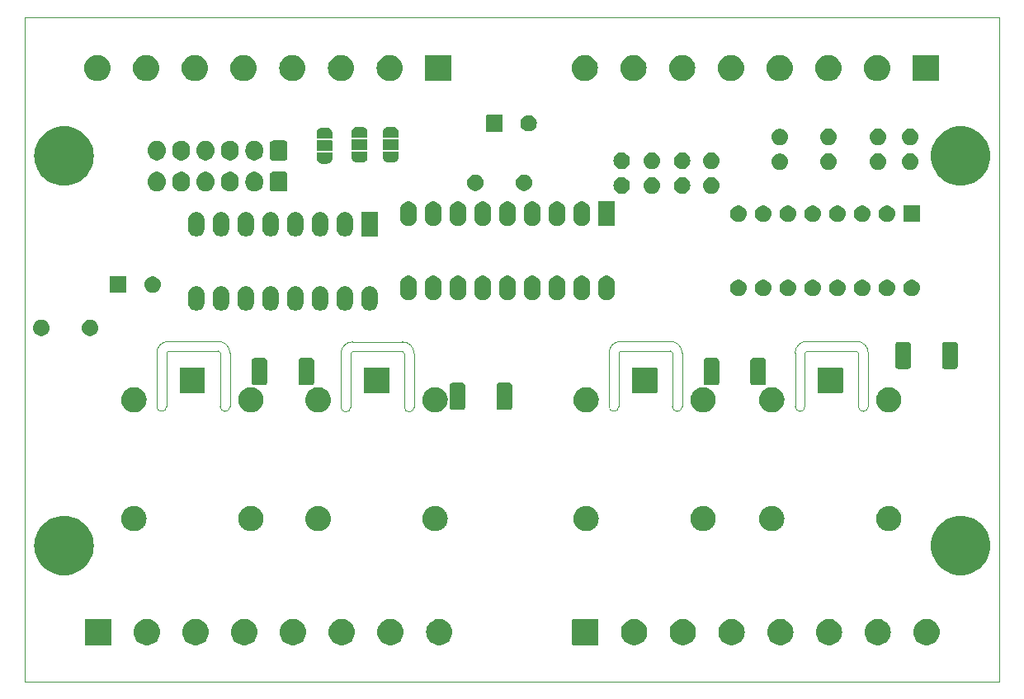
<source format=gbr>
%TF.GenerationSoftware,KiCad,Pcbnew,8.0.5*%
%TF.CreationDate,2025-03-13T20:37:10+01:00*%
%TF.ProjectId,esp32_blinds_controller,65737033-325f-4626-9c69-6e64735f636f,V0.2*%
%TF.SameCoordinates,Original*%
%TF.FileFunction,Soldermask,Bot*%
%TF.FilePolarity,Negative*%
%FSLAX46Y46*%
G04 Gerber Fmt 4.6, Leading zero omitted, Abs format (unit mm)*
G04 Created by KiCad (PCBNEW 8.0.5) date 2025-03-13 20:37:10*
%MOMM*%
%LPD*%
G01*
G04 APERTURE LIST*
%TA.AperFunction,Profile*%
%ADD10C,0.050000*%
%TD*%
%TA.AperFunction,Profile*%
%ADD11C,0.120000*%
%TD*%
G04 APERTURE END LIST*
G36*
X109994517Y-124922882D02*
G01*
X110011062Y-124933938D01*
X110022118Y-124950483D01*
X110026000Y-124970000D01*
X110026000Y-127570000D01*
X110022118Y-127589517D01*
X110011062Y-127606062D01*
X109994517Y-127617118D01*
X109975000Y-127621000D01*
X107375000Y-127621000D01*
X107355483Y-127617118D01*
X107338938Y-127606062D01*
X107327882Y-127589517D01*
X107324000Y-127570000D01*
X107324000Y-124970000D01*
X107327882Y-124950483D01*
X107338938Y-124933938D01*
X107355483Y-124922882D01*
X107375000Y-124919000D01*
X109975000Y-124919000D01*
X109994517Y-124922882D01*
G37*
G36*
X159994517Y-124922882D02*
G01*
X160011062Y-124933938D01*
X160022118Y-124950483D01*
X160026000Y-124970000D01*
X160026000Y-127570000D01*
X160022118Y-127589517D01*
X160011062Y-127606062D01*
X159994517Y-127617118D01*
X159975000Y-127621000D01*
X157375000Y-127621000D01*
X157355483Y-127617118D01*
X157338938Y-127606062D01*
X157327882Y-127589517D01*
X157324000Y-127570000D01*
X157324000Y-124970000D01*
X157327882Y-124950483D01*
X157338938Y-124933938D01*
X157355483Y-124922882D01*
X157375000Y-124919000D01*
X159975000Y-124919000D01*
X159994517Y-124922882D01*
G37*
G36*
X114006651Y-124960340D02*
G01*
X114217691Y-125032790D01*
X114413927Y-125138988D01*
X114590007Y-125276037D01*
X114741129Y-125440199D01*
X114863169Y-125626995D01*
X114952799Y-125831331D01*
X115007574Y-126047633D01*
X115026000Y-126270000D01*
X115007574Y-126492367D01*
X114952799Y-126708669D01*
X114863169Y-126913005D01*
X114741129Y-127099801D01*
X114590007Y-127263963D01*
X114413927Y-127401012D01*
X114217691Y-127507210D01*
X114006651Y-127579660D01*
X113786565Y-127616386D01*
X113563435Y-127616386D01*
X113343349Y-127579660D01*
X113132309Y-127507210D01*
X112936073Y-127401012D01*
X112759993Y-127263963D01*
X112608871Y-127099801D01*
X112486831Y-126913005D01*
X112397201Y-126708669D01*
X112342426Y-126492367D01*
X112324000Y-126270000D01*
X112342426Y-126047633D01*
X112397201Y-125831331D01*
X112486831Y-125626995D01*
X112608871Y-125440199D01*
X112759993Y-125276037D01*
X112936073Y-125138988D01*
X113132309Y-125032790D01*
X113343349Y-124960340D01*
X113563435Y-124923614D01*
X113786565Y-124923614D01*
X114006651Y-124960340D01*
G37*
G36*
X119006651Y-124960340D02*
G01*
X119217691Y-125032790D01*
X119413927Y-125138988D01*
X119590007Y-125276037D01*
X119741129Y-125440199D01*
X119863169Y-125626995D01*
X119952799Y-125831331D01*
X120007574Y-126047633D01*
X120026000Y-126270000D01*
X120007574Y-126492367D01*
X119952799Y-126708669D01*
X119863169Y-126913005D01*
X119741129Y-127099801D01*
X119590007Y-127263963D01*
X119413927Y-127401012D01*
X119217691Y-127507210D01*
X119006651Y-127579660D01*
X118786565Y-127616386D01*
X118563435Y-127616386D01*
X118343349Y-127579660D01*
X118132309Y-127507210D01*
X117936073Y-127401012D01*
X117759993Y-127263963D01*
X117608871Y-127099801D01*
X117486831Y-126913005D01*
X117397201Y-126708669D01*
X117342426Y-126492367D01*
X117324000Y-126270000D01*
X117342426Y-126047633D01*
X117397201Y-125831331D01*
X117486831Y-125626995D01*
X117608871Y-125440199D01*
X117759993Y-125276037D01*
X117936073Y-125138988D01*
X118132309Y-125032790D01*
X118343349Y-124960340D01*
X118563435Y-124923614D01*
X118786565Y-124923614D01*
X119006651Y-124960340D01*
G37*
G36*
X124006651Y-124960340D02*
G01*
X124217691Y-125032790D01*
X124413927Y-125138988D01*
X124590007Y-125276037D01*
X124741129Y-125440199D01*
X124863169Y-125626995D01*
X124952799Y-125831331D01*
X125007574Y-126047633D01*
X125026000Y-126270000D01*
X125007574Y-126492367D01*
X124952799Y-126708669D01*
X124863169Y-126913005D01*
X124741129Y-127099801D01*
X124590007Y-127263963D01*
X124413927Y-127401012D01*
X124217691Y-127507210D01*
X124006651Y-127579660D01*
X123786565Y-127616386D01*
X123563435Y-127616386D01*
X123343349Y-127579660D01*
X123132309Y-127507210D01*
X122936073Y-127401012D01*
X122759993Y-127263963D01*
X122608871Y-127099801D01*
X122486831Y-126913005D01*
X122397201Y-126708669D01*
X122342426Y-126492367D01*
X122324000Y-126270000D01*
X122342426Y-126047633D01*
X122397201Y-125831331D01*
X122486831Y-125626995D01*
X122608871Y-125440199D01*
X122759993Y-125276037D01*
X122936073Y-125138988D01*
X123132309Y-125032790D01*
X123343349Y-124960340D01*
X123563435Y-124923614D01*
X123786565Y-124923614D01*
X124006651Y-124960340D01*
G37*
G36*
X129006651Y-124960340D02*
G01*
X129217691Y-125032790D01*
X129413927Y-125138988D01*
X129590007Y-125276037D01*
X129741129Y-125440199D01*
X129863169Y-125626995D01*
X129952799Y-125831331D01*
X130007574Y-126047633D01*
X130026000Y-126270000D01*
X130007574Y-126492367D01*
X129952799Y-126708669D01*
X129863169Y-126913005D01*
X129741129Y-127099801D01*
X129590007Y-127263963D01*
X129413927Y-127401012D01*
X129217691Y-127507210D01*
X129006651Y-127579660D01*
X128786565Y-127616386D01*
X128563435Y-127616386D01*
X128343349Y-127579660D01*
X128132309Y-127507210D01*
X127936073Y-127401012D01*
X127759993Y-127263963D01*
X127608871Y-127099801D01*
X127486831Y-126913005D01*
X127397201Y-126708669D01*
X127342426Y-126492367D01*
X127324000Y-126270000D01*
X127342426Y-126047633D01*
X127397201Y-125831331D01*
X127486831Y-125626995D01*
X127608871Y-125440199D01*
X127759993Y-125276037D01*
X127936073Y-125138988D01*
X128132309Y-125032790D01*
X128343349Y-124960340D01*
X128563435Y-124923614D01*
X128786565Y-124923614D01*
X129006651Y-124960340D01*
G37*
G36*
X134006651Y-124960340D02*
G01*
X134217691Y-125032790D01*
X134413927Y-125138988D01*
X134590007Y-125276037D01*
X134741129Y-125440199D01*
X134863169Y-125626995D01*
X134952799Y-125831331D01*
X135007574Y-126047633D01*
X135026000Y-126270000D01*
X135007574Y-126492367D01*
X134952799Y-126708669D01*
X134863169Y-126913005D01*
X134741129Y-127099801D01*
X134590007Y-127263963D01*
X134413927Y-127401012D01*
X134217691Y-127507210D01*
X134006651Y-127579660D01*
X133786565Y-127616386D01*
X133563435Y-127616386D01*
X133343349Y-127579660D01*
X133132309Y-127507210D01*
X132936073Y-127401012D01*
X132759993Y-127263963D01*
X132608871Y-127099801D01*
X132486831Y-126913005D01*
X132397201Y-126708669D01*
X132342426Y-126492367D01*
X132324000Y-126270000D01*
X132342426Y-126047633D01*
X132397201Y-125831331D01*
X132486831Y-125626995D01*
X132608871Y-125440199D01*
X132759993Y-125276037D01*
X132936073Y-125138988D01*
X133132309Y-125032790D01*
X133343349Y-124960340D01*
X133563435Y-124923614D01*
X133786565Y-124923614D01*
X134006651Y-124960340D01*
G37*
G36*
X139006651Y-124960340D02*
G01*
X139217691Y-125032790D01*
X139413927Y-125138988D01*
X139590007Y-125276037D01*
X139741129Y-125440199D01*
X139863169Y-125626995D01*
X139952799Y-125831331D01*
X140007574Y-126047633D01*
X140026000Y-126270000D01*
X140007574Y-126492367D01*
X139952799Y-126708669D01*
X139863169Y-126913005D01*
X139741129Y-127099801D01*
X139590007Y-127263963D01*
X139413927Y-127401012D01*
X139217691Y-127507210D01*
X139006651Y-127579660D01*
X138786565Y-127616386D01*
X138563435Y-127616386D01*
X138343349Y-127579660D01*
X138132309Y-127507210D01*
X137936073Y-127401012D01*
X137759993Y-127263963D01*
X137608871Y-127099801D01*
X137486831Y-126913005D01*
X137397201Y-126708669D01*
X137342426Y-126492367D01*
X137324000Y-126270000D01*
X137342426Y-126047633D01*
X137397201Y-125831331D01*
X137486831Y-125626995D01*
X137608871Y-125440199D01*
X137759993Y-125276037D01*
X137936073Y-125138988D01*
X138132309Y-125032790D01*
X138343349Y-124960340D01*
X138563435Y-124923614D01*
X138786565Y-124923614D01*
X139006651Y-124960340D01*
G37*
G36*
X144006651Y-124960340D02*
G01*
X144217691Y-125032790D01*
X144413927Y-125138988D01*
X144590007Y-125276037D01*
X144741129Y-125440199D01*
X144863169Y-125626995D01*
X144952799Y-125831331D01*
X145007574Y-126047633D01*
X145026000Y-126270000D01*
X145007574Y-126492367D01*
X144952799Y-126708669D01*
X144863169Y-126913005D01*
X144741129Y-127099801D01*
X144590007Y-127263963D01*
X144413927Y-127401012D01*
X144217691Y-127507210D01*
X144006651Y-127579660D01*
X143786565Y-127616386D01*
X143563435Y-127616386D01*
X143343349Y-127579660D01*
X143132309Y-127507210D01*
X142936073Y-127401012D01*
X142759993Y-127263963D01*
X142608871Y-127099801D01*
X142486831Y-126913005D01*
X142397201Y-126708669D01*
X142342426Y-126492367D01*
X142324000Y-126270000D01*
X142342426Y-126047633D01*
X142397201Y-125831331D01*
X142486831Y-125626995D01*
X142608871Y-125440199D01*
X142759993Y-125276037D01*
X142936073Y-125138988D01*
X143132309Y-125032790D01*
X143343349Y-124960340D01*
X143563435Y-124923614D01*
X143786565Y-124923614D01*
X144006651Y-124960340D01*
G37*
G36*
X164006651Y-124960340D02*
G01*
X164217691Y-125032790D01*
X164413927Y-125138988D01*
X164590007Y-125276037D01*
X164741129Y-125440199D01*
X164863169Y-125626995D01*
X164952799Y-125831331D01*
X165007574Y-126047633D01*
X165026000Y-126270000D01*
X165007574Y-126492367D01*
X164952799Y-126708669D01*
X164863169Y-126913005D01*
X164741129Y-127099801D01*
X164590007Y-127263963D01*
X164413927Y-127401012D01*
X164217691Y-127507210D01*
X164006651Y-127579660D01*
X163786565Y-127616386D01*
X163563435Y-127616386D01*
X163343349Y-127579660D01*
X163132309Y-127507210D01*
X162936073Y-127401012D01*
X162759993Y-127263963D01*
X162608871Y-127099801D01*
X162486831Y-126913005D01*
X162397201Y-126708669D01*
X162342426Y-126492367D01*
X162324000Y-126270000D01*
X162342426Y-126047633D01*
X162397201Y-125831331D01*
X162486831Y-125626995D01*
X162608871Y-125440199D01*
X162759993Y-125276037D01*
X162936073Y-125138988D01*
X163132309Y-125032790D01*
X163343349Y-124960340D01*
X163563435Y-124923614D01*
X163786565Y-124923614D01*
X164006651Y-124960340D01*
G37*
G36*
X169006651Y-124960340D02*
G01*
X169217691Y-125032790D01*
X169413927Y-125138988D01*
X169590007Y-125276037D01*
X169741129Y-125440199D01*
X169863169Y-125626995D01*
X169952799Y-125831331D01*
X170007574Y-126047633D01*
X170026000Y-126270000D01*
X170007574Y-126492367D01*
X169952799Y-126708669D01*
X169863169Y-126913005D01*
X169741129Y-127099801D01*
X169590007Y-127263963D01*
X169413927Y-127401012D01*
X169217691Y-127507210D01*
X169006651Y-127579660D01*
X168786565Y-127616386D01*
X168563435Y-127616386D01*
X168343349Y-127579660D01*
X168132309Y-127507210D01*
X167936073Y-127401012D01*
X167759993Y-127263963D01*
X167608871Y-127099801D01*
X167486831Y-126913005D01*
X167397201Y-126708669D01*
X167342426Y-126492367D01*
X167324000Y-126270000D01*
X167342426Y-126047633D01*
X167397201Y-125831331D01*
X167486831Y-125626995D01*
X167608871Y-125440199D01*
X167759993Y-125276037D01*
X167936073Y-125138988D01*
X168132309Y-125032790D01*
X168343349Y-124960340D01*
X168563435Y-124923614D01*
X168786565Y-124923614D01*
X169006651Y-124960340D01*
G37*
G36*
X174006651Y-124960340D02*
G01*
X174217691Y-125032790D01*
X174413927Y-125138988D01*
X174590007Y-125276037D01*
X174741129Y-125440199D01*
X174863169Y-125626995D01*
X174952799Y-125831331D01*
X175007574Y-126047633D01*
X175026000Y-126270000D01*
X175007574Y-126492367D01*
X174952799Y-126708669D01*
X174863169Y-126913005D01*
X174741129Y-127099801D01*
X174590007Y-127263963D01*
X174413927Y-127401012D01*
X174217691Y-127507210D01*
X174006651Y-127579660D01*
X173786565Y-127616386D01*
X173563435Y-127616386D01*
X173343349Y-127579660D01*
X173132309Y-127507210D01*
X172936073Y-127401012D01*
X172759993Y-127263963D01*
X172608871Y-127099801D01*
X172486831Y-126913005D01*
X172397201Y-126708669D01*
X172342426Y-126492367D01*
X172324000Y-126270000D01*
X172342426Y-126047633D01*
X172397201Y-125831331D01*
X172486831Y-125626995D01*
X172608871Y-125440199D01*
X172759993Y-125276037D01*
X172936073Y-125138988D01*
X173132309Y-125032790D01*
X173343349Y-124960340D01*
X173563435Y-124923614D01*
X173786565Y-124923614D01*
X174006651Y-124960340D01*
G37*
G36*
X179006651Y-124960340D02*
G01*
X179217691Y-125032790D01*
X179413927Y-125138988D01*
X179590007Y-125276037D01*
X179741129Y-125440199D01*
X179863169Y-125626995D01*
X179952799Y-125831331D01*
X180007574Y-126047633D01*
X180026000Y-126270000D01*
X180007574Y-126492367D01*
X179952799Y-126708669D01*
X179863169Y-126913005D01*
X179741129Y-127099801D01*
X179590007Y-127263963D01*
X179413927Y-127401012D01*
X179217691Y-127507210D01*
X179006651Y-127579660D01*
X178786565Y-127616386D01*
X178563435Y-127616386D01*
X178343349Y-127579660D01*
X178132309Y-127507210D01*
X177936073Y-127401012D01*
X177759993Y-127263963D01*
X177608871Y-127099801D01*
X177486831Y-126913005D01*
X177397201Y-126708669D01*
X177342426Y-126492367D01*
X177324000Y-126270000D01*
X177342426Y-126047633D01*
X177397201Y-125831331D01*
X177486831Y-125626995D01*
X177608871Y-125440199D01*
X177759993Y-125276037D01*
X177936073Y-125138988D01*
X178132309Y-125032790D01*
X178343349Y-124960340D01*
X178563435Y-124923614D01*
X178786565Y-124923614D01*
X179006651Y-124960340D01*
G37*
G36*
X184006651Y-124960340D02*
G01*
X184217691Y-125032790D01*
X184413927Y-125138988D01*
X184590007Y-125276037D01*
X184741129Y-125440199D01*
X184863169Y-125626995D01*
X184952799Y-125831331D01*
X185007574Y-126047633D01*
X185026000Y-126270000D01*
X185007574Y-126492367D01*
X184952799Y-126708669D01*
X184863169Y-126913005D01*
X184741129Y-127099801D01*
X184590007Y-127263963D01*
X184413927Y-127401012D01*
X184217691Y-127507210D01*
X184006651Y-127579660D01*
X183786565Y-127616386D01*
X183563435Y-127616386D01*
X183343349Y-127579660D01*
X183132309Y-127507210D01*
X182936073Y-127401012D01*
X182759993Y-127263963D01*
X182608871Y-127099801D01*
X182486831Y-126913005D01*
X182397201Y-126708669D01*
X182342426Y-126492367D01*
X182324000Y-126270000D01*
X182342426Y-126047633D01*
X182397201Y-125831331D01*
X182486831Y-125626995D01*
X182608871Y-125440199D01*
X182759993Y-125276037D01*
X182936073Y-125138988D01*
X183132309Y-125032790D01*
X183343349Y-124960340D01*
X183563435Y-124923614D01*
X183786565Y-124923614D01*
X184006651Y-124960340D01*
G37*
G36*
X189006651Y-124960340D02*
G01*
X189217691Y-125032790D01*
X189413927Y-125138988D01*
X189590007Y-125276037D01*
X189741129Y-125440199D01*
X189863169Y-125626995D01*
X189952799Y-125831331D01*
X190007574Y-126047633D01*
X190026000Y-126270000D01*
X190007574Y-126492367D01*
X189952799Y-126708669D01*
X189863169Y-126913005D01*
X189741129Y-127099801D01*
X189590007Y-127263963D01*
X189413927Y-127401012D01*
X189217691Y-127507210D01*
X189006651Y-127579660D01*
X188786565Y-127616386D01*
X188563435Y-127616386D01*
X188343349Y-127579660D01*
X188132309Y-127507210D01*
X187936073Y-127401012D01*
X187759993Y-127263963D01*
X187608871Y-127099801D01*
X187486831Y-126913005D01*
X187397201Y-126708669D01*
X187342426Y-126492367D01*
X187324000Y-126270000D01*
X187342426Y-126047633D01*
X187397201Y-125831331D01*
X187486831Y-125626995D01*
X187608871Y-125440199D01*
X187759993Y-125276037D01*
X187936073Y-125138988D01*
X188132309Y-125032790D01*
X188343349Y-124960340D01*
X188563435Y-124923614D01*
X188786565Y-124923614D01*
X189006651Y-124960340D01*
G37*
G36*
X194006651Y-124960340D02*
G01*
X194217691Y-125032790D01*
X194413927Y-125138988D01*
X194590007Y-125276037D01*
X194741129Y-125440199D01*
X194863169Y-125626995D01*
X194952799Y-125831331D01*
X195007574Y-126047633D01*
X195026000Y-126270000D01*
X195007574Y-126492367D01*
X194952799Y-126708669D01*
X194863169Y-126913005D01*
X194741129Y-127099801D01*
X194590007Y-127263963D01*
X194413927Y-127401012D01*
X194217691Y-127507210D01*
X194006651Y-127579660D01*
X193786565Y-127616386D01*
X193563435Y-127616386D01*
X193343349Y-127579660D01*
X193132309Y-127507210D01*
X192936073Y-127401012D01*
X192759993Y-127263963D01*
X192608871Y-127099801D01*
X192486831Y-126913005D01*
X192397201Y-126708669D01*
X192342426Y-126492367D01*
X192324000Y-126270000D01*
X192342426Y-126047633D01*
X192397201Y-125831331D01*
X192486831Y-125626995D01*
X192608871Y-125440199D01*
X192759993Y-125276037D01*
X192936073Y-125138988D01*
X193132309Y-125032790D01*
X193343349Y-124960340D01*
X193563435Y-124923614D01*
X193786565Y-124923614D01*
X194006651Y-124960340D01*
G37*
G36*
X105516604Y-114338184D02*
G01*
X105853911Y-114395495D01*
X106182681Y-114490212D01*
X106498779Y-114621144D01*
X106798230Y-114786644D01*
X107077267Y-114984632D01*
X107332383Y-115212617D01*
X107560368Y-115467733D01*
X107758356Y-115746770D01*
X107923856Y-116046221D01*
X108054788Y-116362319D01*
X108149505Y-116691089D01*
X108206816Y-117028396D01*
X108226000Y-117370000D01*
X108206816Y-117711604D01*
X108149505Y-118048911D01*
X108054788Y-118377681D01*
X107923856Y-118693779D01*
X107758356Y-118993230D01*
X107560368Y-119272267D01*
X107332383Y-119527383D01*
X107077267Y-119755368D01*
X106798230Y-119953356D01*
X106498779Y-120118856D01*
X106182681Y-120249788D01*
X105853911Y-120344505D01*
X105516604Y-120401816D01*
X105175000Y-120421000D01*
X104833396Y-120401816D01*
X104496089Y-120344505D01*
X104167319Y-120249788D01*
X103851221Y-120118856D01*
X103551770Y-119953356D01*
X103272733Y-119755368D01*
X103017617Y-119527383D01*
X102789632Y-119272267D01*
X102591644Y-118993230D01*
X102426144Y-118693779D01*
X102295212Y-118377681D01*
X102200495Y-118048911D01*
X102143184Y-117711604D01*
X102124000Y-117370000D01*
X102143184Y-117028396D01*
X102200495Y-116691089D01*
X102295212Y-116362319D01*
X102426144Y-116046221D01*
X102591644Y-115746770D01*
X102789632Y-115467733D01*
X103017617Y-115212617D01*
X103272733Y-114984632D01*
X103551770Y-114786644D01*
X103851221Y-114621144D01*
X104167319Y-114490212D01*
X104496089Y-114395495D01*
X104833396Y-114338184D01*
X105175000Y-114319000D01*
X105516604Y-114338184D01*
G37*
G36*
X197516604Y-114338184D02*
G01*
X197853911Y-114395495D01*
X198182681Y-114490212D01*
X198498779Y-114621144D01*
X198798230Y-114786644D01*
X199077267Y-114984632D01*
X199332383Y-115212617D01*
X199560368Y-115467733D01*
X199758356Y-115746770D01*
X199923856Y-116046221D01*
X200054788Y-116362319D01*
X200149505Y-116691089D01*
X200206816Y-117028396D01*
X200226000Y-117370000D01*
X200206816Y-117711604D01*
X200149505Y-118048911D01*
X200054788Y-118377681D01*
X199923856Y-118693779D01*
X199758356Y-118993230D01*
X199560368Y-119272267D01*
X199332383Y-119527383D01*
X199077267Y-119755368D01*
X198798230Y-119953356D01*
X198498779Y-120118856D01*
X198182681Y-120249788D01*
X197853911Y-120344505D01*
X197516604Y-120401816D01*
X197175000Y-120421000D01*
X196833396Y-120401816D01*
X196496089Y-120344505D01*
X196167319Y-120249788D01*
X195851221Y-120118856D01*
X195551770Y-119953356D01*
X195272733Y-119755368D01*
X195017617Y-119527383D01*
X194789632Y-119272267D01*
X194591644Y-118993230D01*
X194426144Y-118693779D01*
X194295212Y-118377681D01*
X194200495Y-118048911D01*
X194143184Y-117711604D01*
X194124000Y-117370000D01*
X194143184Y-117028396D01*
X194200495Y-116691089D01*
X194295212Y-116362319D01*
X194426144Y-116046221D01*
X194591644Y-115746770D01*
X194789632Y-115467733D01*
X195017617Y-115212617D01*
X195272733Y-114984632D01*
X195551770Y-114786644D01*
X195851221Y-114621144D01*
X196167319Y-114490212D01*
X196496089Y-114395495D01*
X196833396Y-114338184D01*
X197175000Y-114319000D01*
X197516604Y-114338184D01*
G37*
G36*
X112402738Y-113303614D02*
G01*
X112457422Y-113303614D01*
X112517691Y-113313671D01*
X112575916Y-113318765D01*
X112621638Y-113331016D01*
X112669333Y-113338975D01*
X112733313Y-113360939D01*
X112794968Y-113377460D01*
X112832736Y-113395071D01*
X112872536Y-113408735D01*
X112937922Y-113444120D01*
X113000500Y-113473301D01*
X113029961Y-113493930D01*
X113061487Y-113510991D01*
X113125661Y-113560939D01*
X113186267Y-113603376D01*
X113207625Y-113624734D01*
X113231029Y-113642950D01*
X113291154Y-113708263D01*
X113346624Y-113763733D01*
X113360624Y-113783728D01*
X113376532Y-113801008D01*
X113429603Y-113882240D01*
X113476699Y-113949500D01*
X113484560Y-113966358D01*
X113494045Y-113980876D01*
X113537094Y-114079019D01*
X113572540Y-114155032D01*
X113575841Y-114167351D01*
X113580346Y-114177622D01*
X113610513Y-114296752D01*
X113631235Y-114374084D01*
X113631835Y-114380949D01*
X113633087Y-114385891D01*
X113647748Y-114562839D01*
X113651000Y-114600000D01*
X113647748Y-114637163D01*
X113633087Y-114814108D01*
X113631835Y-114819048D01*
X113631235Y-114825916D01*
X113610509Y-114903265D01*
X113580346Y-115022377D01*
X113575841Y-115032645D01*
X113572540Y-115044968D01*
X113537087Y-115120996D01*
X113494045Y-115219123D01*
X113484561Y-115233638D01*
X113476699Y-115250500D01*
X113429593Y-115317773D01*
X113376532Y-115398991D01*
X113360627Y-115416267D01*
X113346624Y-115436267D01*
X113291142Y-115491748D01*
X113231029Y-115557049D01*
X113207629Y-115575261D01*
X113186267Y-115596624D01*
X113125648Y-115639069D01*
X113061487Y-115689008D01*
X113029967Y-115706065D01*
X113000500Y-115726699D01*
X112937908Y-115755885D01*
X112872536Y-115791264D01*
X112832744Y-115804924D01*
X112794968Y-115822540D01*
X112733300Y-115839063D01*
X112669333Y-115861024D01*
X112621646Y-115868981D01*
X112575916Y-115881235D01*
X112517688Y-115886329D01*
X112457422Y-115896386D01*
X112402738Y-115896386D01*
X112350000Y-115901000D01*
X112297262Y-115896386D01*
X112242578Y-115896386D01*
X112182311Y-115886329D01*
X112124084Y-115881235D01*
X112078355Y-115868981D01*
X112030666Y-115861024D01*
X111966694Y-115839062D01*
X111905032Y-115822540D01*
X111867257Y-115804925D01*
X111827463Y-115791264D01*
X111762083Y-115755882D01*
X111699500Y-115726699D01*
X111670035Y-115706067D01*
X111638512Y-115689008D01*
X111574341Y-115639062D01*
X111513733Y-115596624D01*
X111492373Y-115575264D01*
X111468970Y-115557049D01*
X111408844Y-115491735D01*
X111353376Y-115436267D01*
X111339375Y-115416272D01*
X111323467Y-115398991D01*
X111270391Y-115317752D01*
X111223301Y-115250500D01*
X111215440Y-115233643D01*
X111205954Y-115219123D01*
X111162895Y-115120960D01*
X111127460Y-115044968D01*
X111124159Y-115032651D01*
X111119653Y-115022377D01*
X111089472Y-114903197D01*
X111068765Y-114825916D01*
X111068164Y-114819054D01*
X111066912Y-114814108D01*
X111052232Y-114636947D01*
X111049000Y-114600000D01*
X111052232Y-114563055D01*
X111066912Y-114385891D01*
X111068164Y-114380943D01*
X111068765Y-114374084D01*
X111089467Y-114296820D01*
X111119653Y-114177622D01*
X111124160Y-114167346D01*
X111127460Y-114155032D01*
X111162888Y-114079055D01*
X111205954Y-113980876D01*
X111215442Y-113966352D01*
X111223301Y-113949500D01*
X111270381Y-113882261D01*
X111323467Y-113801008D01*
X111339378Y-113783723D01*
X111353376Y-113763733D01*
X111408833Y-113708275D01*
X111468970Y-113642950D01*
X111492378Y-113624730D01*
X111513733Y-113603376D01*
X111574328Y-113560946D01*
X111638512Y-113510991D01*
X111670041Y-113493927D01*
X111699500Y-113473301D01*
X111762070Y-113444123D01*
X111827463Y-113408735D01*
X111867265Y-113395070D01*
X111905032Y-113377460D01*
X111966681Y-113360941D01*
X112030666Y-113338975D01*
X112078362Y-113331016D01*
X112124084Y-113318765D01*
X112182307Y-113313671D01*
X112242578Y-113303614D01*
X112297262Y-113303614D01*
X112350000Y-113299000D01*
X112402738Y-113303614D01*
G37*
G36*
X124402738Y-113303614D02*
G01*
X124457422Y-113303614D01*
X124517691Y-113313671D01*
X124575916Y-113318765D01*
X124621638Y-113331016D01*
X124669333Y-113338975D01*
X124733313Y-113360939D01*
X124794968Y-113377460D01*
X124832736Y-113395071D01*
X124872536Y-113408735D01*
X124937922Y-113444120D01*
X125000500Y-113473301D01*
X125029961Y-113493930D01*
X125061487Y-113510991D01*
X125125661Y-113560939D01*
X125186267Y-113603376D01*
X125207625Y-113624734D01*
X125231029Y-113642950D01*
X125291154Y-113708263D01*
X125346624Y-113763733D01*
X125360624Y-113783728D01*
X125376532Y-113801008D01*
X125429603Y-113882240D01*
X125476699Y-113949500D01*
X125484560Y-113966358D01*
X125494045Y-113980876D01*
X125537094Y-114079019D01*
X125572540Y-114155032D01*
X125575841Y-114167351D01*
X125580346Y-114177622D01*
X125610513Y-114296752D01*
X125631235Y-114374084D01*
X125631835Y-114380949D01*
X125633087Y-114385891D01*
X125647748Y-114562839D01*
X125651000Y-114600000D01*
X125647748Y-114637163D01*
X125633087Y-114814108D01*
X125631835Y-114819048D01*
X125631235Y-114825916D01*
X125610509Y-114903265D01*
X125580346Y-115022377D01*
X125575841Y-115032645D01*
X125572540Y-115044968D01*
X125537087Y-115120996D01*
X125494045Y-115219123D01*
X125484561Y-115233638D01*
X125476699Y-115250500D01*
X125429593Y-115317773D01*
X125376532Y-115398991D01*
X125360627Y-115416267D01*
X125346624Y-115436267D01*
X125291142Y-115491748D01*
X125231029Y-115557049D01*
X125207629Y-115575261D01*
X125186267Y-115596624D01*
X125125648Y-115639069D01*
X125061487Y-115689008D01*
X125029967Y-115706065D01*
X125000500Y-115726699D01*
X124937908Y-115755885D01*
X124872536Y-115791264D01*
X124832744Y-115804924D01*
X124794968Y-115822540D01*
X124733300Y-115839063D01*
X124669333Y-115861024D01*
X124621646Y-115868981D01*
X124575916Y-115881235D01*
X124517688Y-115886329D01*
X124457422Y-115896386D01*
X124402738Y-115896386D01*
X124350000Y-115901000D01*
X124297262Y-115896386D01*
X124242578Y-115896386D01*
X124182311Y-115886329D01*
X124124084Y-115881235D01*
X124078355Y-115868981D01*
X124030666Y-115861024D01*
X123966694Y-115839062D01*
X123905032Y-115822540D01*
X123867257Y-115804925D01*
X123827463Y-115791264D01*
X123762083Y-115755882D01*
X123699500Y-115726699D01*
X123670035Y-115706067D01*
X123638512Y-115689008D01*
X123574341Y-115639062D01*
X123513733Y-115596624D01*
X123492373Y-115575264D01*
X123468970Y-115557049D01*
X123408844Y-115491735D01*
X123353376Y-115436267D01*
X123339375Y-115416272D01*
X123323467Y-115398991D01*
X123270391Y-115317752D01*
X123223301Y-115250500D01*
X123215440Y-115233643D01*
X123205954Y-115219123D01*
X123162895Y-115120960D01*
X123127460Y-115044968D01*
X123124159Y-115032651D01*
X123119653Y-115022377D01*
X123089472Y-114903197D01*
X123068765Y-114825916D01*
X123068164Y-114819054D01*
X123066912Y-114814108D01*
X123052232Y-114636947D01*
X123049000Y-114600000D01*
X123052232Y-114563055D01*
X123066912Y-114385891D01*
X123068164Y-114380943D01*
X123068765Y-114374084D01*
X123089467Y-114296820D01*
X123119653Y-114177622D01*
X123124160Y-114167346D01*
X123127460Y-114155032D01*
X123162888Y-114079055D01*
X123205954Y-113980876D01*
X123215442Y-113966352D01*
X123223301Y-113949500D01*
X123270381Y-113882261D01*
X123323467Y-113801008D01*
X123339378Y-113783723D01*
X123353376Y-113763733D01*
X123408833Y-113708275D01*
X123468970Y-113642950D01*
X123492378Y-113624730D01*
X123513733Y-113603376D01*
X123574328Y-113560946D01*
X123638512Y-113510991D01*
X123670041Y-113493927D01*
X123699500Y-113473301D01*
X123762070Y-113444123D01*
X123827463Y-113408735D01*
X123867265Y-113395070D01*
X123905032Y-113377460D01*
X123966681Y-113360941D01*
X124030666Y-113338975D01*
X124078362Y-113331016D01*
X124124084Y-113318765D01*
X124182307Y-113313671D01*
X124242578Y-113303614D01*
X124297262Y-113303614D01*
X124350000Y-113299000D01*
X124402738Y-113303614D01*
G37*
G36*
X131302738Y-113303614D02*
G01*
X131357422Y-113303614D01*
X131417691Y-113313671D01*
X131475916Y-113318765D01*
X131521638Y-113331016D01*
X131569333Y-113338975D01*
X131633313Y-113360939D01*
X131694968Y-113377460D01*
X131732736Y-113395071D01*
X131772536Y-113408735D01*
X131837922Y-113444120D01*
X131900500Y-113473301D01*
X131929961Y-113493930D01*
X131961487Y-113510991D01*
X132025661Y-113560939D01*
X132086267Y-113603376D01*
X132107625Y-113624734D01*
X132131029Y-113642950D01*
X132191154Y-113708263D01*
X132246624Y-113763733D01*
X132260624Y-113783728D01*
X132276532Y-113801008D01*
X132329603Y-113882240D01*
X132376699Y-113949500D01*
X132384560Y-113966358D01*
X132394045Y-113980876D01*
X132437094Y-114079019D01*
X132472540Y-114155032D01*
X132475841Y-114167351D01*
X132480346Y-114177622D01*
X132510513Y-114296752D01*
X132531235Y-114374084D01*
X132531835Y-114380949D01*
X132533087Y-114385891D01*
X132547748Y-114562839D01*
X132551000Y-114600000D01*
X132547748Y-114637163D01*
X132533087Y-114814108D01*
X132531835Y-114819048D01*
X132531235Y-114825916D01*
X132510509Y-114903265D01*
X132480346Y-115022377D01*
X132475841Y-115032645D01*
X132472540Y-115044968D01*
X132437087Y-115120996D01*
X132394045Y-115219123D01*
X132384561Y-115233638D01*
X132376699Y-115250500D01*
X132329593Y-115317773D01*
X132276532Y-115398991D01*
X132260627Y-115416267D01*
X132246624Y-115436267D01*
X132191142Y-115491748D01*
X132131029Y-115557049D01*
X132107629Y-115575261D01*
X132086267Y-115596624D01*
X132025648Y-115639069D01*
X131961487Y-115689008D01*
X131929967Y-115706065D01*
X131900500Y-115726699D01*
X131837908Y-115755885D01*
X131772536Y-115791264D01*
X131732744Y-115804924D01*
X131694968Y-115822540D01*
X131633300Y-115839063D01*
X131569333Y-115861024D01*
X131521646Y-115868981D01*
X131475916Y-115881235D01*
X131417688Y-115886329D01*
X131357422Y-115896386D01*
X131302738Y-115896386D01*
X131250000Y-115901000D01*
X131197262Y-115896386D01*
X131142578Y-115896386D01*
X131082311Y-115886329D01*
X131024084Y-115881235D01*
X130978355Y-115868981D01*
X130930666Y-115861024D01*
X130866694Y-115839062D01*
X130805032Y-115822540D01*
X130767257Y-115804925D01*
X130727463Y-115791264D01*
X130662083Y-115755882D01*
X130599500Y-115726699D01*
X130570035Y-115706067D01*
X130538512Y-115689008D01*
X130474341Y-115639062D01*
X130413733Y-115596624D01*
X130392373Y-115575264D01*
X130368970Y-115557049D01*
X130308844Y-115491735D01*
X130253376Y-115436267D01*
X130239375Y-115416272D01*
X130223467Y-115398991D01*
X130170391Y-115317752D01*
X130123301Y-115250500D01*
X130115440Y-115233643D01*
X130105954Y-115219123D01*
X130062895Y-115120960D01*
X130027460Y-115044968D01*
X130024159Y-115032651D01*
X130019653Y-115022377D01*
X129989472Y-114903197D01*
X129968765Y-114825916D01*
X129968164Y-114819054D01*
X129966912Y-114814108D01*
X129952232Y-114636947D01*
X129949000Y-114600000D01*
X129952232Y-114563055D01*
X129966912Y-114385891D01*
X129968164Y-114380943D01*
X129968765Y-114374084D01*
X129989467Y-114296820D01*
X130019653Y-114177622D01*
X130024160Y-114167346D01*
X130027460Y-114155032D01*
X130062888Y-114079055D01*
X130105954Y-113980876D01*
X130115442Y-113966352D01*
X130123301Y-113949500D01*
X130170381Y-113882261D01*
X130223467Y-113801008D01*
X130239378Y-113783723D01*
X130253376Y-113763733D01*
X130308833Y-113708275D01*
X130368970Y-113642950D01*
X130392378Y-113624730D01*
X130413733Y-113603376D01*
X130474328Y-113560946D01*
X130538512Y-113510991D01*
X130570041Y-113493927D01*
X130599500Y-113473301D01*
X130662070Y-113444123D01*
X130727463Y-113408735D01*
X130767265Y-113395070D01*
X130805032Y-113377460D01*
X130866681Y-113360941D01*
X130930666Y-113338975D01*
X130978362Y-113331016D01*
X131024084Y-113318765D01*
X131082307Y-113313671D01*
X131142578Y-113303614D01*
X131197262Y-113303614D01*
X131250000Y-113299000D01*
X131302738Y-113303614D01*
G37*
G36*
X143302738Y-113303614D02*
G01*
X143357422Y-113303614D01*
X143417691Y-113313671D01*
X143475916Y-113318765D01*
X143521638Y-113331016D01*
X143569333Y-113338975D01*
X143633313Y-113360939D01*
X143694968Y-113377460D01*
X143732736Y-113395071D01*
X143772536Y-113408735D01*
X143837922Y-113444120D01*
X143900500Y-113473301D01*
X143929961Y-113493930D01*
X143961487Y-113510991D01*
X144025661Y-113560939D01*
X144086267Y-113603376D01*
X144107625Y-113624734D01*
X144131029Y-113642950D01*
X144191154Y-113708263D01*
X144246624Y-113763733D01*
X144260624Y-113783728D01*
X144276532Y-113801008D01*
X144329603Y-113882240D01*
X144376699Y-113949500D01*
X144384560Y-113966358D01*
X144394045Y-113980876D01*
X144437094Y-114079019D01*
X144472540Y-114155032D01*
X144475841Y-114167351D01*
X144480346Y-114177622D01*
X144510513Y-114296752D01*
X144531235Y-114374084D01*
X144531835Y-114380949D01*
X144533087Y-114385891D01*
X144547748Y-114562839D01*
X144551000Y-114600000D01*
X144547748Y-114637163D01*
X144533087Y-114814108D01*
X144531835Y-114819048D01*
X144531235Y-114825916D01*
X144510509Y-114903265D01*
X144480346Y-115022377D01*
X144475841Y-115032645D01*
X144472540Y-115044968D01*
X144437087Y-115120996D01*
X144394045Y-115219123D01*
X144384561Y-115233638D01*
X144376699Y-115250500D01*
X144329593Y-115317773D01*
X144276532Y-115398991D01*
X144260627Y-115416267D01*
X144246624Y-115436267D01*
X144191142Y-115491748D01*
X144131029Y-115557049D01*
X144107629Y-115575261D01*
X144086267Y-115596624D01*
X144025648Y-115639069D01*
X143961487Y-115689008D01*
X143929967Y-115706065D01*
X143900500Y-115726699D01*
X143837908Y-115755885D01*
X143772536Y-115791264D01*
X143732744Y-115804924D01*
X143694968Y-115822540D01*
X143633300Y-115839063D01*
X143569333Y-115861024D01*
X143521646Y-115868981D01*
X143475916Y-115881235D01*
X143417688Y-115886329D01*
X143357422Y-115896386D01*
X143302738Y-115896386D01*
X143250000Y-115901000D01*
X143197262Y-115896386D01*
X143142578Y-115896386D01*
X143082311Y-115886329D01*
X143024084Y-115881235D01*
X142978355Y-115868981D01*
X142930666Y-115861024D01*
X142866694Y-115839062D01*
X142805032Y-115822540D01*
X142767257Y-115804925D01*
X142727463Y-115791264D01*
X142662083Y-115755882D01*
X142599500Y-115726699D01*
X142570035Y-115706067D01*
X142538512Y-115689008D01*
X142474341Y-115639062D01*
X142413733Y-115596624D01*
X142392373Y-115575264D01*
X142368970Y-115557049D01*
X142308844Y-115491735D01*
X142253376Y-115436267D01*
X142239375Y-115416272D01*
X142223467Y-115398991D01*
X142170391Y-115317752D01*
X142123301Y-115250500D01*
X142115440Y-115233643D01*
X142105954Y-115219123D01*
X142062895Y-115120960D01*
X142027460Y-115044968D01*
X142024159Y-115032651D01*
X142019653Y-115022377D01*
X141989472Y-114903197D01*
X141968765Y-114825916D01*
X141968164Y-114819054D01*
X141966912Y-114814108D01*
X141952232Y-114636947D01*
X141949000Y-114600000D01*
X141952232Y-114563055D01*
X141966912Y-114385891D01*
X141968164Y-114380943D01*
X141968765Y-114374084D01*
X141989467Y-114296820D01*
X142019653Y-114177622D01*
X142024160Y-114167346D01*
X142027460Y-114155032D01*
X142062888Y-114079055D01*
X142105954Y-113980876D01*
X142115442Y-113966352D01*
X142123301Y-113949500D01*
X142170381Y-113882261D01*
X142223467Y-113801008D01*
X142239378Y-113783723D01*
X142253376Y-113763733D01*
X142308833Y-113708275D01*
X142368970Y-113642950D01*
X142392378Y-113624730D01*
X142413733Y-113603376D01*
X142474328Y-113560946D01*
X142538512Y-113510991D01*
X142570041Y-113493927D01*
X142599500Y-113473301D01*
X142662070Y-113444123D01*
X142727463Y-113408735D01*
X142767265Y-113395070D01*
X142805032Y-113377460D01*
X142866681Y-113360941D01*
X142930666Y-113338975D01*
X142978362Y-113331016D01*
X143024084Y-113318765D01*
X143082307Y-113313671D01*
X143142578Y-113303614D01*
X143197262Y-113303614D01*
X143250000Y-113299000D01*
X143302738Y-113303614D01*
G37*
G36*
X158802738Y-113303614D02*
G01*
X158857422Y-113303614D01*
X158917691Y-113313671D01*
X158975916Y-113318765D01*
X159021638Y-113331016D01*
X159069333Y-113338975D01*
X159133313Y-113360939D01*
X159194968Y-113377460D01*
X159232736Y-113395071D01*
X159272536Y-113408735D01*
X159337922Y-113444120D01*
X159400500Y-113473301D01*
X159429961Y-113493930D01*
X159461487Y-113510991D01*
X159525661Y-113560939D01*
X159586267Y-113603376D01*
X159607625Y-113624734D01*
X159631029Y-113642950D01*
X159691154Y-113708263D01*
X159746624Y-113763733D01*
X159760624Y-113783728D01*
X159776532Y-113801008D01*
X159829603Y-113882240D01*
X159876699Y-113949500D01*
X159884560Y-113966358D01*
X159894045Y-113980876D01*
X159937094Y-114079019D01*
X159972540Y-114155032D01*
X159975841Y-114167351D01*
X159980346Y-114177622D01*
X160010513Y-114296752D01*
X160031235Y-114374084D01*
X160031835Y-114380949D01*
X160033087Y-114385891D01*
X160047748Y-114562839D01*
X160051000Y-114600000D01*
X160047748Y-114637163D01*
X160033087Y-114814108D01*
X160031835Y-114819048D01*
X160031235Y-114825916D01*
X160010509Y-114903265D01*
X159980346Y-115022377D01*
X159975841Y-115032645D01*
X159972540Y-115044968D01*
X159937087Y-115120996D01*
X159894045Y-115219123D01*
X159884561Y-115233638D01*
X159876699Y-115250500D01*
X159829593Y-115317773D01*
X159776532Y-115398991D01*
X159760627Y-115416267D01*
X159746624Y-115436267D01*
X159691142Y-115491748D01*
X159631029Y-115557049D01*
X159607629Y-115575261D01*
X159586267Y-115596624D01*
X159525648Y-115639069D01*
X159461487Y-115689008D01*
X159429967Y-115706065D01*
X159400500Y-115726699D01*
X159337908Y-115755885D01*
X159272536Y-115791264D01*
X159232744Y-115804924D01*
X159194968Y-115822540D01*
X159133300Y-115839063D01*
X159069333Y-115861024D01*
X159021646Y-115868981D01*
X158975916Y-115881235D01*
X158917688Y-115886329D01*
X158857422Y-115896386D01*
X158802738Y-115896386D01*
X158750000Y-115901000D01*
X158697262Y-115896386D01*
X158642578Y-115896386D01*
X158582311Y-115886329D01*
X158524084Y-115881235D01*
X158478355Y-115868981D01*
X158430666Y-115861024D01*
X158366694Y-115839062D01*
X158305032Y-115822540D01*
X158267257Y-115804925D01*
X158227463Y-115791264D01*
X158162083Y-115755882D01*
X158099500Y-115726699D01*
X158070035Y-115706067D01*
X158038512Y-115689008D01*
X157974341Y-115639062D01*
X157913733Y-115596624D01*
X157892373Y-115575264D01*
X157868970Y-115557049D01*
X157808844Y-115491735D01*
X157753376Y-115436267D01*
X157739375Y-115416272D01*
X157723467Y-115398991D01*
X157670391Y-115317752D01*
X157623301Y-115250500D01*
X157615440Y-115233643D01*
X157605954Y-115219123D01*
X157562895Y-115120960D01*
X157527460Y-115044968D01*
X157524159Y-115032651D01*
X157519653Y-115022377D01*
X157489472Y-114903197D01*
X157468765Y-114825916D01*
X157468164Y-114819054D01*
X157466912Y-114814108D01*
X157452232Y-114636947D01*
X157449000Y-114600000D01*
X157452232Y-114563055D01*
X157466912Y-114385891D01*
X157468164Y-114380943D01*
X157468765Y-114374084D01*
X157489467Y-114296820D01*
X157519653Y-114177622D01*
X157524160Y-114167346D01*
X157527460Y-114155032D01*
X157562888Y-114079055D01*
X157605954Y-113980876D01*
X157615442Y-113966352D01*
X157623301Y-113949500D01*
X157670381Y-113882261D01*
X157723467Y-113801008D01*
X157739378Y-113783723D01*
X157753376Y-113763733D01*
X157808833Y-113708275D01*
X157868970Y-113642950D01*
X157892378Y-113624730D01*
X157913733Y-113603376D01*
X157974328Y-113560946D01*
X158038512Y-113510991D01*
X158070041Y-113493927D01*
X158099500Y-113473301D01*
X158162070Y-113444123D01*
X158227463Y-113408735D01*
X158267265Y-113395070D01*
X158305032Y-113377460D01*
X158366681Y-113360941D01*
X158430666Y-113338975D01*
X158478362Y-113331016D01*
X158524084Y-113318765D01*
X158582307Y-113313671D01*
X158642578Y-113303614D01*
X158697262Y-113303614D01*
X158750000Y-113299000D01*
X158802738Y-113303614D01*
G37*
G36*
X170802738Y-113303614D02*
G01*
X170857422Y-113303614D01*
X170917691Y-113313671D01*
X170975916Y-113318765D01*
X171021638Y-113331016D01*
X171069333Y-113338975D01*
X171133313Y-113360939D01*
X171194968Y-113377460D01*
X171232736Y-113395071D01*
X171272536Y-113408735D01*
X171337922Y-113444120D01*
X171400500Y-113473301D01*
X171429961Y-113493930D01*
X171461487Y-113510991D01*
X171525661Y-113560939D01*
X171586267Y-113603376D01*
X171607625Y-113624734D01*
X171631029Y-113642950D01*
X171691154Y-113708263D01*
X171746624Y-113763733D01*
X171760624Y-113783728D01*
X171776532Y-113801008D01*
X171829603Y-113882240D01*
X171876699Y-113949500D01*
X171884560Y-113966358D01*
X171894045Y-113980876D01*
X171937094Y-114079019D01*
X171972540Y-114155032D01*
X171975841Y-114167351D01*
X171980346Y-114177622D01*
X172010513Y-114296752D01*
X172031235Y-114374084D01*
X172031835Y-114380949D01*
X172033087Y-114385891D01*
X172047748Y-114562839D01*
X172051000Y-114600000D01*
X172047748Y-114637163D01*
X172033087Y-114814108D01*
X172031835Y-114819048D01*
X172031235Y-114825916D01*
X172010509Y-114903265D01*
X171980346Y-115022377D01*
X171975841Y-115032645D01*
X171972540Y-115044968D01*
X171937087Y-115120996D01*
X171894045Y-115219123D01*
X171884561Y-115233638D01*
X171876699Y-115250500D01*
X171829593Y-115317773D01*
X171776532Y-115398991D01*
X171760627Y-115416267D01*
X171746624Y-115436267D01*
X171691142Y-115491748D01*
X171631029Y-115557049D01*
X171607629Y-115575261D01*
X171586267Y-115596624D01*
X171525648Y-115639069D01*
X171461487Y-115689008D01*
X171429967Y-115706065D01*
X171400500Y-115726699D01*
X171337908Y-115755885D01*
X171272536Y-115791264D01*
X171232744Y-115804924D01*
X171194968Y-115822540D01*
X171133300Y-115839063D01*
X171069333Y-115861024D01*
X171021646Y-115868981D01*
X170975916Y-115881235D01*
X170917688Y-115886329D01*
X170857422Y-115896386D01*
X170802738Y-115896386D01*
X170750000Y-115901000D01*
X170697262Y-115896386D01*
X170642578Y-115896386D01*
X170582311Y-115886329D01*
X170524084Y-115881235D01*
X170478355Y-115868981D01*
X170430666Y-115861024D01*
X170366694Y-115839062D01*
X170305032Y-115822540D01*
X170267257Y-115804925D01*
X170227463Y-115791264D01*
X170162083Y-115755882D01*
X170099500Y-115726699D01*
X170070035Y-115706067D01*
X170038512Y-115689008D01*
X169974341Y-115639062D01*
X169913733Y-115596624D01*
X169892373Y-115575264D01*
X169868970Y-115557049D01*
X169808844Y-115491735D01*
X169753376Y-115436267D01*
X169739375Y-115416272D01*
X169723467Y-115398991D01*
X169670391Y-115317752D01*
X169623301Y-115250500D01*
X169615440Y-115233643D01*
X169605954Y-115219123D01*
X169562895Y-115120960D01*
X169527460Y-115044968D01*
X169524159Y-115032651D01*
X169519653Y-115022377D01*
X169489472Y-114903197D01*
X169468765Y-114825916D01*
X169468164Y-114819054D01*
X169466912Y-114814108D01*
X169452232Y-114636947D01*
X169449000Y-114600000D01*
X169452232Y-114563055D01*
X169466912Y-114385891D01*
X169468164Y-114380943D01*
X169468765Y-114374084D01*
X169489467Y-114296820D01*
X169519653Y-114177622D01*
X169524160Y-114167346D01*
X169527460Y-114155032D01*
X169562888Y-114079055D01*
X169605954Y-113980876D01*
X169615442Y-113966352D01*
X169623301Y-113949500D01*
X169670381Y-113882261D01*
X169723467Y-113801008D01*
X169739378Y-113783723D01*
X169753376Y-113763733D01*
X169808833Y-113708275D01*
X169868970Y-113642950D01*
X169892378Y-113624730D01*
X169913733Y-113603376D01*
X169974328Y-113560946D01*
X170038512Y-113510991D01*
X170070041Y-113493927D01*
X170099500Y-113473301D01*
X170162070Y-113444123D01*
X170227463Y-113408735D01*
X170267265Y-113395070D01*
X170305032Y-113377460D01*
X170366681Y-113360941D01*
X170430666Y-113338975D01*
X170478362Y-113331016D01*
X170524084Y-113318765D01*
X170582307Y-113313671D01*
X170642578Y-113303614D01*
X170697262Y-113303614D01*
X170750000Y-113299000D01*
X170802738Y-113303614D01*
G37*
G36*
X177852738Y-113303614D02*
G01*
X177907422Y-113303614D01*
X177967691Y-113313671D01*
X178025916Y-113318765D01*
X178071638Y-113331016D01*
X178119333Y-113338975D01*
X178183313Y-113360939D01*
X178244968Y-113377460D01*
X178282736Y-113395071D01*
X178322536Y-113408735D01*
X178387922Y-113444120D01*
X178450500Y-113473301D01*
X178479961Y-113493930D01*
X178511487Y-113510991D01*
X178575661Y-113560939D01*
X178636267Y-113603376D01*
X178657625Y-113624734D01*
X178681029Y-113642950D01*
X178741154Y-113708263D01*
X178796624Y-113763733D01*
X178810624Y-113783728D01*
X178826532Y-113801008D01*
X178879603Y-113882240D01*
X178926699Y-113949500D01*
X178934560Y-113966358D01*
X178944045Y-113980876D01*
X178987094Y-114079019D01*
X179022540Y-114155032D01*
X179025841Y-114167351D01*
X179030346Y-114177622D01*
X179060513Y-114296752D01*
X179081235Y-114374084D01*
X179081835Y-114380949D01*
X179083087Y-114385891D01*
X179097748Y-114562839D01*
X179101000Y-114600000D01*
X179097748Y-114637163D01*
X179083087Y-114814108D01*
X179081835Y-114819048D01*
X179081235Y-114825916D01*
X179060509Y-114903265D01*
X179030346Y-115022377D01*
X179025841Y-115032645D01*
X179022540Y-115044968D01*
X178987087Y-115120996D01*
X178944045Y-115219123D01*
X178934561Y-115233638D01*
X178926699Y-115250500D01*
X178879593Y-115317773D01*
X178826532Y-115398991D01*
X178810627Y-115416267D01*
X178796624Y-115436267D01*
X178741142Y-115491748D01*
X178681029Y-115557049D01*
X178657629Y-115575261D01*
X178636267Y-115596624D01*
X178575648Y-115639069D01*
X178511487Y-115689008D01*
X178479967Y-115706065D01*
X178450500Y-115726699D01*
X178387908Y-115755885D01*
X178322536Y-115791264D01*
X178282744Y-115804924D01*
X178244968Y-115822540D01*
X178183300Y-115839063D01*
X178119333Y-115861024D01*
X178071646Y-115868981D01*
X178025916Y-115881235D01*
X177967688Y-115886329D01*
X177907422Y-115896386D01*
X177852738Y-115896386D01*
X177800000Y-115901000D01*
X177747262Y-115896386D01*
X177692578Y-115896386D01*
X177632311Y-115886329D01*
X177574084Y-115881235D01*
X177528355Y-115868981D01*
X177480666Y-115861024D01*
X177416694Y-115839062D01*
X177355032Y-115822540D01*
X177317257Y-115804925D01*
X177277463Y-115791264D01*
X177212083Y-115755882D01*
X177149500Y-115726699D01*
X177120035Y-115706067D01*
X177088512Y-115689008D01*
X177024341Y-115639062D01*
X176963733Y-115596624D01*
X176942373Y-115575264D01*
X176918970Y-115557049D01*
X176858844Y-115491735D01*
X176803376Y-115436267D01*
X176789375Y-115416272D01*
X176773467Y-115398991D01*
X176720391Y-115317752D01*
X176673301Y-115250500D01*
X176665440Y-115233643D01*
X176655954Y-115219123D01*
X176612895Y-115120960D01*
X176577460Y-115044968D01*
X176574159Y-115032651D01*
X176569653Y-115022377D01*
X176539472Y-114903197D01*
X176518765Y-114825916D01*
X176518164Y-114819054D01*
X176516912Y-114814108D01*
X176502232Y-114636947D01*
X176499000Y-114600000D01*
X176502232Y-114563055D01*
X176516912Y-114385891D01*
X176518164Y-114380943D01*
X176518765Y-114374084D01*
X176539467Y-114296820D01*
X176569653Y-114177622D01*
X176574160Y-114167346D01*
X176577460Y-114155032D01*
X176612888Y-114079055D01*
X176655954Y-113980876D01*
X176665442Y-113966352D01*
X176673301Y-113949500D01*
X176720381Y-113882261D01*
X176773467Y-113801008D01*
X176789378Y-113783723D01*
X176803376Y-113763733D01*
X176858833Y-113708275D01*
X176918970Y-113642950D01*
X176942378Y-113624730D01*
X176963733Y-113603376D01*
X177024328Y-113560946D01*
X177088512Y-113510991D01*
X177120041Y-113493927D01*
X177149500Y-113473301D01*
X177212070Y-113444123D01*
X177277463Y-113408735D01*
X177317265Y-113395070D01*
X177355032Y-113377460D01*
X177416681Y-113360941D01*
X177480666Y-113338975D01*
X177528362Y-113331016D01*
X177574084Y-113318765D01*
X177632307Y-113313671D01*
X177692578Y-113303614D01*
X177747262Y-113303614D01*
X177800000Y-113299000D01*
X177852738Y-113303614D01*
G37*
G36*
X189852738Y-113303614D02*
G01*
X189907422Y-113303614D01*
X189967691Y-113313671D01*
X190025916Y-113318765D01*
X190071638Y-113331016D01*
X190119333Y-113338975D01*
X190183313Y-113360939D01*
X190244968Y-113377460D01*
X190282736Y-113395071D01*
X190322536Y-113408735D01*
X190387922Y-113444120D01*
X190450500Y-113473301D01*
X190479961Y-113493930D01*
X190511487Y-113510991D01*
X190575661Y-113560939D01*
X190636267Y-113603376D01*
X190657625Y-113624734D01*
X190681029Y-113642950D01*
X190741154Y-113708263D01*
X190796624Y-113763733D01*
X190810624Y-113783728D01*
X190826532Y-113801008D01*
X190879603Y-113882240D01*
X190926699Y-113949500D01*
X190934560Y-113966358D01*
X190944045Y-113980876D01*
X190987094Y-114079019D01*
X191022540Y-114155032D01*
X191025841Y-114167351D01*
X191030346Y-114177622D01*
X191060513Y-114296752D01*
X191081235Y-114374084D01*
X191081835Y-114380949D01*
X191083087Y-114385891D01*
X191097748Y-114562839D01*
X191101000Y-114600000D01*
X191097748Y-114637163D01*
X191083087Y-114814108D01*
X191081835Y-114819048D01*
X191081235Y-114825916D01*
X191060509Y-114903265D01*
X191030346Y-115022377D01*
X191025841Y-115032645D01*
X191022540Y-115044968D01*
X190987087Y-115120996D01*
X190944045Y-115219123D01*
X190934561Y-115233638D01*
X190926699Y-115250500D01*
X190879593Y-115317773D01*
X190826532Y-115398991D01*
X190810627Y-115416267D01*
X190796624Y-115436267D01*
X190741142Y-115491748D01*
X190681029Y-115557049D01*
X190657629Y-115575261D01*
X190636267Y-115596624D01*
X190575648Y-115639069D01*
X190511487Y-115689008D01*
X190479967Y-115706065D01*
X190450500Y-115726699D01*
X190387908Y-115755885D01*
X190322536Y-115791264D01*
X190282744Y-115804924D01*
X190244968Y-115822540D01*
X190183300Y-115839063D01*
X190119333Y-115861024D01*
X190071646Y-115868981D01*
X190025916Y-115881235D01*
X189967688Y-115886329D01*
X189907422Y-115896386D01*
X189852738Y-115896386D01*
X189800000Y-115901000D01*
X189747262Y-115896386D01*
X189692578Y-115896386D01*
X189632311Y-115886329D01*
X189574084Y-115881235D01*
X189528355Y-115868981D01*
X189480666Y-115861024D01*
X189416694Y-115839062D01*
X189355032Y-115822540D01*
X189317257Y-115804925D01*
X189277463Y-115791264D01*
X189212083Y-115755882D01*
X189149500Y-115726699D01*
X189120035Y-115706067D01*
X189088512Y-115689008D01*
X189024341Y-115639062D01*
X188963733Y-115596624D01*
X188942373Y-115575264D01*
X188918970Y-115557049D01*
X188858844Y-115491735D01*
X188803376Y-115436267D01*
X188789375Y-115416272D01*
X188773467Y-115398991D01*
X188720391Y-115317752D01*
X188673301Y-115250500D01*
X188665440Y-115233643D01*
X188655954Y-115219123D01*
X188612895Y-115120960D01*
X188577460Y-115044968D01*
X188574159Y-115032651D01*
X188569653Y-115022377D01*
X188539472Y-114903197D01*
X188518765Y-114825916D01*
X188518164Y-114819054D01*
X188516912Y-114814108D01*
X188502232Y-114636947D01*
X188499000Y-114600000D01*
X188502232Y-114563055D01*
X188516912Y-114385891D01*
X188518164Y-114380943D01*
X188518765Y-114374084D01*
X188539467Y-114296820D01*
X188569653Y-114177622D01*
X188574160Y-114167346D01*
X188577460Y-114155032D01*
X188612888Y-114079055D01*
X188655954Y-113980876D01*
X188665442Y-113966352D01*
X188673301Y-113949500D01*
X188720381Y-113882261D01*
X188773467Y-113801008D01*
X188789378Y-113783723D01*
X188803376Y-113763733D01*
X188858833Y-113708275D01*
X188918970Y-113642950D01*
X188942378Y-113624730D01*
X188963733Y-113603376D01*
X189024328Y-113560946D01*
X189088512Y-113510991D01*
X189120041Y-113493927D01*
X189149500Y-113473301D01*
X189212070Y-113444123D01*
X189277463Y-113408735D01*
X189317265Y-113395070D01*
X189355032Y-113377460D01*
X189416681Y-113360941D01*
X189480666Y-113338975D01*
X189528362Y-113331016D01*
X189574084Y-113318765D01*
X189632307Y-113313671D01*
X189692578Y-113303614D01*
X189747262Y-113303614D01*
X189800000Y-113299000D01*
X189852738Y-113303614D01*
G37*
G36*
X112402738Y-101103614D02*
G01*
X112457422Y-101103614D01*
X112517691Y-101113671D01*
X112575916Y-101118765D01*
X112621638Y-101131016D01*
X112669333Y-101138975D01*
X112733313Y-101160939D01*
X112794968Y-101177460D01*
X112832736Y-101195071D01*
X112872536Y-101208735D01*
X112937922Y-101244120D01*
X113000500Y-101273301D01*
X113029961Y-101293930D01*
X113061487Y-101310991D01*
X113125661Y-101360939D01*
X113186267Y-101403376D01*
X113207625Y-101424734D01*
X113231029Y-101442950D01*
X113291154Y-101508263D01*
X113346624Y-101563733D01*
X113360624Y-101583728D01*
X113376532Y-101601008D01*
X113429603Y-101682240D01*
X113476699Y-101749500D01*
X113484560Y-101766358D01*
X113494045Y-101780876D01*
X113537094Y-101879019D01*
X113572540Y-101955032D01*
X113575841Y-101967351D01*
X113580346Y-101977622D01*
X113610513Y-102096752D01*
X113631235Y-102174084D01*
X113631835Y-102180949D01*
X113633087Y-102185891D01*
X113647748Y-102362839D01*
X113651000Y-102400000D01*
X113647748Y-102437163D01*
X113633087Y-102614108D01*
X113631835Y-102619048D01*
X113631235Y-102625916D01*
X113610509Y-102703265D01*
X113580346Y-102822377D01*
X113575841Y-102832645D01*
X113572540Y-102844968D01*
X113537087Y-102920996D01*
X113494045Y-103019123D01*
X113484561Y-103033638D01*
X113476699Y-103050500D01*
X113429593Y-103117773D01*
X113376532Y-103198991D01*
X113360627Y-103216267D01*
X113346624Y-103236267D01*
X113291142Y-103291748D01*
X113231029Y-103357049D01*
X113207629Y-103375261D01*
X113186267Y-103396624D01*
X113125648Y-103439069D01*
X113061487Y-103489008D01*
X113029967Y-103506065D01*
X113000500Y-103526699D01*
X112937908Y-103555885D01*
X112872536Y-103591264D01*
X112832744Y-103604924D01*
X112794968Y-103622540D01*
X112733300Y-103639063D01*
X112669333Y-103661024D01*
X112621646Y-103668981D01*
X112575916Y-103681235D01*
X112517688Y-103686329D01*
X112457422Y-103696386D01*
X112402738Y-103696386D01*
X112350000Y-103701000D01*
X112297262Y-103696386D01*
X112242578Y-103696386D01*
X112182311Y-103686329D01*
X112124084Y-103681235D01*
X112078355Y-103668981D01*
X112030666Y-103661024D01*
X111966694Y-103639062D01*
X111905032Y-103622540D01*
X111867257Y-103604925D01*
X111827463Y-103591264D01*
X111762083Y-103555882D01*
X111699500Y-103526699D01*
X111670035Y-103506067D01*
X111638512Y-103489008D01*
X111574341Y-103439062D01*
X111513733Y-103396624D01*
X111492373Y-103375264D01*
X111468970Y-103357049D01*
X111408844Y-103291735D01*
X111353376Y-103236267D01*
X111339375Y-103216272D01*
X111323467Y-103198991D01*
X111270391Y-103117752D01*
X111223301Y-103050500D01*
X111215440Y-103033643D01*
X111205954Y-103019123D01*
X111162895Y-102920960D01*
X111127460Y-102844968D01*
X111124159Y-102832651D01*
X111119653Y-102822377D01*
X111089472Y-102703197D01*
X111068765Y-102625916D01*
X111068164Y-102619054D01*
X111066912Y-102614108D01*
X111052232Y-102436947D01*
X111049000Y-102400000D01*
X111052232Y-102363055D01*
X111066912Y-102185891D01*
X111068164Y-102180943D01*
X111068765Y-102174084D01*
X111089467Y-102096820D01*
X111119653Y-101977622D01*
X111124160Y-101967346D01*
X111127460Y-101955032D01*
X111162888Y-101879055D01*
X111205954Y-101780876D01*
X111215442Y-101766352D01*
X111223301Y-101749500D01*
X111270381Y-101682261D01*
X111323467Y-101601008D01*
X111339378Y-101583723D01*
X111353376Y-101563733D01*
X111408833Y-101508275D01*
X111468970Y-101442950D01*
X111492378Y-101424730D01*
X111513733Y-101403376D01*
X111574328Y-101360946D01*
X111638512Y-101310991D01*
X111670041Y-101293927D01*
X111699500Y-101273301D01*
X111762070Y-101244123D01*
X111827463Y-101208735D01*
X111867265Y-101195070D01*
X111905032Y-101177460D01*
X111966681Y-101160941D01*
X112030666Y-101138975D01*
X112078362Y-101131016D01*
X112124084Y-101118765D01*
X112182307Y-101113671D01*
X112242578Y-101103614D01*
X112297262Y-101103614D01*
X112350000Y-101099000D01*
X112402738Y-101103614D01*
G37*
G36*
X124402738Y-101103614D02*
G01*
X124457422Y-101103614D01*
X124517691Y-101113671D01*
X124575916Y-101118765D01*
X124621638Y-101131016D01*
X124669333Y-101138975D01*
X124733313Y-101160939D01*
X124794968Y-101177460D01*
X124832736Y-101195071D01*
X124872536Y-101208735D01*
X124937922Y-101244120D01*
X125000500Y-101273301D01*
X125029961Y-101293930D01*
X125061487Y-101310991D01*
X125125661Y-101360939D01*
X125186267Y-101403376D01*
X125207625Y-101424734D01*
X125231029Y-101442950D01*
X125291154Y-101508263D01*
X125346624Y-101563733D01*
X125360624Y-101583728D01*
X125376532Y-101601008D01*
X125429603Y-101682240D01*
X125476699Y-101749500D01*
X125484560Y-101766358D01*
X125494045Y-101780876D01*
X125537094Y-101879019D01*
X125572540Y-101955032D01*
X125575841Y-101967351D01*
X125580346Y-101977622D01*
X125610513Y-102096752D01*
X125631235Y-102174084D01*
X125631835Y-102180949D01*
X125633087Y-102185891D01*
X125647748Y-102362839D01*
X125651000Y-102400000D01*
X125647748Y-102437163D01*
X125633087Y-102614108D01*
X125631835Y-102619048D01*
X125631235Y-102625916D01*
X125610509Y-102703265D01*
X125580346Y-102822377D01*
X125575841Y-102832645D01*
X125572540Y-102844968D01*
X125537087Y-102920996D01*
X125494045Y-103019123D01*
X125484561Y-103033638D01*
X125476699Y-103050500D01*
X125429593Y-103117773D01*
X125376532Y-103198991D01*
X125360627Y-103216267D01*
X125346624Y-103236267D01*
X125291142Y-103291748D01*
X125231029Y-103357049D01*
X125207629Y-103375261D01*
X125186267Y-103396624D01*
X125125648Y-103439069D01*
X125061487Y-103489008D01*
X125029967Y-103506065D01*
X125000500Y-103526699D01*
X124937908Y-103555885D01*
X124872536Y-103591264D01*
X124832744Y-103604924D01*
X124794968Y-103622540D01*
X124733300Y-103639063D01*
X124669333Y-103661024D01*
X124621646Y-103668981D01*
X124575916Y-103681235D01*
X124517688Y-103686329D01*
X124457422Y-103696386D01*
X124402738Y-103696386D01*
X124350000Y-103701000D01*
X124297262Y-103696386D01*
X124242578Y-103696386D01*
X124182311Y-103686329D01*
X124124084Y-103681235D01*
X124078355Y-103668981D01*
X124030666Y-103661024D01*
X123966694Y-103639062D01*
X123905032Y-103622540D01*
X123867257Y-103604925D01*
X123827463Y-103591264D01*
X123762083Y-103555882D01*
X123699500Y-103526699D01*
X123670035Y-103506067D01*
X123638512Y-103489008D01*
X123574341Y-103439062D01*
X123513733Y-103396624D01*
X123492373Y-103375264D01*
X123468970Y-103357049D01*
X123408844Y-103291735D01*
X123353376Y-103236267D01*
X123339375Y-103216272D01*
X123323467Y-103198991D01*
X123270391Y-103117752D01*
X123223301Y-103050500D01*
X123215440Y-103033643D01*
X123205954Y-103019123D01*
X123162895Y-102920960D01*
X123127460Y-102844968D01*
X123124159Y-102832651D01*
X123119653Y-102822377D01*
X123089472Y-102703197D01*
X123068765Y-102625916D01*
X123068164Y-102619054D01*
X123066912Y-102614108D01*
X123052232Y-102436947D01*
X123049000Y-102400000D01*
X123052232Y-102363055D01*
X123066912Y-102185891D01*
X123068164Y-102180943D01*
X123068765Y-102174084D01*
X123089467Y-102096820D01*
X123119653Y-101977622D01*
X123124160Y-101967346D01*
X123127460Y-101955032D01*
X123162888Y-101879055D01*
X123205954Y-101780876D01*
X123215442Y-101766352D01*
X123223301Y-101749500D01*
X123270381Y-101682261D01*
X123323467Y-101601008D01*
X123339378Y-101583723D01*
X123353376Y-101563733D01*
X123408833Y-101508275D01*
X123468970Y-101442950D01*
X123492378Y-101424730D01*
X123513733Y-101403376D01*
X123574328Y-101360946D01*
X123638512Y-101310991D01*
X123670041Y-101293927D01*
X123699500Y-101273301D01*
X123762070Y-101244123D01*
X123827463Y-101208735D01*
X123867265Y-101195070D01*
X123905032Y-101177460D01*
X123966681Y-101160941D01*
X124030666Y-101138975D01*
X124078362Y-101131016D01*
X124124084Y-101118765D01*
X124182307Y-101113671D01*
X124242578Y-101103614D01*
X124297262Y-101103614D01*
X124350000Y-101099000D01*
X124402738Y-101103614D01*
G37*
G36*
X131302738Y-101103614D02*
G01*
X131357422Y-101103614D01*
X131417691Y-101113671D01*
X131475916Y-101118765D01*
X131521638Y-101131016D01*
X131569333Y-101138975D01*
X131633313Y-101160939D01*
X131694968Y-101177460D01*
X131732736Y-101195071D01*
X131772536Y-101208735D01*
X131837922Y-101244120D01*
X131900500Y-101273301D01*
X131929961Y-101293930D01*
X131961487Y-101310991D01*
X132025661Y-101360939D01*
X132086267Y-101403376D01*
X132107625Y-101424734D01*
X132131029Y-101442950D01*
X132191154Y-101508263D01*
X132246624Y-101563733D01*
X132260624Y-101583728D01*
X132276532Y-101601008D01*
X132329603Y-101682240D01*
X132376699Y-101749500D01*
X132384560Y-101766358D01*
X132394045Y-101780876D01*
X132437094Y-101879019D01*
X132472540Y-101955032D01*
X132475841Y-101967351D01*
X132480346Y-101977622D01*
X132510513Y-102096752D01*
X132531235Y-102174084D01*
X132531835Y-102180949D01*
X132533087Y-102185891D01*
X132547748Y-102362839D01*
X132551000Y-102400000D01*
X132547748Y-102437163D01*
X132533087Y-102614108D01*
X132531835Y-102619048D01*
X132531235Y-102625916D01*
X132510509Y-102703265D01*
X132480346Y-102822377D01*
X132475841Y-102832645D01*
X132472540Y-102844968D01*
X132437087Y-102920996D01*
X132394045Y-103019123D01*
X132384561Y-103033638D01*
X132376699Y-103050500D01*
X132329593Y-103117773D01*
X132276532Y-103198991D01*
X132260627Y-103216267D01*
X132246624Y-103236267D01*
X132191142Y-103291748D01*
X132131029Y-103357049D01*
X132107629Y-103375261D01*
X132086267Y-103396624D01*
X132025648Y-103439069D01*
X131961487Y-103489008D01*
X131929967Y-103506065D01*
X131900500Y-103526699D01*
X131837908Y-103555885D01*
X131772536Y-103591264D01*
X131732744Y-103604924D01*
X131694968Y-103622540D01*
X131633300Y-103639063D01*
X131569333Y-103661024D01*
X131521646Y-103668981D01*
X131475916Y-103681235D01*
X131417688Y-103686329D01*
X131357422Y-103696386D01*
X131302738Y-103696386D01*
X131250000Y-103701000D01*
X131197262Y-103696386D01*
X131142578Y-103696386D01*
X131082311Y-103686329D01*
X131024084Y-103681235D01*
X130978355Y-103668981D01*
X130930666Y-103661024D01*
X130866694Y-103639062D01*
X130805032Y-103622540D01*
X130767257Y-103604925D01*
X130727463Y-103591264D01*
X130662083Y-103555882D01*
X130599500Y-103526699D01*
X130570035Y-103506067D01*
X130538512Y-103489008D01*
X130474341Y-103439062D01*
X130413733Y-103396624D01*
X130392373Y-103375264D01*
X130368970Y-103357049D01*
X130308844Y-103291735D01*
X130253376Y-103236267D01*
X130239375Y-103216272D01*
X130223467Y-103198991D01*
X130170391Y-103117752D01*
X130123301Y-103050500D01*
X130115440Y-103033643D01*
X130105954Y-103019123D01*
X130062895Y-102920960D01*
X130027460Y-102844968D01*
X130024159Y-102832651D01*
X130019653Y-102822377D01*
X129989472Y-102703197D01*
X129968765Y-102625916D01*
X129968164Y-102619054D01*
X129966912Y-102614108D01*
X129952232Y-102436947D01*
X129949000Y-102400000D01*
X129952232Y-102363055D01*
X129966912Y-102185891D01*
X129968164Y-102180943D01*
X129968765Y-102174084D01*
X129989467Y-102096820D01*
X130019653Y-101977622D01*
X130024160Y-101967346D01*
X130027460Y-101955032D01*
X130062888Y-101879055D01*
X130105954Y-101780876D01*
X130115442Y-101766352D01*
X130123301Y-101749500D01*
X130170381Y-101682261D01*
X130223467Y-101601008D01*
X130239378Y-101583723D01*
X130253376Y-101563733D01*
X130308833Y-101508275D01*
X130368970Y-101442950D01*
X130392378Y-101424730D01*
X130413733Y-101403376D01*
X130474328Y-101360946D01*
X130538512Y-101310991D01*
X130570041Y-101293927D01*
X130599500Y-101273301D01*
X130662070Y-101244123D01*
X130727463Y-101208735D01*
X130767265Y-101195070D01*
X130805032Y-101177460D01*
X130866681Y-101160941D01*
X130930666Y-101138975D01*
X130978362Y-101131016D01*
X131024084Y-101118765D01*
X131082307Y-101113671D01*
X131142578Y-101103614D01*
X131197262Y-101103614D01*
X131250000Y-101099000D01*
X131302738Y-101103614D01*
G37*
G36*
X143302738Y-101103614D02*
G01*
X143357422Y-101103614D01*
X143417691Y-101113671D01*
X143475916Y-101118765D01*
X143521638Y-101131016D01*
X143569333Y-101138975D01*
X143633313Y-101160939D01*
X143694968Y-101177460D01*
X143732736Y-101195071D01*
X143772536Y-101208735D01*
X143837922Y-101244120D01*
X143900500Y-101273301D01*
X143929961Y-101293930D01*
X143961487Y-101310991D01*
X144025661Y-101360939D01*
X144086267Y-101403376D01*
X144107625Y-101424734D01*
X144131029Y-101442950D01*
X144191154Y-101508263D01*
X144246624Y-101563733D01*
X144260624Y-101583728D01*
X144276532Y-101601008D01*
X144329603Y-101682240D01*
X144376699Y-101749500D01*
X144384560Y-101766358D01*
X144394045Y-101780876D01*
X144437094Y-101879019D01*
X144472540Y-101955032D01*
X144475841Y-101967351D01*
X144480346Y-101977622D01*
X144510513Y-102096752D01*
X144531235Y-102174084D01*
X144531835Y-102180949D01*
X144533087Y-102185891D01*
X144547748Y-102362839D01*
X144551000Y-102400000D01*
X144547748Y-102437163D01*
X144533087Y-102614108D01*
X144531835Y-102619048D01*
X144531235Y-102625916D01*
X144510509Y-102703265D01*
X144480346Y-102822377D01*
X144475841Y-102832645D01*
X144472540Y-102844968D01*
X144437087Y-102920996D01*
X144394045Y-103019123D01*
X144384561Y-103033638D01*
X144376699Y-103050500D01*
X144329593Y-103117773D01*
X144276532Y-103198991D01*
X144260627Y-103216267D01*
X144246624Y-103236267D01*
X144191142Y-103291748D01*
X144131029Y-103357049D01*
X144107629Y-103375261D01*
X144086267Y-103396624D01*
X144025648Y-103439069D01*
X143961487Y-103489008D01*
X143929967Y-103506065D01*
X143900500Y-103526699D01*
X143837908Y-103555885D01*
X143772536Y-103591264D01*
X143732744Y-103604924D01*
X143694968Y-103622540D01*
X143633300Y-103639063D01*
X143569333Y-103661024D01*
X143521646Y-103668981D01*
X143475916Y-103681235D01*
X143417688Y-103686329D01*
X143357422Y-103696386D01*
X143302738Y-103696386D01*
X143250000Y-103701000D01*
X143197262Y-103696386D01*
X143142578Y-103696386D01*
X143082311Y-103686329D01*
X143024084Y-103681235D01*
X142978355Y-103668981D01*
X142930666Y-103661024D01*
X142866694Y-103639062D01*
X142805032Y-103622540D01*
X142767257Y-103604925D01*
X142727463Y-103591264D01*
X142662083Y-103555882D01*
X142599500Y-103526699D01*
X142570035Y-103506067D01*
X142538512Y-103489008D01*
X142474341Y-103439062D01*
X142413733Y-103396624D01*
X142392373Y-103375264D01*
X142368970Y-103357049D01*
X142308844Y-103291735D01*
X142253376Y-103236267D01*
X142239375Y-103216272D01*
X142223467Y-103198991D01*
X142170391Y-103117752D01*
X142123301Y-103050500D01*
X142115440Y-103033643D01*
X142105954Y-103019123D01*
X142062895Y-102920960D01*
X142027460Y-102844968D01*
X142024159Y-102832651D01*
X142019653Y-102822377D01*
X141989472Y-102703197D01*
X141968765Y-102625916D01*
X141968164Y-102619054D01*
X141966912Y-102614108D01*
X141952232Y-102436947D01*
X141949000Y-102400000D01*
X141952232Y-102363055D01*
X141966912Y-102185891D01*
X141968164Y-102180943D01*
X141968765Y-102174084D01*
X141989467Y-102096820D01*
X142019653Y-101977622D01*
X142024160Y-101967346D01*
X142027460Y-101955032D01*
X142062888Y-101879055D01*
X142105954Y-101780876D01*
X142115442Y-101766352D01*
X142123301Y-101749500D01*
X142170381Y-101682261D01*
X142223467Y-101601008D01*
X142239378Y-101583723D01*
X142253376Y-101563733D01*
X142308833Y-101508275D01*
X142368970Y-101442950D01*
X142392378Y-101424730D01*
X142413733Y-101403376D01*
X142474328Y-101360946D01*
X142538512Y-101310991D01*
X142570041Y-101293927D01*
X142599500Y-101273301D01*
X142662070Y-101244123D01*
X142727463Y-101208735D01*
X142767265Y-101195070D01*
X142805032Y-101177460D01*
X142866681Y-101160941D01*
X142930666Y-101138975D01*
X142978362Y-101131016D01*
X143024084Y-101118765D01*
X143082307Y-101113671D01*
X143142578Y-101103614D01*
X143197262Y-101103614D01*
X143250000Y-101099000D01*
X143302738Y-101103614D01*
G37*
G36*
X158802738Y-101103614D02*
G01*
X158857422Y-101103614D01*
X158917691Y-101113671D01*
X158975916Y-101118765D01*
X159021638Y-101131016D01*
X159069333Y-101138975D01*
X159133313Y-101160939D01*
X159194968Y-101177460D01*
X159232736Y-101195071D01*
X159272536Y-101208735D01*
X159337922Y-101244120D01*
X159400500Y-101273301D01*
X159429961Y-101293930D01*
X159461487Y-101310991D01*
X159525661Y-101360939D01*
X159586267Y-101403376D01*
X159607625Y-101424734D01*
X159631029Y-101442950D01*
X159691154Y-101508263D01*
X159746624Y-101563733D01*
X159760624Y-101583728D01*
X159776532Y-101601008D01*
X159829603Y-101682240D01*
X159876699Y-101749500D01*
X159884560Y-101766358D01*
X159894045Y-101780876D01*
X159937094Y-101879019D01*
X159972540Y-101955032D01*
X159975841Y-101967351D01*
X159980346Y-101977622D01*
X160010513Y-102096752D01*
X160031235Y-102174084D01*
X160031835Y-102180949D01*
X160033087Y-102185891D01*
X160047748Y-102362839D01*
X160051000Y-102400000D01*
X160047748Y-102437163D01*
X160033087Y-102614108D01*
X160031835Y-102619048D01*
X160031235Y-102625916D01*
X160010509Y-102703265D01*
X159980346Y-102822377D01*
X159975841Y-102832645D01*
X159972540Y-102844968D01*
X159937087Y-102920996D01*
X159894045Y-103019123D01*
X159884561Y-103033638D01*
X159876699Y-103050500D01*
X159829593Y-103117773D01*
X159776532Y-103198991D01*
X159760627Y-103216267D01*
X159746624Y-103236267D01*
X159691142Y-103291748D01*
X159631029Y-103357049D01*
X159607629Y-103375261D01*
X159586267Y-103396624D01*
X159525648Y-103439069D01*
X159461487Y-103489008D01*
X159429967Y-103506065D01*
X159400500Y-103526699D01*
X159337908Y-103555885D01*
X159272536Y-103591264D01*
X159232744Y-103604924D01*
X159194968Y-103622540D01*
X159133300Y-103639063D01*
X159069333Y-103661024D01*
X159021646Y-103668981D01*
X158975916Y-103681235D01*
X158917688Y-103686329D01*
X158857422Y-103696386D01*
X158802738Y-103696386D01*
X158750000Y-103701000D01*
X158697262Y-103696386D01*
X158642578Y-103696386D01*
X158582311Y-103686329D01*
X158524084Y-103681235D01*
X158478355Y-103668981D01*
X158430666Y-103661024D01*
X158366694Y-103639062D01*
X158305032Y-103622540D01*
X158267257Y-103604925D01*
X158227463Y-103591264D01*
X158162083Y-103555882D01*
X158099500Y-103526699D01*
X158070035Y-103506067D01*
X158038512Y-103489008D01*
X157974341Y-103439062D01*
X157913733Y-103396624D01*
X157892373Y-103375264D01*
X157868970Y-103357049D01*
X157808844Y-103291735D01*
X157753376Y-103236267D01*
X157739375Y-103216272D01*
X157723467Y-103198991D01*
X157670391Y-103117752D01*
X157623301Y-103050500D01*
X157615440Y-103033643D01*
X157605954Y-103019123D01*
X157562895Y-102920960D01*
X157527460Y-102844968D01*
X157524159Y-102832651D01*
X157519653Y-102822377D01*
X157489472Y-102703197D01*
X157468765Y-102625916D01*
X157468164Y-102619054D01*
X157466912Y-102614108D01*
X157452232Y-102436947D01*
X157449000Y-102400000D01*
X157452232Y-102363055D01*
X157466912Y-102185891D01*
X157468164Y-102180943D01*
X157468765Y-102174084D01*
X157489467Y-102096820D01*
X157519653Y-101977622D01*
X157524160Y-101967346D01*
X157527460Y-101955032D01*
X157562888Y-101879055D01*
X157605954Y-101780876D01*
X157615442Y-101766352D01*
X157623301Y-101749500D01*
X157670381Y-101682261D01*
X157723467Y-101601008D01*
X157739378Y-101583723D01*
X157753376Y-101563733D01*
X157808833Y-101508275D01*
X157868970Y-101442950D01*
X157892378Y-101424730D01*
X157913733Y-101403376D01*
X157974328Y-101360946D01*
X158038512Y-101310991D01*
X158070041Y-101293927D01*
X158099500Y-101273301D01*
X158162070Y-101244123D01*
X158227463Y-101208735D01*
X158267265Y-101195070D01*
X158305032Y-101177460D01*
X158366681Y-101160941D01*
X158430666Y-101138975D01*
X158478362Y-101131016D01*
X158524084Y-101118765D01*
X158582307Y-101113671D01*
X158642578Y-101103614D01*
X158697262Y-101103614D01*
X158750000Y-101099000D01*
X158802738Y-101103614D01*
G37*
G36*
X170802738Y-101103614D02*
G01*
X170857422Y-101103614D01*
X170917691Y-101113671D01*
X170975916Y-101118765D01*
X171021638Y-101131016D01*
X171069333Y-101138975D01*
X171133313Y-101160939D01*
X171194968Y-101177460D01*
X171232736Y-101195071D01*
X171272536Y-101208735D01*
X171337922Y-101244120D01*
X171400500Y-101273301D01*
X171429961Y-101293930D01*
X171461487Y-101310991D01*
X171525661Y-101360939D01*
X171586267Y-101403376D01*
X171607625Y-101424734D01*
X171631029Y-101442950D01*
X171691154Y-101508263D01*
X171746624Y-101563733D01*
X171760624Y-101583728D01*
X171776532Y-101601008D01*
X171829603Y-101682240D01*
X171876699Y-101749500D01*
X171884560Y-101766358D01*
X171894045Y-101780876D01*
X171937094Y-101879019D01*
X171972540Y-101955032D01*
X171975841Y-101967351D01*
X171980346Y-101977622D01*
X172010513Y-102096752D01*
X172031235Y-102174084D01*
X172031835Y-102180949D01*
X172033087Y-102185891D01*
X172047748Y-102362839D01*
X172051000Y-102400000D01*
X172047748Y-102437163D01*
X172033087Y-102614108D01*
X172031835Y-102619048D01*
X172031235Y-102625916D01*
X172010509Y-102703265D01*
X171980346Y-102822377D01*
X171975841Y-102832645D01*
X171972540Y-102844968D01*
X171937087Y-102920996D01*
X171894045Y-103019123D01*
X171884561Y-103033638D01*
X171876699Y-103050500D01*
X171829593Y-103117773D01*
X171776532Y-103198991D01*
X171760627Y-103216267D01*
X171746624Y-103236267D01*
X171691142Y-103291748D01*
X171631029Y-103357049D01*
X171607629Y-103375261D01*
X171586267Y-103396624D01*
X171525648Y-103439069D01*
X171461487Y-103489008D01*
X171429967Y-103506065D01*
X171400500Y-103526699D01*
X171337908Y-103555885D01*
X171272536Y-103591264D01*
X171232744Y-103604924D01*
X171194968Y-103622540D01*
X171133300Y-103639063D01*
X171069333Y-103661024D01*
X171021646Y-103668981D01*
X170975916Y-103681235D01*
X170917688Y-103686329D01*
X170857422Y-103696386D01*
X170802738Y-103696386D01*
X170750000Y-103701000D01*
X170697262Y-103696386D01*
X170642578Y-103696386D01*
X170582311Y-103686329D01*
X170524084Y-103681235D01*
X170478355Y-103668981D01*
X170430666Y-103661024D01*
X170366694Y-103639062D01*
X170305032Y-103622540D01*
X170267257Y-103604925D01*
X170227463Y-103591264D01*
X170162083Y-103555882D01*
X170099500Y-103526699D01*
X170070035Y-103506067D01*
X170038512Y-103489008D01*
X169974341Y-103439062D01*
X169913733Y-103396624D01*
X169892373Y-103375264D01*
X169868970Y-103357049D01*
X169808844Y-103291735D01*
X169753376Y-103236267D01*
X169739375Y-103216272D01*
X169723467Y-103198991D01*
X169670391Y-103117752D01*
X169623301Y-103050500D01*
X169615440Y-103033643D01*
X169605954Y-103019123D01*
X169562895Y-102920960D01*
X169527460Y-102844968D01*
X169524159Y-102832651D01*
X169519653Y-102822377D01*
X169489472Y-102703197D01*
X169468765Y-102625916D01*
X169468164Y-102619054D01*
X169466912Y-102614108D01*
X169452232Y-102436947D01*
X169449000Y-102400000D01*
X169452232Y-102363055D01*
X169466912Y-102185891D01*
X169468164Y-102180943D01*
X169468765Y-102174084D01*
X169489467Y-102096820D01*
X169519653Y-101977622D01*
X169524160Y-101967346D01*
X169527460Y-101955032D01*
X169562888Y-101879055D01*
X169605954Y-101780876D01*
X169615442Y-101766352D01*
X169623301Y-101749500D01*
X169670381Y-101682261D01*
X169723467Y-101601008D01*
X169739378Y-101583723D01*
X169753376Y-101563733D01*
X169808833Y-101508275D01*
X169868970Y-101442950D01*
X169892378Y-101424730D01*
X169913733Y-101403376D01*
X169974328Y-101360946D01*
X170038512Y-101310991D01*
X170070041Y-101293927D01*
X170099500Y-101273301D01*
X170162070Y-101244123D01*
X170227463Y-101208735D01*
X170267265Y-101195070D01*
X170305032Y-101177460D01*
X170366681Y-101160941D01*
X170430666Y-101138975D01*
X170478362Y-101131016D01*
X170524084Y-101118765D01*
X170582307Y-101113671D01*
X170642578Y-101103614D01*
X170697262Y-101103614D01*
X170750000Y-101099000D01*
X170802738Y-101103614D01*
G37*
G36*
X177852738Y-101103614D02*
G01*
X177907422Y-101103614D01*
X177967691Y-101113671D01*
X178025916Y-101118765D01*
X178071638Y-101131016D01*
X178119333Y-101138975D01*
X178183313Y-101160939D01*
X178244968Y-101177460D01*
X178282736Y-101195071D01*
X178322536Y-101208735D01*
X178387922Y-101244120D01*
X178450500Y-101273301D01*
X178479961Y-101293930D01*
X178511487Y-101310991D01*
X178575661Y-101360939D01*
X178636267Y-101403376D01*
X178657625Y-101424734D01*
X178681029Y-101442950D01*
X178741154Y-101508263D01*
X178796624Y-101563733D01*
X178810624Y-101583728D01*
X178826532Y-101601008D01*
X178879603Y-101682240D01*
X178926699Y-101749500D01*
X178934560Y-101766358D01*
X178944045Y-101780876D01*
X178987094Y-101879019D01*
X179022540Y-101955032D01*
X179025841Y-101967351D01*
X179030346Y-101977622D01*
X179060513Y-102096752D01*
X179081235Y-102174084D01*
X179081835Y-102180949D01*
X179083087Y-102185891D01*
X179097748Y-102362839D01*
X179101000Y-102400000D01*
X179097748Y-102437163D01*
X179083087Y-102614108D01*
X179081835Y-102619048D01*
X179081235Y-102625916D01*
X179060509Y-102703265D01*
X179030346Y-102822377D01*
X179025841Y-102832645D01*
X179022540Y-102844968D01*
X178987087Y-102920996D01*
X178944045Y-103019123D01*
X178934561Y-103033638D01*
X178926699Y-103050500D01*
X178879593Y-103117773D01*
X178826532Y-103198991D01*
X178810627Y-103216267D01*
X178796624Y-103236267D01*
X178741142Y-103291748D01*
X178681029Y-103357049D01*
X178657629Y-103375261D01*
X178636267Y-103396624D01*
X178575648Y-103439069D01*
X178511487Y-103489008D01*
X178479967Y-103506065D01*
X178450500Y-103526699D01*
X178387908Y-103555885D01*
X178322536Y-103591264D01*
X178282744Y-103604924D01*
X178244968Y-103622540D01*
X178183300Y-103639063D01*
X178119333Y-103661024D01*
X178071646Y-103668981D01*
X178025916Y-103681235D01*
X177967688Y-103686329D01*
X177907422Y-103696386D01*
X177852738Y-103696386D01*
X177800000Y-103701000D01*
X177747262Y-103696386D01*
X177692578Y-103696386D01*
X177632311Y-103686329D01*
X177574084Y-103681235D01*
X177528355Y-103668981D01*
X177480666Y-103661024D01*
X177416694Y-103639062D01*
X177355032Y-103622540D01*
X177317257Y-103604925D01*
X177277463Y-103591264D01*
X177212083Y-103555882D01*
X177149500Y-103526699D01*
X177120035Y-103506067D01*
X177088512Y-103489008D01*
X177024341Y-103439062D01*
X176963733Y-103396624D01*
X176942373Y-103375264D01*
X176918970Y-103357049D01*
X176858844Y-103291735D01*
X176803376Y-103236267D01*
X176789375Y-103216272D01*
X176773467Y-103198991D01*
X176720391Y-103117752D01*
X176673301Y-103050500D01*
X176665440Y-103033643D01*
X176655954Y-103019123D01*
X176612895Y-102920960D01*
X176577460Y-102844968D01*
X176574159Y-102832651D01*
X176569653Y-102822377D01*
X176539472Y-102703197D01*
X176518765Y-102625916D01*
X176518164Y-102619054D01*
X176516912Y-102614108D01*
X176502232Y-102436947D01*
X176499000Y-102400000D01*
X176502232Y-102363055D01*
X176516912Y-102185891D01*
X176518164Y-102180943D01*
X176518765Y-102174084D01*
X176539467Y-102096820D01*
X176569653Y-101977622D01*
X176574160Y-101967346D01*
X176577460Y-101955032D01*
X176612888Y-101879055D01*
X176655954Y-101780876D01*
X176665442Y-101766352D01*
X176673301Y-101749500D01*
X176720381Y-101682261D01*
X176773467Y-101601008D01*
X176789378Y-101583723D01*
X176803376Y-101563733D01*
X176858833Y-101508275D01*
X176918970Y-101442950D01*
X176942378Y-101424730D01*
X176963733Y-101403376D01*
X177024328Y-101360946D01*
X177088512Y-101310991D01*
X177120041Y-101293927D01*
X177149500Y-101273301D01*
X177212070Y-101244123D01*
X177277463Y-101208735D01*
X177317265Y-101195070D01*
X177355032Y-101177460D01*
X177416681Y-101160941D01*
X177480666Y-101138975D01*
X177528362Y-101131016D01*
X177574084Y-101118765D01*
X177632307Y-101113671D01*
X177692578Y-101103614D01*
X177747262Y-101103614D01*
X177800000Y-101099000D01*
X177852738Y-101103614D01*
G37*
G36*
X189852738Y-101103614D02*
G01*
X189907422Y-101103614D01*
X189967691Y-101113671D01*
X190025916Y-101118765D01*
X190071638Y-101131016D01*
X190119333Y-101138975D01*
X190183313Y-101160939D01*
X190244968Y-101177460D01*
X190282736Y-101195071D01*
X190322536Y-101208735D01*
X190387922Y-101244120D01*
X190450500Y-101273301D01*
X190479961Y-101293930D01*
X190511487Y-101310991D01*
X190575661Y-101360939D01*
X190636267Y-101403376D01*
X190657625Y-101424734D01*
X190681029Y-101442950D01*
X190741154Y-101508263D01*
X190796624Y-101563733D01*
X190810624Y-101583728D01*
X190826532Y-101601008D01*
X190879603Y-101682240D01*
X190926699Y-101749500D01*
X190934560Y-101766358D01*
X190944045Y-101780876D01*
X190987094Y-101879019D01*
X191022540Y-101955032D01*
X191025841Y-101967351D01*
X191030346Y-101977622D01*
X191060513Y-102096752D01*
X191081235Y-102174084D01*
X191081835Y-102180949D01*
X191083087Y-102185891D01*
X191097748Y-102362839D01*
X191101000Y-102400000D01*
X191097748Y-102437163D01*
X191083087Y-102614108D01*
X191081835Y-102619048D01*
X191081235Y-102625916D01*
X191060509Y-102703265D01*
X191030346Y-102822377D01*
X191025841Y-102832645D01*
X191022540Y-102844968D01*
X190987087Y-102920996D01*
X190944045Y-103019123D01*
X190934561Y-103033638D01*
X190926699Y-103050500D01*
X190879593Y-103117773D01*
X190826532Y-103198991D01*
X190810627Y-103216267D01*
X190796624Y-103236267D01*
X190741142Y-103291748D01*
X190681029Y-103357049D01*
X190657629Y-103375261D01*
X190636267Y-103396624D01*
X190575648Y-103439069D01*
X190511487Y-103489008D01*
X190479967Y-103506065D01*
X190450500Y-103526699D01*
X190387908Y-103555885D01*
X190322536Y-103591264D01*
X190282744Y-103604924D01*
X190244968Y-103622540D01*
X190183300Y-103639063D01*
X190119333Y-103661024D01*
X190071646Y-103668981D01*
X190025916Y-103681235D01*
X189967688Y-103686329D01*
X189907422Y-103696386D01*
X189852738Y-103696386D01*
X189800000Y-103701000D01*
X189747262Y-103696386D01*
X189692578Y-103696386D01*
X189632311Y-103686329D01*
X189574084Y-103681235D01*
X189528355Y-103668981D01*
X189480666Y-103661024D01*
X189416694Y-103639062D01*
X189355032Y-103622540D01*
X189317257Y-103604925D01*
X189277463Y-103591264D01*
X189212083Y-103555882D01*
X189149500Y-103526699D01*
X189120035Y-103506067D01*
X189088512Y-103489008D01*
X189024341Y-103439062D01*
X188963733Y-103396624D01*
X188942373Y-103375264D01*
X188918970Y-103357049D01*
X188858844Y-103291735D01*
X188803376Y-103236267D01*
X188789375Y-103216272D01*
X188773467Y-103198991D01*
X188720391Y-103117752D01*
X188673301Y-103050500D01*
X188665440Y-103033643D01*
X188655954Y-103019123D01*
X188612895Y-102920960D01*
X188577460Y-102844968D01*
X188574159Y-102832651D01*
X188569653Y-102822377D01*
X188539472Y-102703197D01*
X188518765Y-102625916D01*
X188518164Y-102619054D01*
X188516912Y-102614108D01*
X188502232Y-102436947D01*
X188499000Y-102400000D01*
X188502232Y-102363055D01*
X188516912Y-102185891D01*
X188518164Y-102180943D01*
X188518765Y-102174084D01*
X188539467Y-102096820D01*
X188569653Y-101977622D01*
X188574160Y-101967346D01*
X188577460Y-101955032D01*
X188612888Y-101879055D01*
X188655954Y-101780876D01*
X188665442Y-101766352D01*
X188673301Y-101749500D01*
X188720381Y-101682261D01*
X188773467Y-101601008D01*
X188789378Y-101583723D01*
X188803376Y-101563733D01*
X188858833Y-101508275D01*
X188918970Y-101442950D01*
X188942378Y-101424730D01*
X188963733Y-101403376D01*
X189024328Y-101360946D01*
X189088512Y-101310991D01*
X189120041Y-101293927D01*
X189149500Y-101273301D01*
X189212070Y-101244123D01*
X189277463Y-101208735D01*
X189317265Y-101195070D01*
X189355032Y-101177460D01*
X189416681Y-101160941D01*
X189480666Y-101138975D01*
X189528362Y-101131016D01*
X189574084Y-101118765D01*
X189632307Y-101113671D01*
X189692578Y-101103614D01*
X189747262Y-101103614D01*
X189800000Y-101099000D01*
X189852738Y-101103614D01*
G37*
G36*
X146123914Y-100661995D02*
G01*
X146132612Y-100665835D01*
X146140212Y-100666943D01*
X146187718Y-100690167D01*
X146225106Y-100706676D01*
X146228567Y-100710137D01*
X146229501Y-100710594D01*
X146299405Y-100780498D01*
X146299861Y-100781431D01*
X146303324Y-100784894D01*
X146319836Y-100822291D01*
X146343056Y-100869787D01*
X146344162Y-100877384D01*
X146348005Y-100886086D01*
X146356000Y-100955000D01*
X146356000Y-103155000D01*
X146348005Y-103223914D01*
X146344162Y-103232615D01*
X146343056Y-103240212D01*
X146319841Y-103287697D01*
X146303324Y-103325106D01*
X146299860Y-103328569D01*
X146299405Y-103329501D01*
X146229501Y-103399405D01*
X146228569Y-103399860D01*
X146225106Y-103403324D01*
X146187697Y-103419841D01*
X146140212Y-103443056D01*
X146132615Y-103444162D01*
X146123914Y-103448005D01*
X146055000Y-103456000D01*
X145055000Y-103456000D01*
X144986086Y-103448005D01*
X144977384Y-103444162D01*
X144969787Y-103443056D01*
X144922291Y-103419836D01*
X144884894Y-103403324D01*
X144881431Y-103399861D01*
X144880498Y-103399405D01*
X144810594Y-103329501D01*
X144810137Y-103328567D01*
X144806676Y-103325106D01*
X144790167Y-103287718D01*
X144766943Y-103240212D01*
X144765835Y-103232612D01*
X144761995Y-103223914D01*
X144754000Y-103155000D01*
X144754000Y-100955000D01*
X144761995Y-100886086D01*
X144765835Y-100877387D01*
X144766943Y-100869787D01*
X144790172Y-100822270D01*
X144806676Y-100784894D01*
X144810136Y-100781433D01*
X144810594Y-100780498D01*
X144880498Y-100710594D01*
X144881433Y-100710136D01*
X144884894Y-100706676D01*
X144922270Y-100690172D01*
X144969787Y-100666943D01*
X144977387Y-100665835D01*
X144986086Y-100661995D01*
X145055000Y-100654000D01*
X146055000Y-100654000D01*
X146123914Y-100661995D01*
G37*
G36*
X150923914Y-100661995D02*
G01*
X150932612Y-100665835D01*
X150940212Y-100666943D01*
X150987718Y-100690167D01*
X151025106Y-100706676D01*
X151028567Y-100710137D01*
X151029501Y-100710594D01*
X151099405Y-100780498D01*
X151099861Y-100781431D01*
X151103324Y-100784894D01*
X151119836Y-100822291D01*
X151143056Y-100869787D01*
X151144162Y-100877384D01*
X151148005Y-100886086D01*
X151156000Y-100955000D01*
X151156000Y-103155000D01*
X151148005Y-103223914D01*
X151144162Y-103232615D01*
X151143056Y-103240212D01*
X151119841Y-103287697D01*
X151103324Y-103325106D01*
X151099860Y-103328569D01*
X151099405Y-103329501D01*
X151029501Y-103399405D01*
X151028569Y-103399860D01*
X151025106Y-103403324D01*
X150987697Y-103419841D01*
X150940212Y-103443056D01*
X150932615Y-103444162D01*
X150923914Y-103448005D01*
X150855000Y-103456000D01*
X149855000Y-103456000D01*
X149786086Y-103448005D01*
X149777384Y-103444162D01*
X149769787Y-103443056D01*
X149722291Y-103419836D01*
X149684894Y-103403324D01*
X149681431Y-103399861D01*
X149680498Y-103399405D01*
X149610594Y-103329501D01*
X149610137Y-103328567D01*
X149606676Y-103325106D01*
X149590167Y-103287718D01*
X149566943Y-103240212D01*
X149565835Y-103232612D01*
X149561995Y-103223914D01*
X149554000Y-103155000D01*
X149554000Y-100955000D01*
X149561995Y-100886086D01*
X149565835Y-100877387D01*
X149566943Y-100869787D01*
X149590172Y-100822270D01*
X149606676Y-100784894D01*
X149610136Y-100781433D01*
X149610594Y-100780498D01*
X149680498Y-100710594D01*
X149681433Y-100710136D01*
X149684894Y-100706676D01*
X149722270Y-100690172D01*
X149769787Y-100666943D01*
X149777387Y-100665835D01*
X149786086Y-100661995D01*
X149855000Y-100654000D01*
X150855000Y-100654000D01*
X150923914Y-100661995D01*
G37*
G36*
X119619517Y-99102882D02*
G01*
X119636062Y-99113938D01*
X119647118Y-99130483D01*
X119651000Y-99150000D01*
X119651000Y-101650000D01*
X119647118Y-101669517D01*
X119636062Y-101686062D01*
X119619517Y-101697118D01*
X119600000Y-101701000D01*
X117100000Y-101701000D01*
X117080483Y-101697118D01*
X117063938Y-101686062D01*
X117052882Y-101669517D01*
X117049000Y-101650000D01*
X117049000Y-99150000D01*
X117052882Y-99130483D01*
X117063938Y-99113938D01*
X117080483Y-99102882D01*
X117100000Y-99099000D01*
X119600000Y-99099000D01*
X119619517Y-99102882D01*
G37*
G36*
X138519517Y-99102882D02*
G01*
X138536062Y-99113938D01*
X138547118Y-99130483D01*
X138551000Y-99150000D01*
X138551000Y-101650000D01*
X138547118Y-101669517D01*
X138536062Y-101686062D01*
X138519517Y-101697118D01*
X138500000Y-101701000D01*
X136000000Y-101701000D01*
X135980483Y-101697118D01*
X135963938Y-101686062D01*
X135952882Y-101669517D01*
X135949000Y-101650000D01*
X135949000Y-99150000D01*
X135952882Y-99130483D01*
X135963938Y-99113938D01*
X135980483Y-99102882D01*
X136000000Y-99099000D01*
X138500000Y-99099000D01*
X138519517Y-99102882D01*
G37*
G36*
X166019517Y-99102882D02*
G01*
X166036062Y-99113938D01*
X166047118Y-99130483D01*
X166051000Y-99150000D01*
X166051000Y-101650000D01*
X166047118Y-101669517D01*
X166036062Y-101686062D01*
X166019517Y-101697118D01*
X166000000Y-101701000D01*
X163500000Y-101701000D01*
X163480483Y-101697118D01*
X163463938Y-101686062D01*
X163452882Y-101669517D01*
X163449000Y-101650000D01*
X163449000Y-99150000D01*
X163452882Y-99130483D01*
X163463938Y-99113938D01*
X163480483Y-99102882D01*
X163500000Y-99099000D01*
X166000000Y-99099000D01*
X166019517Y-99102882D01*
G37*
G36*
X185069517Y-99102882D02*
G01*
X185086062Y-99113938D01*
X185097118Y-99130483D01*
X185101000Y-99150000D01*
X185101000Y-101650000D01*
X185097118Y-101669517D01*
X185086062Y-101686062D01*
X185069517Y-101697118D01*
X185050000Y-101701000D01*
X182550000Y-101701000D01*
X182530483Y-101697118D01*
X182513938Y-101686062D01*
X182502882Y-101669517D01*
X182499000Y-101650000D01*
X182499000Y-99150000D01*
X182502882Y-99130483D01*
X182513938Y-99113938D01*
X182530483Y-99102882D01*
X182550000Y-99099000D01*
X185050000Y-99099000D01*
X185069517Y-99102882D01*
G37*
G36*
X125803914Y-98121995D02*
G01*
X125812612Y-98125835D01*
X125820212Y-98126943D01*
X125867718Y-98150167D01*
X125905106Y-98166676D01*
X125908567Y-98170137D01*
X125909501Y-98170594D01*
X125979405Y-98240498D01*
X125979861Y-98241431D01*
X125983324Y-98244894D01*
X125999836Y-98282291D01*
X126023056Y-98329787D01*
X126024162Y-98337384D01*
X126028005Y-98346086D01*
X126036000Y-98415000D01*
X126036000Y-100615000D01*
X126028005Y-100683914D01*
X126024162Y-100692615D01*
X126023056Y-100700212D01*
X125999841Y-100747697D01*
X125983324Y-100785106D01*
X125979860Y-100788569D01*
X125979405Y-100789501D01*
X125909501Y-100859405D01*
X125908569Y-100859860D01*
X125905106Y-100863324D01*
X125867697Y-100879841D01*
X125820212Y-100903056D01*
X125812615Y-100904162D01*
X125803914Y-100908005D01*
X125735000Y-100916000D01*
X124735000Y-100916000D01*
X124666086Y-100908005D01*
X124657384Y-100904162D01*
X124649787Y-100903056D01*
X124602291Y-100879836D01*
X124564894Y-100863324D01*
X124561431Y-100859861D01*
X124560498Y-100859405D01*
X124490594Y-100789501D01*
X124490137Y-100788567D01*
X124486676Y-100785106D01*
X124470167Y-100747718D01*
X124446943Y-100700212D01*
X124445835Y-100692612D01*
X124441995Y-100683914D01*
X124434000Y-100615000D01*
X124434000Y-98415000D01*
X124441995Y-98346086D01*
X124445835Y-98337387D01*
X124446943Y-98329787D01*
X124470172Y-98282270D01*
X124486676Y-98244894D01*
X124490136Y-98241433D01*
X124490594Y-98240498D01*
X124560498Y-98170594D01*
X124561433Y-98170136D01*
X124564894Y-98166676D01*
X124602270Y-98150172D01*
X124649787Y-98126943D01*
X124657387Y-98125835D01*
X124666086Y-98121995D01*
X124735000Y-98114000D01*
X125735000Y-98114000D01*
X125803914Y-98121995D01*
G37*
G36*
X130603914Y-98121995D02*
G01*
X130612612Y-98125835D01*
X130620212Y-98126943D01*
X130667718Y-98150167D01*
X130705106Y-98166676D01*
X130708567Y-98170137D01*
X130709501Y-98170594D01*
X130779405Y-98240498D01*
X130779861Y-98241431D01*
X130783324Y-98244894D01*
X130799836Y-98282291D01*
X130823056Y-98329787D01*
X130824162Y-98337384D01*
X130828005Y-98346086D01*
X130836000Y-98415000D01*
X130836000Y-100615000D01*
X130828005Y-100683914D01*
X130824162Y-100692615D01*
X130823056Y-100700212D01*
X130799841Y-100747697D01*
X130783324Y-100785106D01*
X130779860Y-100788569D01*
X130779405Y-100789501D01*
X130709501Y-100859405D01*
X130708569Y-100859860D01*
X130705106Y-100863324D01*
X130667697Y-100879841D01*
X130620212Y-100903056D01*
X130612615Y-100904162D01*
X130603914Y-100908005D01*
X130535000Y-100916000D01*
X129535000Y-100916000D01*
X129466086Y-100908005D01*
X129457384Y-100904162D01*
X129449787Y-100903056D01*
X129402291Y-100879836D01*
X129364894Y-100863324D01*
X129361431Y-100859861D01*
X129360498Y-100859405D01*
X129290594Y-100789501D01*
X129290137Y-100788567D01*
X129286676Y-100785106D01*
X129270167Y-100747718D01*
X129246943Y-100700212D01*
X129245835Y-100692612D01*
X129241995Y-100683914D01*
X129234000Y-100615000D01*
X129234000Y-98415000D01*
X129241995Y-98346086D01*
X129245835Y-98337387D01*
X129246943Y-98329787D01*
X129270172Y-98282270D01*
X129286676Y-98244894D01*
X129290136Y-98241433D01*
X129290594Y-98240498D01*
X129360498Y-98170594D01*
X129361433Y-98170136D01*
X129364894Y-98166676D01*
X129402270Y-98150172D01*
X129449787Y-98126943D01*
X129457387Y-98125835D01*
X129466086Y-98121995D01*
X129535000Y-98114000D01*
X130535000Y-98114000D01*
X130603914Y-98121995D01*
G37*
G36*
X172168914Y-98121995D02*
G01*
X172177612Y-98125835D01*
X172185212Y-98126943D01*
X172232718Y-98150167D01*
X172270106Y-98166676D01*
X172273567Y-98170137D01*
X172274501Y-98170594D01*
X172344405Y-98240498D01*
X172344861Y-98241431D01*
X172348324Y-98244894D01*
X172364836Y-98282291D01*
X172388056Y-98329787D01*
X172389162Y-98337384D01*
X172393005Y-98346086D01*
X172401000Y-98415000D01*
X172401000Y-100615000D01*
X172393005Y-100683914D01*
X172389162Y-100692615D01*
X172388056Y-100700212D01*
X172364841Y-100747697D01*
X172348324Y-100785106D01*
X172344860Y-100788569D01*
X172344405Y-100789501D01*
X172274501Y-100859405D01*
X172273569Y-100859860D01*
X172270106Y-100863324D01*
X172232697Y-100879841D01*
X172185212Y-100903056D01*
X172177615Y-100904162D01*
X172168914Y-100908005D01*
X172100000Y-100916000D01*
X171100000Y-100916000D01*
X171031086Y-100908005D01*
X171022384Y-100904162D01*
X171014787Y-100903056D01*
X170967291Y-100879836D01*
X170929894Y-100863324D01*
X170926431Y-100859861D01*
X170925498Y-100859405D01*
X170855594Y-100789501D01*
X170855137Y-100788567D01*
X170851676Y-100785106D01*
X170835167Y-100747718D01*
X170811943Y-100700212D01*
X170810835Y-100692612D01*
X170806995Y-100683914D01*
X170799000Y-100615000D01*
X170799000Y-98415000D01*
X170806995Y-98346086D01*
X170810835Y-98337387D01*
X170811943Y-98329787D01*
X170835172Y-98282270D01*
X170851676Y-98244894D01*
X170855136Y-98241433D01*
X170855594Y-98240498D01*
X170925498Y-98170594D01*
X170926433Y-98170136D01*
X170929894Y-98166676D01*
X170967270Y-98150172D01*
X171014787Y-98126943D01*
X171022387Y-98125835D01*
X171031086Y-98121995D01*
X171100000Y-98114000D01*
X172100000Y-98114000D01*
X172168914Y-98121995D01*
G37*
G36*
X176968914Y-98121995D02*
G01*
X176977612Y-98125835D01*
X176985212Y-98126943D01*
X177032718Y-98150167D01*
X177070106Y-98166676D01*
X177073567Y-98170137D01*
X177074501Y-98170594D01*
X177144405Y-98240498D01*
X177144861Y-98241431D01*
X177148324Y-98244894D01*
X177164836Y-98282291D01*
X177188056Y-98329787D01*
X177189162Y-98337384D01*
X177193005Y-98346086D01*
X177201000Y-98415000D01*
X177201000Y-100615000D01*
X177193005Y-100683914D01*
X177189162Y-100692615D01*
X177188056Y-100700212D01*
X177164841Y-100747697D01*
X177148324Y-100785106D01*
X177144860Y-100788569D01*
X177144405Y-100789501D01*
X177074501Y-100859405D01*
X177073569Y-100859860D01*
X177070106Y-100863324D01*
X177032697Y-100879841D01*
X176985212Y-100903056D01*
X176977615Y-100904162D01*
X176968914Y-100908005D01*
X176900000Y-100916000D01*
X175900000Y-100916000D01*
X175831086Y-100908005D01*
X175822384Y-100904162D01*
X175814787Y-100903056D01*
X175767291Y-100879836D01*
X175729894Y-100863324D01*
X175726431Y-100859861D01*
X175725498Y-100859405D01*
X175655594Y-100789501D01*
X175655137Y-100788567D01*
X175651676Y-100785106D01*
X175635167Y-100747718D01*
X175611943Y-100700212D01*
X175610835Y-100692612D01*
X175606995Y-100683914D01*
X175599000Y-100615000D01*
X175599000Y-98415000D01*
X175606995Y-98346086D01*
X175610835Y-98337387D01*
X175611943Y-98329787D01*
X175635172Y-98282270D01*
X175651676Y-98244894D01*
X175655136Y-98241433D01*
X175655594Y-98240498D01*
X175725498Y-98170594D01*
X175726433Y-98170136D01*
X175729894Y-98166676D01*
X175767270Y-98150172D01*
X175814787Y-98126943D01*
X175822387Y-98125835D01*
X175831086Y-98121995D01*
X175900000Y-98114000D01*
X176900000Y-98114000D01*
X176968914Y-98121995D01*
G37*
G36*
X191843914Y-96446995D02*
G01*
X191852612Y-96450835D01*
X191860212Y-96451943D01*
X191907718Y-96475167D01*
X191945106Y-96491676D01*
X191948567Y-96495137D01*
X191949501Y-96495594D01*
X192019405Y-96565498D01*
X192019861Y-96566431D01*
X192023324Y-96569894D01*
X192039836Y-96607291D01*
X192063056Y-96654787D01*
X192064162Y-96662384D01*
X192068005Y-96671086D01*
X192076000Y-96740000D01*
X192076000Y-98940000D01*
X192068005Y-99008914D01*
X192064162Y-99017615D01*
X192063056Y-99025212D01*
X192039841Y-99072697D01*
X192023324Y-99110106D01*
X192019860Y-99113569D01*
X192019405Y-99114501D01*
X191949501Y-99184405D01*
X191948569Y-99184860D01*
X191945106Y-99188324D01*
X191907697Y-99204841D01*
X191860212Y-99228056D01*
X191852615Y-99229162D01*
X191843914Y-99233005D01*
X191775000Y-99241000D01*
X190775000Y-99241000D01*
X190706086Y-99233005D01*
X190697384Y-99229162D01*
X190689787Y-99228056D01*
X190642291Y-99204836D01*
X190604894Y-99188324D01*
X190601431Y-99184861D01*
X190600498Y-99184405D01*
X190530594Y-99114501D01*
X190530137Y-99113567D01*
X190526676Y-99110106D01*
X190510167Y-99072718D01*
X190486943Y-99025212D01*
X190485835Y-99017612D01*
X190481995Y-99008914D01*
X190474000Y-98940000D01*
X190474000Y-96740000D01*
X190481995Y-96671086D01*
X190485835Y-96662387D01*
X190486943Y-96654787D01*
X190510172Y-96607270D01*
X190526676Y-96569894D01*
X190530136Y-96566433D01*
X190530594Y-96565498D01*
X190600498Y-96495594D01*
X190601433Y-96495136D01*
X190604894Y-96491676D01*
X190642270Y-96475172D01*
X190689787Y-96451943D01*
X190697387Y-96450835D01*
X190706086Y-96446995D01*
X190775000Y-96439000D01*
X191775000Y-96439000D01*
X191843914Y-96446995D01*
G37*
G36*
X196643914Y-96446995D02*
G01*
X196652612Y-96450835D01*
X196660212Y-96451943D01*
X196707718Y-96475167D01*
X196745106Y-96491676D01*
X196748567Y-96495137D01*
X196749501Y-96495594D01*
X196819405Y-96565498D01*
X196819861Y-96566431D01*
X196823324Y-96569894D01*
X196839836Y-96607291D01*
X196863056Y-96654787D01*
X196864162Y-96662384D01*
X196868005Y-96671086D01*
X196876000Y-96740000D01*
X196876000Y-98940000D01*
X196868005Y-99008914D01*
X196864162Y-99017615D01*
X196863056Y-99025212D01*
X196839841Y-99072697D01*
X196823324Y-99110106D01*
X196819860Y-99113569D01*
X196819405Y-99114501D01*
X196749501Y-99184405D01*
X196748569Y-99184860D01*
X196745106Y-99188324D01*
X196707697Y-99204841D01*
X196660212Y-99228056D01*
X196652615Y-99229162D01*
X196643914Y-99233005D01*
X196575000Y-99241000D01*
X195575000Y-99241000D01*
X195506086Y-99233005D01*
X195497384Y-99229162D01*
X195489787Y-99228056D01*
X195442291Y-99204836D01*
X195404894Y-99188324D01*
X195401431Y-99184861D01*
X195400498Y-99184405D01*
X195330594Y-99114501D01*
X195330137Y-99113567D01*
X195326676Y-99110106D01*
X195310167Y-99072718D01*
X195286943Y-99025212D01*
X195285835Y-99017612D01*
X195281995Y-99008914D01*
X195274000Y-98940000D01*
X195274000Y-96740000D01*
X195281995Y-96671086D01*
X195285835Y-96662387D01*
X195286943Y-96654787D01*
X195310172Y-96607270D01*
X195326676Y-96569894D01*
X195330136Y-96566433D01*
X195330594Y-96565498D01*
X195400498Y-96495594D01*
X195401433Y-96495136D01*
X195404894Y-96491676D01*
X195442270Y-96475172D01*
X195489787Y-96451943D01*
X195497387Y-96450835D01*
X195506086Y-96446995D01*
X195575000Y-96439000D01*
X196575000Y-96439000D01*
X196643914Y-96446995D01*
G37*
G36*
X103122973Y-94205651D02*
G01*
X103285500Y-94278012D01*
X103429430Y-94382584D01*
X103548473Y-94514795D01*
X103637427Y-94668867D01*
X103692404Y-94838067D01*
X103711000Y-95015000D01*
X103692404Y-95191933D01*
X103637427Y-95361133D01*
X103548473Y-95515205D01*
X103429430Y-95647416D01*
X103285500Y-95751988D01*
X103122973Y-95824349D01*
X102948954Y-95861338D01*
X102771046Y-95861338D01*
X102597027Y-95824349D01*
X102434500Y-95751988D01*
X102290570Y-95647416D01*
X102171527Y-95515205D01*
X102082573Y-95361133D01*
X102027596Y-95191933D01*
X102009000Y-95015000D01*
X102027596Y-94838067D01*
X102082573Y-94668867D01*
X102171527Y-94514795D01*
X102290570Y-94382584D01*
X102434500Y-94278012D01*
X102597027Y-94205651D01*
X102771046Y-94168662D01*
X102948954Y-94168662D01*
X103122973Y-94205651D01*
G37*
G36*
X108122973Y-94205651D02*
G01*
X108285500Y-94278012D01*
X108429430Y-94382584D01*
X108548473Y-94514795D01*
X108637427Y-94668867D01*
X108692404Y-94838067D01*
X108711000Y-95015000D01*
X108692404Y-95191933D01*
X108637427Y-95361133D01*
X108548473Y-95515205D01*
X108429430Y-95647416D01*
X108285500Y-95751988D01*
X108122973Y-95824349D01*
X107948954Y-95861338D01*
X107771046Y-95861338D01*
X107597027Y-95824349D01*
X107434500Y-95751988D01*
X107290570Y-95647416D01*
X107171527Y-95515205D01*
X107082573Y-95361133D01*
X107027596Y-95191933D01*
X107009000Y-95015000D01*
X107027596Y-94838067D01*
X107082573Y-94668867D01*
X107171527Y-94514795D01*
X107290570Y-94382584D01*
X107434500Y-94278012D01*
X107597027Y-94205651D01*
X107771046Y-94168662D01*
X107948954Y-94168662D01*
X108122973Y-94205651D01*
G37*
G36*
X118992032Y-90780644D02*
G01*
X119146159Y-90844485D01*
X119284869Y-90937168D01*
X119402832Y-91055131D01*
X119495515Y-91193841D01*
X119559356Y-91347968D01*
X119591902Y-91511587D01*
X119596000Y-91595000D01*
X119596000Y-92395000D01*
X119591902Y-92478413D01*
X119559356Y-92642032D01*
X119495515Y-92796159D01*
X119402832Y-92934869D01*
X119284869Y-93052832D01*
X119146159Y-93145515D01*
X118992032Y-93209356D01*
X118828413Y-93241902D01*
X118661587Y-93241902D01*
X118497968Y-93209356D01*
X118343841Y-93145515D01*
X118205131Y-93052832D01*
X118087168Y-92934869D01*
X117994485Y-92796159D01*
X117930644Y-92642032D01*
X117898098Y-92478413D01*
X117894000Y-92395000D01*
X117894000Y-91595000D01*
X117898098Y-91511587D01*
X117930644Y-91347968D01*
X117994485Y-91193841D01*
X118087168Y-91055131D01*
X118205131Y-90937168D01*
X118343841Y-90844485D01*
X118497968Y-90780644D01*
X118661587Y-90748098D01*
X118828413Y-90748098D01*
X118992032Y-90780644D01*
G37*
G36*
X121532032Y-90780644D02*
G01*
X121686159Y-90844485D01*
X121824869Y-90937168D01*
X121942832Y-91055131D01*
X122035515Y-91193841D01*
X122099356Y-91347968D01*
X122131902Y-91511587D01*
X122136000Y-91595000D01*
X122136000Y-92395000D01*
X122131902Y-92478413D01*
X122099356Y-92642032D01*
X122035515Y-92796159D01*
X121942832Y-92934869D01*
X121824869Y-93052832D01*
X121686159Y-93145515D01*
X121532032Y-93209356D01*
X121368413Y-93241902D01*
X121201587Y-93241902D01*
X121037968Y-93209356D01*
X120883841Y-93145515D01*
X120745131Y-93052832D01*
X120627168Y-92934869D01*
X120534485Y-92796159D01*
X120470644Y-92642032D01*
X120438098Y-92478413D01*
X120434000Y-92395000D01*
X120434000Y-91595000D01*
X120438098Y-91511587D01*
X120470644Y-91347968D01*
X120534485Y-91193841D01*
X120627168Y-91055131D01*
X120745131Y-90937168D01*
X120883841Y-90844485D01*
X121037968Y-90780644D01*
X121201587Y-90748098D01*
X121368413Y-90748098D01*
X121532032Y-90780644D01*
G37*
G36*
X124072032Y-90780644D02*
G01*
X124226159Y-90844485D01*
X124364869Y-90937168D01*
X124482832Y-91055131D01*
X124575515Y-91193841D01*
X124639356Y-91347968D01*
X124671902Y-91511587D01*
X124676000Y-91595000D01*
X124676000Y-92395000D01*
X124671902Y-92478413D01*
X124639356Y-92642032D01*
X124575515Y-92796159D01*
X124482832Y-92934869D01*
X124364869Y-93052832D01*
X124226159Y-93145515D01*
X124072032Y-93209356D01*
X123908413Y-93241902D01*
X123741587Y-93241902D01*
X123577968Y-93209356D01*
X123423841Y-93145515D01*
X123285131Y-93052832D01*
X123167168Y-92934869D01*
X123074485Y-92796159D01*
X123010644Y-92642032D01*
X122978098Y-92478413D01*
X122974000Y-92395000D01*
X122974000Y-91595000D01*
X122978098Y-91511587D01*
X123010644Y-91347968D01*
X123074485Y-91193841D01*
X123167168Y-91055131D01*
X123285131Y-90937168D01*
X123423841Y-90844485D01*
X123577968Y-90780644D01*
X123741587Y-90748098D01*
X123908413Y-90748098D01*
X124072032Y-90780644D01*
G37*
G36*
X126612032Y-90780644D02*
G01*
X126766159Y-90844485D01*
X126904869Y-90937168D01*
X127022832Y-91055131D01*
X127115515Y-91193841D01*
X127179356Y-91347968D01*
X127211902Y-91511587D01*
X127216000Y-91595000D01*
X127216000Y-92395000D01*
X127211902Y-92478413D01*
X127179356Y-92642032D01*
X127115515Y-92796159D01*
X127022832Y-92934869D01*
X126904869Y-93052832D01*
X126766159Y-93145515D01*
X126612032Y-93209356D01*
X126448413Y-93241902D01*
X126281587Y-93241902D01*
X126117968Y-93209356D01*
X125963841Y-93145515D01*
X125825131Y-93052832D01*
X125707168Y-92934869D01*
X125614485Y-92796159D01*
X125550644Y-92642032D01*
X125518098Y-92478413D01*
X125514000Y-92395000D01*
X125514000Y-91595000D01*
X125518098Y-91511587D01*
X125550644Y-91347968D01*
X125614485Y-91193841D01*
X125707168Y-91055131D01*
X125825131Y-90937168D01*
X125963841Y-90844485D01*
X126117968Y-90780644D01*
X126281587Y-90748098D01*
X126448413Y-90748098D01*
X126612032Y-90780644D01*
G37*
G36*
X129152032Y-90780644D02*
G01*
X129306159Y-90844485D01*
X129444869Y-90937168D01*
X129562832Y-91055131D01*
X129655515Y-91193841D01*
X129719356Y-91347968D01*
X129751902Y-91511587D01*
X129756000Y-91595000D01*
X129756000Y-92395000D01*
X129751902Y-92478413D01*
X129719356Y-92642032D01*
X129655515Y-92796159D01*
X129562832Y-92934869D01*
X129444869Y-93052832D01*
X129306159Y-93145515D01*
X129152032Y-93209356D01*
X128988413Y-93241902D01*
X128821587Y-93241902D01*
X128657968Y-93209356D01*
X128503841Y-93145515D01*
X128365131Y-93052832D01*
X128247168Y-92934869D01*
X128154485Y-92796159D01*
X128090644Y-92642032D01*
X128058098Y-92478413D01*
X128054000Y-92395000D01*
X128054000Y-91595000D01*
X128058098Y-91511587D01*
X128090644Y-91347968D01*
X128154485Y-91193841D01*
X128247168Y-91055131D01*
X128365131Y-90937168D01*
X128503841Y-90844485D01*
X128657968Y-90780644D01*
X128821587Y-90748098D01*
X128988413Y-90748098D01*
X129152032Y-90780644D01*
G37*
G36*
X131692032Y-90780644D02*
G01*
X131846159Y-90844485D01*
X131984869Y-90937168D01*
X132102832Y-91055131D01*
X132195515Y-91193841D01*
X132259356Y-91347968D01*
X132291902Y-91511587D01*
X132296000Y-91595000D01*
X132296000Y-92395000D01*
X132291902Y-92478413D01*
X132259356Y-92642032D01*
X132195515Y-92796159D01*
X132102832Y-92934869D01*
X131984869Y-93052832D01*
X131846159Y-93145515D01*
X131692032Y-93209356D01*
X131528413Y-93241902D01*
X131361587Y-93241902D01*
X131197968Y-93209356D01*
X131043841Y-93145515D01*
X130905131Y-93052832D01*
X130787168Y-92934869D01*
X130694485Y-92796159D01*
X130630644Y-92642032D01*
X130598098Y-92478413D01*
X130594000Y-92395000D01*
X130594000Y-91595000D01*
X130598098Y-91511587D01*
X130630644Y-91347968D01*
X130694485Y-91193841D01*
X130787168Y-91055131D01*
X130905131Y-90937168D01*
X131043841Y-90844485D01*
X131197968Y-90780644D01*
X131361587Y-90748098D01*
X131528413Y-90748098D01*
X131692032Y-90780644D01*
G37*
G36*
X134232032Y-90780644D02*
G01*
X134386159Y-90844485D01*
X134524869Y-90937168D01*
X134642832Y-91055131D01*
X134735515Y-91193841D01*
X134799356Y-91347968D01*
X134831902Y-91511587D01*
X134836000Y-91595000D01*
X134836000Y-92395000D01*
X134831902Y-92478413D01*
X134799356Y-92642032D01*
X134735515Y-92796159D01*
X134642832Y-92934869D01*
X134524869Y-93052832D01*
X134386159Y-93145515D01*
X134232032Y-93209356D01*
X134068413Y-93241902D01*
X133901587Y-93241902D01*
X133737968Y-93209356D01*
X133583841Y-93145515D01*
X133445131Y-93052832D01*
X133327168Y-92934869D01*
X133234485Y-92796159D01*
X133170644Y-92642032D01*
X133138098Y-92478413D01*
X133134000Y-92395000D01*
X133134000Y-91595000D01*
X133138098Y-91511587D01*
X133170644Y-91347968D01*
X133234485Y-91193841D01*
X133327168Y-91055131D01*
X133445131Y-90937168D01*
X133583841Y-90844485D01*
X133737968Y-90780644D01*
X133901587Y-90748098D01*
X134068413Y-90748098D01*
X134232032Y-90780644D01*
G37*
G36*
X136772032Y-90780644D02*
G01*
X136926159Y-90844485D01*
X137064869Y-90937168D01*
X137182832Y-91055131D01*
X137275515Y-91193841D01*
X137339356Y-91347968D01*
X137371902Y-91511587D01*
X137376000Y-91595000D01*
X137376000Y-92395000D01*
X137371902Y-92478413D01*
X137339356Y-92642032D01*
X137275515Y-92796159D01*
X137182832Y-92934869D01*
X137064869Y-93052832D01*
X136926159Y-93145515D01*
X136772032Y-93209356D01*
X136608413Y-93241902D01*
X136441587Y-93241902D01*
X136277968Y-93209356D01*
X136123841Y-93145515D01*
X135985131Y-93052832D01*
X135867168Y-92934869D01*
X135774485Y-92796159D01*
X135710644Y-92642032D01*
X135678098Y-92478413D01*
X135674000Y-92395000D01*
X135674000Y-91595000D01*
X135678098Y-91511587D01*
X135710644Y-91347968D01*
X135774485Y-91193841D01*
X135867168Y-91055131D01*
X135985131Y-90937168D01*
X136123841Y-90844485D01*
X136277968Y-90780644D01*
X136441587Y-90748098D01*
X136608413Y-90748098D01*
X136772032Y-90780644D01*
G37*
G36*
X140767032Y-89690644D02*
G01*
X140921159Y-89754485D01*
X141059869Y-89847168D01*
X141177832Y-89965131D01*
X141270515Y-90103841D01*
X141334356Y-90257968D01*
X141366902Y-90421587D01*
X141371000Y-90505000D01*
X141371000Y-91305000D01*
X141366902Y-91388413D01*
X141334356Y-91552032D01*
X141270515Y-91706159D01*
X141177832Y-91844869D01*
X141059869Y-91962832D01*
X140921159Y-92055515D01*
X140767032Y-92119356D01*
X140603413Y-92151902D01*
X140436587Y-92151902D01*
X140272968Y-92119356D01*
X140118841Y-92055515D01*
X139980131Y-91962832D01*
X139862168Y-91844869D01*
X139769485Y-91706159D01*
X139705644Y-91552032D01*
X139673098Y-91388413D01*
X139669000Y-91305000D01*
X139669000Y-90505000D01*
X139673098Y-90421587D01*
X139705644Y-90257968D01*
X139769485Y-90103841D01*
X139862168Y-89965131D01*
X139980131Y-89847168D01*
X140118841Y-89754485D01*
X140272968Y-89690644D01*
X140436587Y-89658098D01*
X140603413Y-89658098D01*
X140767032Y-89690644D01*
G37*
G36*
X143307032Y-89690644D02*
G01*
X143461159Y-89754485D01*
X143599869Y-89847168D01*
X143717832Y-89965131D01*
X143810515Y-90103841D01*
X143874356Y-90257968D01*
X143906902Y-90421587D01*
X143911000Y-90505000D01*
X143911000Y-91305000D01*
X143906902Y-91388413D01*
X143874356Y-91552032D01*
X143810515Y-91706159D01*
X143717832Y-91844869D01*
X143599869Y-91962832D01*
X143461159Y-92055515D01*
X143307032Y-92119356D01*
X143143413Y-92151902D01*
X142976587Y-92151902D01*
X142812968Y-92119356D01*
X142658841Y-92055515D01*
X142520131Y-91962832D01*
X142402168Y-91844869D01*
X142309485Y-91706159D01*
X142245644Y-91552032D01*
X142213098Y-91388413D01*
X142209000Y-91305000D01*
X142209000Y-90505000D01*
X142213098Y-90421587D01*
X142245644Y-90257968D01*
X142309485Y-90103841D01*
X142402168Y-89965131D01*
X142520131Y-89847168D01*
X142658841Y-89754485D01*
X142812968Y-89690644D01*
X142976587Y-89658098D01*
X143143413Y-89658098D01*
X143307032Y-89690644D01*
G37*
G36*
X145847032Y-89690644D02*
G01*
X146001159Y-89754485D01*
X146139869Y-89847168D01*
X146257832Y-89965131D01*
X146350515Y-90103841D01*
X146414356Y-90257968D01*
X146446902Y-90421587D01*
X146451000Y-90505000D01*
X146451000Y-91305000D01*
X146446902Y-91388413D01*
X146414356Y-91552032D01*
X146350515Y-91706159D01*
X146257832Y-91844869D01*
X146139869Y-91962832D01*
X146001159Y-92055515D01*
X145847032Y-92119356D01*
X145683413Y-92151902D01*
X145516587Y-92151902D01*
X145352968Y-92119356D01*
X145198841Y-92055515D01*
X145060131Y-91962832D01*
X144942168Y-91844869D01*
X144849485Y-91706159D01*
X144785644Y-91552032D01*
X144753098Y-91388413D01*
X144749000Y-91305000D01*
X144749000Y-90505000D01*
X144753098Y-90421587D01*
X144785644Y-90257968D01*
X144849485Y-90103841D01*
X144942168Y-89965131D01*
X145060131Y-89847168D01*
X145198841Y-89754485D01*
X145352968Y-89690644D01*
X145516587Y-89658098D01*
X145683413Y-89658098D01*
X145847032Y-89690644D01*
G37*
G36*
X148387032Y-89690644D02*
G01*
X148541159Y-89754485D01*
X148679869Y-89847168D01*
X148797832Y-89965131D01*
X148890515Y-90103841D01*
X148954356Y-90257968D01*
X148986902Y-90421587D01*
X148991000Y-90505000D01*
X148991000Y-91305000D01*
X148986902Y-91388413D01*
X148954356Y-91552032D01*
X148890515Y-91706159D01*
X148797832Y-91844869D01*
X148679869Y-91962832D01*
X148541159Y-92055515D01*
X148387032Y-92119356D01*
X148223413Y-92151902D01*
X148056587Y-92151902D01*
X147892968Y-92119356D01*
X147738841Y-92055515D01*
X147600131Y-91962832D01*
X147482168Y-91844869D01*
X147389485Y-91706159D01*
X147325644Y-91552032D01*
X147293098Y-91388413D01*
X147289000Y-91305000D01*
X147289000Y-90505000D01*
X147293098Y-90421587D01*
X147325644Y-90257968D01*
X147389485Y-90103841D01*
X147482168Y-89965131D01*
X147600131Y-89847168D01*
X147738841Y-89754485D01*
X147892968Y-89690644D01*
X148056587Y-89658098D01*
X148223413Y-89658098D01*
X148387032Y-89690644D01*
G37*
G36*
X150927032Y-89690644D02*
G01*
X151081159Y-89754485D01*
X151219869Y-89847168D01*
X151337832Y-89965131D01*
X151430515Y-90103841D01*
X151494356Y-90257968D01*
X151526902Y-90421587D01*
X151531000Y-90505000D01*
X151531000Y-91305000D01*
X151526902Y-91388413D01*
X151494356Y-91552032D01*
X151430515Y-91706159D01*
X151337832Y-91844869D01*
X151219869Y-91962832D01*
X151081159Y-92055515D01*
X150927032Y-92119356D01*
X150763413Y-92151902D01*
X150596587Y-92151902D01*
X150432968Y-92119356D01*
X150278841Y-92055515D01*
X150140131Y-91962832D01*
X150022168Y-91844869D01*
X149929485Y-91706159D01*
X149865644Y-91552032D01*
X149833098Y-91388413D01*
X149829000Y-91305000D01*
X149829000Y-90505000D01*
X149833098Y-90421587D01*
X149865644Y-90257968D01*
X149929485Y-90103841D01*
X150022168Y-89965131D01*
X150140131Y-89847168D01*
X150278841Y-89754485D01*
X150432968Y-89690644D01*
X150596587Y-89658098D01*
X150763413Y-89658098D01*
X150927032Y-89690644D01*
G37*
G36*
X153467032Y-89690644D02*
G01*
X153621159Y-89754485D01*
X153759869Y-89847168D01*
X153877832Y-89965131D01*
X153970515Y-90103841D01*
X154034356Y-90257968D01*
X154066902Y-90421587D01*
X154071000Y-90505000D01*
X154071000Y-91305000D01*
X154066902Y-91388413D01*
X154034356Y-91552032D01*
X153970515Y-91706159D01*
X153877832Y-91844869D01*
X153759869Y-91962832D01*
X153621159Y-92055515D01*
X153467032Y-92119356D01*
X153303413Y-92151902D01*
X153136587Y-92151902D01*
X152972968Y-92119356D01*
X152818841Y-92055515D01*
X152680131Y-91962832D01*
X152562168Y-91844869D01*
X152469485Y-91706159D01*
X152405644Y-91552032D01*
X152373098Y-91388413D01*
X152369000Y-91305000D01*
X152369000Y-90505000D01*
X152373098Y-90421587D01*
X152405644Y-90257968D01*
X152469485Y-90103841D01*
X152562168Y-89965131D01*
X152680131Y-89847168D01*
X152818841Y-89754485D01*
X152972968Y-89690644D01*
X153136587Y-89658098D01*
X153303413Y-89658098D01*
X153467032Y-89690644D01*
G37*
G36*
X156007032Y-89690644D02*
G01*
X156161159Y-89754485D01*
X156299869Y-89847168D01*
X156417832Y-89965131D01*
X156510515Y-90103841D01*
X156574356Y-90257968D01*
X156606902Y-90421587D01*
X156611000Y-90505000D01*
X156611000Y-91305000D01*
X156606902Y-91388413D01*
X156574356Y-91552032D01*
X156510515Y-91706159D01*
X156417832Y-91844869D01*
X156299869Y-91962832D01*
X156161159Y-92055515D01*
X156007032Y-92119356D01*
X155843413Y-92151902D01*
X155676587Y-92151902D01*
X155512968Y-92119356D01*
X155358841Y-92055515D01*
X155220131Y-91962832D01*
X155102168Y-91844869D01*
X155009485Y-91706159D01*
X154945644Y-91552032D01*
X154913098Y-91388413D01*
X154909000Y-91305000D01*
X154909000Y-90505000D01*
X154913098Y-90421587D01*
X154945644Y-90257968D01*
X155009485Y-90103841D01*
X155102168Y-89965131D01*
X155220131Y-89847168D01*
X155358841Y-89754485D01*
X155512968Y-89690644D01*
X155676587Y-89658098D01*
X155843413Y-89658098D01*
X156007032Y-89690644D01*
G37*
G36*
X158547032Y-89690644D02*
G01*
X158701159Y-89754485D01*
X158839869Y-89847168D01*
X158957832Y-89965131D01*
X159050515Y-90103841D01*
X159114356Y-90257968D01*
X159146902Y-90421587D01*
X159151000Y-90505000D01*
X159151000Y-91305000D01*
X159146902Y-91388413D01*
X159114356Y-91552032D01*
X159050515Y-91706159D01*
X158957832Y-91844869D01*
X158839869Y-91962832D01*
X158701159Y-92055515D01*
X158547032Y-92119356D01*
X158383413Y-92151902D01*
X158216587Y-92151902D01*
X158052968Y-92119356D01*
X157898841Y-92055515D01*
X157760131Y-91962832D01*
X157642168Y-91844869D01*
X157549485Y-91706159D01*
X157485644Y-91552032D01*
X157453098Y-91388413D01*
X157449000Y-91305000D01*
X157449000Y-90505000D01*
X157453098Y-90421587D01*
X157485644Y-90257968D01*
X157549485Y-90103841D01*
X157642168Y-89965131D01*
X157760131Y-89847168D01*
X157898841Y-89754485D01*
X158052968Y-89690644D01*
X158216587Y-89658098D01*
X158383413Y-89658098D01*
X158547032Y-89690644D01*
G37*
G36*
X161087032Y-89690644D02*
G01*
X161241159Y-89754485D01*
X161379869Y-89847168D01*
X161497832Y-89965131D01*
X161590515Y-90103841D01*
X161654356Y-90257968D01*
X161686902Y-90421587D01*
X161691000Y-90505000D01*
X161691000Y-91305000D01*
X161686902Y-91388413D01*
X161654356Y-91552032D01*
X161590515Y-91706159D01*
X161497832Y-91844869D01*
X161379869Y-91962832D01*
X161241159Y-92055515D01*
X161087032Y-92119356D01*
X160923413Y-92151902D01*
X160756587Y-92151902D01*
X160592968Y-92119356D01*
X160438841Y-92055515D01*
X160300131Y-91962832D01*
X160182168Y-91844869D01*
X160089485Y-91706159D01*
X160025644Y-91552032D01*
X159993098Y-91388413D01*
X159989000Y-91305000D01*
X159989000Y-90505000D01*
X159993098Y-90421587D01*
X160025644Y-90257968D01*
X160089485Y-90103841D01*
X160182168Y-89965131D01*
X160300131Y-89847168D01*
X160438841Y-89754485D01*
X160592968Y-89690644D01*
X160756587Y-89658098D01*
X160923413Y-89658098D01*
X161087032Y-89690644D01*
G37*
G36*
X174622973Y-90110651D02*
G01*
X174785500Y-90183012D01*
X174929430Y-90287584D01*
X175048473Y-90419795D01*
X175137427Y-90573867D01*
X175192404Y-90743067D01*
X175211000Y-90920000D01*
X175192404Y-91096933D01*
X175137427Y-91266133D01*
X175048473Y-91420205D01*
X174929430Y-91552416D01*
X174785500Y-91656988D01*
X174622973Y-91729349D01*
X174448954Y-91766338D01*
X174271046Y-91766338D01*
X174097027Y-91729349D01*
X173934500Y-91656988D01*
X173790570Y-91552416D01*
X173671527Y-91420205D01*
X173582573Y-91266133D01*
X173527596Y-91096933D01*
X173509000Y-90920000D01*
X173527596Y-90743067D01*
X173582573Y-90573867D01*
X173671527Y-90419795D01*
X173790570Y-90287584D01*
X173934500Y-90183012D01*
X174097027Y-90110651D01*
X174271046Y-90073662D01*
X174448954Y-90073662D01*
X174622973Y-90110651D01*
G37*
G36*
X177162973Y-90110651D02*
G01*
X177325500Y-90183012D01*
X177469430Y-90287584D01*
X177588473Y-90419795D01*
X177677427Y-90573867D01*
X177732404Y-90743067D01*
X177751000Y-90920000D01*
X177732404Y-91096933D01*
X177677427Y-91266133D01*
X177588473Y-91420205D01*
X177469430Y-91552416D01*
X177325500Y-91656988D01*
X177162973Y-91729349D01*
X176988954Y-91766338D01*
X176811046Y-91766338D01*
X176637027Y-91729349D01*
X176474500Y-91656988D01*
X176330570Y-91552416D01*
X176211527Y-91420205D01*
X176122573Y-91266133D01*
X176067596Y-91096933D01*
X176049000Y-90920000D01*
X176067596Y-90743067D01*
X176122573Y-90573867D01*
X176211527Y-90419795D01*
X176330570Y-90287584D01*
X176474500Y-90183012D01*
X176637027Y-90110651D01*
X176811046Y-90073662D01*
X176988954Y-90073662D01*
X177162973Y-90110651D01*
G37*
G36*
X179702973Y-90110651D02*
G01*
X179865500Y-90183012D01*
X180009430Y-90287584D01*
X180128473Y-90419795D01*
X180217427Y-90573867D01*
X180272404Y-90743067D01*
X180291000Y-90920000D01*
X180272404Y-91096933D01*
X180217427Y-91266133D01*
X180128473Y-91420205D01*
X180009430Y-91552416D01*
X179865500Y-91656988D01*
X179702973Y-91729349D01*
X179528954Y-91766338D01*
X179351046Y-91766338D01*
X179177027Y-91729349D01*
X179014500Y-91656988D01*
X178870570Y-91552416D01*
X178751527Y-91420205D01*
X178662573Y-91266133D01*
X178607596Y-91096933D01*
X178589000Y-90920000D01*
X178607596Y-90743067D01*
X178662573Y-90573867D01*
X178751527Y-90419795D01*
X178870570Y-90287584D01*
X179014500Y-90183012D01*
X179177027Y-90110651D01*
X179351046Y-90073662D01*
X179528954Y-90073662D01*
X179702973Y-90110651D01*
G37*
G36*
X182242973Y-90110651D02*
G01*
X182405500Y-90183012D01*
X182549430Y-90287584D01*
X182668473Y-90419795D01*
X182757427Y-90573867D01*
X182812404Y-90743067D01*
X182831000Y-90920000D01*
X182812404Y-91096933D01*
X182757427Y-91266133D01*
X182668473Y-91420205D01*
X182549430Y-91552416D01*
X182405500Y-91656988D01*
X182242973Y-91729349D01*
X182068954Y-91766338D01*
X181891046Y-91766338D01*
X181717027Y-91729349D01*
X181554500Y-91656988D01*
X181410570Y-91552416D01*
X181291527Y-91420205D01*
X181202573Y-91266133D01*
X181147596Y-91096933D01*
X181129000Y-90920000D01*
X181147596Y-90743067D01*
X181202573Y-90573867D01*
X181291527Y-90419795D01*
X181410570Y-90287584D01*
X181554500Y-90183012D01*
X181717027Y-90110651D01*
X181891046Y-90073662D01*
X182068954Y-90073662D01*
X182242973Y-90110651D01*
G37*
G36*
X184782973Y-90110651D02*
G01*
X184945500Y-90183012D01*
X185089430Y-90287584D01*
X185208473Y-90419795D01*
X185297427Y-90573867D01*
X185352404Y-90743067D01*
X185371000Y-90920000D01*
X185352404Y-91096933D01*
X185297427Y-91266133D01*
X185208473Y-91420205D01*
X185089430Y-91552416D01*
X184945500Y-91656988D01*
X184782973Y-91729349D01*
X184608954Y-91766338D01*
X184431046Y-91766338D01*
X184257027Y-91729349D01*
X184094500Y-91656988D01*
X183950570Y-91552416D01*
X183831527Y-91420205D01*
X183742573Y-91266133D01*
X183687596Y-91096933D01*
X183669000Y-90920000D01*
X183687596Y-90743067D01*
X183742573Y-90573867D01*
X183831527Y-90419795D01*
X183950570Y-90287584D01*
X184094500Y-90183012D01*
X184257027Y-90110651D01*
X184431046Y-90073662D01*
X184608954Y-90073662D01*
X184782973Y-90110651D01*
G37*
G36*
X187322973Y-90110651D02*
G01*
X187485500Y-90183012D01*
X187629430Y-90287584D01*
X187748473Y-90419795D01*
X187837427Y-90573867D01*
X187892404Y-90743067D01*
X187911000Y-90920000D01*
X187892404Y-91096933D01*
X187837427Y-91266133D01*
X187748473Y-91420205D01*
X187629430Y-91552416D01*
X187485500Y-91656988D01*
X187322973Y-91729349D01*
X187148954Y-91766338D01*
X186971046Y-91766338D01*
X186797027Y-91729349D01*
X186634500Y-91656988D01*
X186490570Y-91552416D01*
X186371527Y-91420205D01*
X186282573Y-91266133D01*
X186227596Y-91096933D01*
X186209000Y-90920000D01*
X186227596Y-90743067D01*
X186282573Y-90573867D01*
X186371527Y-90419795D01*
X186490570Y-90287584D01*
X186634500Y-90183012D01*
X186797027Y-90110651D01*
X186971046Y-90073662D01*
X187148954Y-90073662D01*
X187322973Y-90110651D01*
G37*
G36*
X189862973Y-90110651D02*
G01*
X190025500Y-90183012D01*
X190169430Y-90287584D01*
X190288473Y-90419795D01*
X190377427Y-90573867D01*
X190432404Y-90743067D01*
X190451000Y-90920000D01*
X190432404Y-91096933D01*
X190377427Y-91266133D01*
X190288473Y-91420205D01*
X190169430Y-91552416D01*
X190025500Y-91656988D01*
X189862973Y-91729349D01*
X189688954Y-91766338D01*
X189511046Y-91766338D01*
X189337027Y-91729349D01*
X189174500Y-91656988D01*
X189030570Y-91552416D01*
X188911527Y-91420205D01*
X188822573Y-91266133D01*
X188767596Y-91096933D01*
X188749000Y-90920000D01*
X188767596Y-90743067D01*
X188822573Y-90573867D01*
X188911527Y-90419795D01*
X189030570Y-90287584D01*
X189174500Y-90183012D01*
X189337027Y-90110651D01*
X189511046Y-90073662D01*
X189688954Y-90073662D01*
X189862973Y-90110651D01*
G37*
G36*
X192402973Y-90110651D02*
G01*
X192565500Y-90183012D01*
X192709430Y-90287584D01*
X192828473Y-90419795D01*
X192917427Y-90573867D01*
X192972404Y-90743067D01*
X192991000Y-90920000D01*
X192972404Y-91096933D01*
X192917427Y-91266133D01*
X192828473Y-91420205D01*
X192709430Y-91552416D01*
X192565500Y-91656988D01*
X192402973Y-91729349D01*
X192228954Y-91766338D01*
X192051046Y-91766338D01*
X191877027Y-91729349D01*
X191714500Y-91656988D01*
X191570570Y-91552416D01*
X191451527Y-91420205D01*
X191362573Y-91266133D01*
X191307596Y-91096933D01*
X191289000Y-90920000D01*
X191307596Y-90743067D01*
X191362573Y-90573867D01*
X191451527Y-90419795D01*
X191570570Y-90287584D01*
X191714500Y-90183012D01*
X191877027Y-90110651D01*
X192051046Y-90073662D01*
X192228954Y-90073662D01*
X192402973Y-90110651D01*
G37*
G36*
X111569517Y-89722882D02*
G01*
X111586062Y-89733938D01*
X111597118Y-89750483D01*
X111601000Y-89770000D01*
X111601000Y-91370000D01*
X111597118Y-91389517D01*
X111586062Y-91406062D01*
X111569517Y-91417118D01*
X111550000Y-91421000D01*
X109950000Y-91421000D01*
X109930483Y-91417118D01*
X109913938Y-91406062D01*
X109902882Y-91389517D01*
X109899000Y-91370000D01*
X109899000Y-89770000D01*
X109902882Y-89750483D01*
X109913938Y-89733938D01*
X109930483Y-89722882D01*
X109950000Y-89719000D01*
X111550000Y-89719000D01*
X111569517Y-89722882D01*
G37*
G36*
X114512973Y-89760651D02*
G01*
X114675500Y-89833012D01*
X114819430Y-89937584D01*
X114938473Y-90069795D01*
X115027427Y-90223867D01*
X115082404Y-90393067D01*
X115101000Y-90570000D01*
X115082404Y-90746933D01*
X115027427Y-90916133D01*
X114938473Y-91070205D01*
X114819430Y-91202416D01*
X114675500Y-91306988D01*
X114512973Y-91379349D01*
X114338954Y-91416338D01*
X114161046Y-91416338D01*
X113987027Y-91379349D01*
X113824500Y-91306988D01*
X113680570Y-91202416D01*
X113561527Y-91070205D01*
X113472573Y-90916133D01*
X113417596Y-90746933D01*
X113399000Y-90570000D01*
X113417596Y-90393067D01*
X113472573Y-90223867D01*
X113561527Y-90069795D01*
X113680570Y-89937584D01*
X113824500Y-89833012D01*
X113987027Y-89760651D01*
X114161046Y-89723662D01*
X114338954Y-89723662D01*
X114512973Y-89760651D01*
G37*
G36*
X137344517Y-83127882D02*
G01*
X137361062Y-83138938D01*
X137372118Y-83155483D01*
X137376000Y-83175000D01*
X137376000Y-85575000D01*
X137372118Y-85594517D01*
X137361062Y-85611062D01*
X137344517Y-85622118D01*
X137325000Y-85626000D01*
X135725000Y-85626000D01*
X135705483Y-85622118D01*
X135688938Y-85611062D01*
X135677882Y-85594517D01*
X135674000Y-85575000D01*
X135674000Y-83175000D01*
X135677882Y-83155483D01*
X135688938Y-83138938D01*
X135705483Y-83127882D01*
X135725000Y-83124000D01*
X137325000Y-83124000D01*
X137344517Y-83127882D01*
G37*
G36*
X118992032Y-83160644D02*
G01*
X119146159Y-83224485D01*
X119284869Y-83317168D01*
X119402832Y-83435131D01*
X119495515Y-83573841D01*
X119559356Y-83727968D01*
X119591902Y-83891587D01*
X119596000Y-83975000D01*
X119596000Y-84775000D01*
X119591902Y-84858413D01*
X119559356Y-85022032D01*
X119495515Y-85176159D01*
X119402832Y-85314869D01*
X119284869Y-85432832D01*
X119146159Y-85525515D01*
X118992032Y-85589356D01*
X118828413Y-85621902D01*
X118661587Y-85621902D01*
X118497968Y-85589356D01*
X118343841Y-85525515D01*
X118205131Y-85432832D01*
X118087168Y-85314869D01*
X117994485Y-85176159D01*
X117930644Y-85022032D01*
X117898098Y-84858413D01*
X117894000Y-84775000D01*
X117894000Y-83975000D01*
X117898098Y-83891587D01*
X117930644Y-83727968D01*
X117994485Y-83573841D01*
X118087168Y-83435131D01*
X118205131Y-83317168D01*
X118343841Y-83224485D01*
X118497968Y-83160644D01*
X118661587Y-83128098D01*
X118828413Y-83128098D01*
X118992032Y-83160644D01*
G37*
G36*
X121532032Y-83160644D02*
G01*
X121686159Y-83224485D01*
X121824869Y-83317168D01*
X121942832Y-83435131D01*
X122035515Y-83573841D01*
X122099356Y-83727968D01*
X122131902Y-83891587D01*
X122136000Y-83975000D01*
X122136000Y-84775000D01*
X122131902Y-84858413D01*
X122099356Y-85022032D01*
X122035515Y-85176159D01*
X121942832Y-85314869D01*
X121824869Y-85432832D01*
X121686159Y-85525515D01*
X121532032Y-85589356D01*
X121368413Y-85621902D01*
X121201587Y-85621902D01*
X121037968Y-85589356D01*
X120883841Y-85525515D01*
X120745131Y-85432832D01*
X120627168Y-85314869D01*
X120534485Y-85176159D01*
X120470644Y-85022032D01*
X120438098Y-84858413D01*
X120434000Y-84775000D01*
X120434000Y-83975000D01*
X120438098Y-83891587D01*
X120470644Y-83727968D01*
X120534485Y-83573841D01*
X120627168Y-83435131D01*
X120745131Y-83317168D01*
X120883841Y-83224485D01*
X121037968Y-83160644D01*
X121201587Y-83128098D01*
X121368413Y-83128098D01*
X121532032Y-83160644D01*
G37*
G36*
X124072032Y-83160644D02*
G01*
X124226159Y-83224485D01*
X124364869Y-83317168D01*
X124482832Y-83435131D01*
X124575515Y-83573841D01*
X124639356Y-83727968D01*
X124671902Y-83891587D01*
X124676000Y-83975000D01*
X124676000Y-84775000D01*
X124671902Y-84858413D01*
X124639356Y-85022032D01*
X124575515Y-85176159D01*
X124482832Y-85314869D01*
X124364869Y-85432832D01*
X124226159Y-85525515D01*
X124072032Y-85589356D01*
X123908413Y-85621902D01*
X123741587Y-85621902D01*
X123577968Y-85589356D01*
X123423841Y-85525515D01*
X123285131Y-85432832D01*
X123167168Y-85314869D01*
X123074485Y-85176159D01*
X123010644Y-85022032D01*
X122978098Y-84858413D01*
X122974000Y-84775000D01*
X122974000Y-83975000D01*
X122978098Y-83891587D01*
X123010644Y-83727968D01*
X123074485Y-83573841D01*
X123167168Y-83435131D01*
X123285131Y-83317168D01*
X123423841Y-83224485D01*
X123577968Y-83160644D01*
X123741587Y-83128098D01*
X123908413Y-83128098D01*
X124072032Y-83160644D01*
G37*
G36*
X126612032Y-83160644D02*
G01*
X126766159Y-83224485D01*
X126904869Y-83317168D01*
X127022832Y-83435131D01*
X127115515Y-83573841D01*
X127179356Y-83727968D01*
X127211902Y-83891587D01*
X127216000Y-83975000D01*
X127216000Y-84775000D01*
X127211902Y-84858413D01*
X127179356Y-85022032D01*
X127115515Y-85176159D01*
X127022832Y-85314869D01*
X126904869Y-85432832D01*
X126766159Y-85525515D01*
X126612032Y-85589356D01*
X126448413Y-85621902D01*
X126281587Y-85621902D01*
X126117968Y-85589356D01*
X125963841Y-85525515D01*
X125825131Y-85432832D01*
X125707168Y-85314869D01*
X125614485Y-85176159D01*
X125550644Y-85022032D01*
X125518098Y-84858413D01*
X125514000Y-84775000D01*
X125514000Y-83975000D01*
X125518098Y-83891587D01*
X125550644Y-83727968D01*
X125614485Y-83573841D01*
X125707168Y-83435131D01*
X125825131Y-83317168D01*
X125963841Y-83224485D01*
X126117968Y-83160644D01*
X126281587Y-83128098D01*
X126448413Y-83128098D01*
X126612032Y-83160644D01*
G37*
G36*
X129152032Y-83160644D02*
G01*
X129306159Y-83224485D01*
X129444869Y-83317168D01*
X129562832Y-83435131D01*
X129655515Y-83573841D01*
X129719356Y-83727968D01*
X129751902Y-83891587D01*
X129756000Y-83975000D01*
X129756000Y-84775000D01*
X129751902Y-84858413D01*
X129719356Y-85022032D01*
X129655515Y-85176159D01*
X129562832Y-85314869D01*
X129444869Y-85432832D01*
X129306159Y-85525515D01*
X129152032Y-85589356D01*
X128988413Y-85621902D01*
X128821587Y-85621902D01*
X128657968Y-85589356D01*
X128503841Y-85525515D01*
X128365131Y-85432832D01*
X128247168Y-85314869D01*
X128154485Y-85176159D01*
X128090644Y-85022032D01*
X128058098Y-84858413D01*
X128054000Y-84775000D01*
X128054000Y-83975000D01*
X128058098Y-83891587D01*
X128090644Y-83727968D01*
X128154485Y-83573841D01*
X128247168Y-83435131D01*
X128365131Y-83317168D01*
X128503841Y-83224485D01*
X128657968Y-83160644D01*
X128821587Y-83128098D01*
X128988413Y-83128098D01*
X129152032Y-83160644D01*
G37*
G36*
X131692032Y-83160644D02*
G01*
X131846159Y-83224485D01*
X131984869Y-83317168D01*
X132102832Y-83435131D01*
X132195515Y-83573841D01*
X132259356Y-83727968D01*
X132291902Y-83891587D01*
X132296000Y-83975000D01*
X132296000Y-84775000D01*
X132291902Y-84858413D01*
X132259356Y-85022032D01*
X132195515Y-85176159D01*
X132102832Y-85314869D01*
X131984869Y-85432832D01*
X131846159Y-85525515D01*
X131692032Y-85589356D01*
X131528413Y-85621902D01*
X131361587Y-85621902D01*
X131197968Y-85589356D01*
X131043841Y-85525515D01*
X130905131Y-85432832D01*
X130787168Y-85314869D01*
X130694485Y-85176159D01*
X130630644Y-85022032D01*
X130598098Y-84858413D01*
X130594000Y-84775000D01*
X130594000Y-83975000D01*
X130598098Y-83891587D01*
X130630644Y-83727968D01*
X130694485Y-83573841D01*
X130787168Y-83435131D01*
X130905131Y-83317168D01*
X131043841Y-83224485D01*
X131197968Y-83160644D01*
X131361587Y-83128098D01*
X131528413Y-83128098D01*
X131692032Y-83160644D01*
G37*
G36*
X134232032Y-83160644D02*
G01*
X134386159Y-83224485D01*
X134524869Y-83317168D01*
X134642832Y-83435131D01*
X134735515Y-83573841D01*
X134799356Y-83727968D01*
X134831902Y-83891587D01*
X134836000Y-83975000D01*
X134836000Y-84775000D01*
X134831902Y-84858413D01*
X134799356Y-85022032D01*
X134735515Y-85176159D01*
X134642832Y-85314869D01*
X134524869Y-85432832D01*
X134386159Y-85525515D01*
X134232032Y-85589356D01*
X134068413Y-85621902D01*
X133901587Y-85621902D01*
X133737968Y-85589356D01*
X133583841Y-85525515D01*
X133445131Y-85432832D01*
X133327168Y-85314869D01*
X133234485Y-85176159D01*
X133170644Y-85022032D01*
X133138098Y-84858413D01*
X133134000Y-84775000D01*
X133134000Y-83975000D01*
X133138098Y-83891587D01*
X133170644Y-83727968D01*
X133234485Y-83573841D01*
X133327168Y-83435131D01*
X133445131Y-83317168D01*
X133583841Y-83224485D01*
X133737968Y-83160644D01*
X133901587Y-83128098D01*
X134068413Y-83128098D01*
X134232032Y-83160644D01*
G37*
G36*
X161659517Y-82037882D02*
G01*
X161676062Y-82048938D01*
X161687118Y-82065483D01*
X161691000Y-82085000D01*
X161691000Y-84485000D01*
X161687118Y-84504517D01*
X161676062Y-84521062D01*
X161659517Y-84532118D01*
X161640000Y-84536000D01*
X160040000Y-84536000D01*
X160020483Y-84532118D01*
X160003938Y-84521062D01*
X159992882Y-84504517D01*
X159989000Y-84485000D01*
X159989000Y-82085000D01*
X159992882Y-82065483D01*
X160003938Y-82048938D01*
X160020483Y-82037882D01*
X160040000Y-82034000D01*
X161640000Y-82034000D01*
X161659517Y-82037882D01*
G37*
G36*
X140767032Y-82070644D02*
G01*
X140921159Y-82134485D01*
X141059869Y-82227168D01*
X141177832Y-82345131D01*
X141270515Y-82483841D01*
X141334356Y-82637968D01*
X141366902Y-82801587D01*
X141371000Y-82885000D01*
X141371000Y-83685000D01*
X141366902Y-83768413D01*
X141334356Y-83932032D01*
X141270515Y-84086159D01*
X141177832Y-84224869D01*
X141059869Y-84342832D01*
X140921159Y-84435515D01*
X140767032Y-84499356D01*
X140603413Y-84531902D01*
X140436587Y-84531902D01*
X140272968Y-84499356D01*
X140118841Y-84435515D01*
X139980131Y-84342832D01*
X139862168Y-84224869D01*
X139769485Y-84086159D01*
X139705644Y-83932032D01*
X139673098Y-83768413D01*
X139669000Y-83685000D01*
X139669000Y-82885000D01*
X139673098Y-82801587D01*
X139705644Y-82637968D01*
X139769485Y-82483841D01*
X139862168Y-82345131D01*
X139980131Y-82227168D01*
X140118841Y-82134485D01*
X140272968Y-82070644D01*
X140436587Y-82038098D01*
X140603413Y-82038098D01*
X140767032Y-82070644D01*
G37*
G36*
X143307032Y-82070644D02*
G01*
X143461159Y-82134485D01*
X143599869Y-82227168D01*
X143717832Y-82345131D01*
X143810515Y-82483841D01*
X143874356Y-82637968D01*
X143906902Y-82801587D01*
X143911000Y-82885000D01*
X143911000Y-83685000D01*
X143906902Y-83768413D01*
X143874356Y-83932032D01*
X143810515Y-84086159D01*
X143717832Y-84224869D01*
X143599869Y-84342832D01*
X143461159Y-84435515D01*
X143307032Y-84499356D01*
X143143413Y-84531902D01*
X142976587Y-84531902D01*
X142812968Y-84499356D01*
X142658841Y-84435515D01*
X142520131Y-84342832D01*
X142402168Y-84224869D01*
X142309485Y-84086159D01*
X142245644Y-83932032D01*
X142213098Y-83768413D01*
X142209000Y-83685000D01*
X142209000Y-82885000D01*
X142213098Y-82801587D01*
X142245644Y-82637968D01*
X142309485Y-82483841D01*
X142402168Y-82345131D01*
X142520131Y-82227168D01*
X142658841Y-82134485D01*
X142812968Y-82070644D01*
X142976587Y-82038098D01*
X143143413Y-82038098D01*
X143307032Y-82070644D01*
G37*
G36*
X145847032Y-82070644D02*
G01*
X146001159Y-82134485D01*
X146139869Y-82227168D01*
X146257832Y-82345131D01*
X146350515Y-82483841D01*
X146414356Y-82637968D01*
X146446902Y-82801587D01*
X146451000Y-82885000D01*
X146451000Y-83685000D01*
X146446902Y-83768413D01*
X146414356Y-83932032D01*
X146350515Y-84086159D01*
X146257832Y-84224869D01*
X146139869Y-84342832D01*
X146001159Y-84435515D01*
X145847032Y-84499356D01*
X145683413Y-84531902D01*
X145516587Y-84531902D01*
X145352968Y-84499356D01*
X145198841Y-84435515D01*
X145060131Y-84342832D01*
X144942168Y-84224869D01*
X144849485Y-84086159D01*
X144785644Y-83932032D01*
X144753098Y-83768413D01*
X144749000Y-83685000D01*
X144749000Y-82885000D01*
X144753098Y-82801587D01*
X144785644Y-82637968D01*
X144849485Y-82483841D01*
X144942168Y-82345131D01*
X145060131Y-82227168D01*
X145198841Y-82134485D01*
X145352968Y-82070644D01*
X145516587Y-82038098D01*
X145683413Y-82038098D01*
X145847032Y-82070644D01*
G37*
G36*
X148387032Y-82070644D02*
G01*
X148541159Y-82134485D01*
X148679869Y-82227168D01*
X148797832Y-82345131D01*
X148890515Y-82483841D01*
X148954356Y-82637968D01*
X148986902Y-82801587D01*
X148991000Y-82885000D01*
X148991000Y-83685000D01*
X148986902Y-83768413D01*
X148954356Y-83932032D01*
X148890515Y-84086159D01*
X148797832Y-84224869D01*
X148679869Y-84342832D01*
X148541159Y-84435515D01*
X148387032Y-84499356D01*
X148223413Y-84531902D01*
X148056587Y-84531902D01*
X147892968Y-84499356D01*
X147738841Y-84435515D01*
X147600131Y-84342832D01*
X147482168Y-84224869D01*
X147389485Y-84086159D01*
X147325644Y-83932032D01*
X147293098Y-83768413D01*
X147289000Y-83685000D01*
X147289000Y-82885000D01*
X147293098Y-82801587D01*
X147325644Y-82637968D01*
X147389485Y-82483841D01*
X147482168Y-82345131D01*
X147600131Y-82227168D01*
X147738841Y-82134485D01*
X147892968Y-82070644D01*
X148056587Y-82038098D01*
X148223413Y-82038098D01*
X148387032Y-82070644D01*
G37*
G36*
X150927032Y-82070644D02*
G01*
X151081159Y-82134485D01*
X151219869Y-82227168D01*
X151337832Y-82345131D01*
X151430515Y-82483841D01*
X151494356Y-82637968D01*
X151526902Y-82801587D01*
X151531000Y-82885000D01*
X151531000Y-83685000D01*
X151526902Y-83768413D01*
X151494356Y-83932032D01*
X151430515Y-84086159D01*
X151337832Y-84224869D01*
X151219869Y-84342832D01*
X151081159Y-84435515D01*
X150927032Y-84499356D01*
X150763413Y-84531902D01*
X150596587Y-84531902D01*
X150432968Y-84499356D01*
X150278841Y-84435515D01*
X150140131Y-84342832D01*
X150022168Y-84224869D01*
X149929485Y-84086159D01*
X149865644Y-83932032D01*
X149833098Y-83768413D01*
X149829000Y-83685000D01*
X149829000Y-82885000D01*
X149833098Y-82801587D01*
X149865644Y-82637968D01*
X149929485Y-82483841D01*
X150022168Y-82345131D01*
X150140131Y-82227168D01*
X150278841Y-82134485D01*
X150432968Y-82070644D01*
X150596587Y-82038098D01*
X150763413Y-82038098D01*
X150927032Y-82070644D01*
G37*
G36*
X153467032Y-82070644D02*
G01*
X153621159Y-82134485D01*
X153759869Y-82227168D01*
X153877832Y-82345131D01*
X153970515Y-82483841D01*
X154034356Y-82637968D01*
X154066902Y-82801587D01*
X154071000Y-82885000D01*
X154071000Y-83685000D01*
X154066902Y-83768413D01*
X154034356Y-83932032D01*
X153970515Y-84086159D01*
X153877832Y-84224869D01*
X153759869Y-84342832D01*
X153621159Y-84435515D01*
X153467032Y-84499356D01*
X153303413Y-84531902D01*
X153136587Y-84531902D01*
X152972968Y-84499356D01*
X152818841Y-84435515D01*
X152680131Y-84342832D01*
X152562168Y-84224869D01*
X152469485Y-84086159D01*
X152405644Y-83932032D01*
X152373098Y-83768413D01*
X152369000Y-83685000D01*
X152369000Y-82885000D01*
X152373098Y-82801587D01*
X152405644Y-82637968D01*
X152469485Y-82483841D01*
X152562168Y-82345131D01*
X152680131Y-82227168D01*
X152818841Y-82134485D01*
X152972968Y-82070644D01*
X153136587Y-82038098D01*
X153303413Y-82038098D01*
X153467032Y-82070644D01*
G37*
G36*
X156007032Y-82070644D02*
G01*
X156161159Y-82134485D01*
X156299869Y-82227168D01*
X156417832Y-82345131D01*
X156510515Y-82483841D01*
X156574356Y-82637968D01*
X156606902Y-82801587D01*
X156611000Y-82885000D01*
X156611000Y-83685000D01*
X156606902Y-83768413D01*
X156574356Y-83932032D01*
X156510515Y-84086159D01*
X156417832Y-84224869D01*
X156299869Y-84342832D01*
X156161159Y-84435515D01*
X156007032Y-84499356D01*
X155843413Y-84531902D01*
X155676587Y-84531902D01*
X155512968Y-84499356D01*
X155358841Y-84435515D01*
X155220131Y-84342832D01*
X155102168Y-84224869D01*
X155009485Y-84086159D01*
X154945644Y-83932032D01*
X154913098Y-83768413D01*
X154909000Y-83685000D01*
X154909000Y-82885000D01*
X154913098Y-82801587D01*
X154945644Y-82637968D01*
X155009485Y-82483841D01*
X155102168Y-82345131D01*
X155220131Y-82227168D01*
X155358841Y-82134485D01*
X155512968Y-82070644D01*
X155676587Y-82038098D01*
X155843413Y-82038098D01*
X156007032Y-82070644D01*
G37*
G36*
X158547032Y-82070644D02*
G01*
X158701159Y-82134485D01*
X158839869Y-82227168D01*
X158957832Y-82345131D01*
X159050515Y-82483841D01*
X159114356Y-82637968D01*
X159146902Y-82801587D01*
X159151000Y-82885000D01*
X159151000Y-83685000D01*
X159146902Y-83768413D01*
X159114356Y-83932032D01*
X159050515Y-84086159D01*
X158957832Y-84224869D01*
X158839869Y-84342832D01*
X158701159Y-84435515D01*
X158547032Y-84499356D01*
X158383413Y-84531902D01*
X158216587Y-84531902D01*
X158052968Y-84499356D01*
X157898841Y-84435515D01*
X157760131Y-84342832D01*
X157642168Y-84224869D01*
X157549485Y-84086159D01*
X157485644Y-83932032D01*
X157453098Y-83768413D01*
X157449000Y-83685000D01*
X157449000Y-82885000D01*
X157453098Y-82801587D01*
X157485644Y-82637968D01*
X157549485Y-82483841D01*
X157642168Y-82345131D01*
X157760131Y-82227168D01*
X157898841Y-82134485D01*
X158052968Y-82070644D01*
X158216587Y-82038098D01*
X158383413Y-82038098D01*
X158547032Y-82070644D01*
G37*
G36*
X192959517Y-82452882D02*
G01*
X192976062Y-82463938D01*
X192987118Y-82480483D01*
X192991000Y-82500000D01*
X192991000Y-84100000D01*
X192987118Y-84119517D01*
X192976062Y-84136062D01*
X192959517Y-84147118D01*
X192940000Y-84151000D01*
X191340000Y-84151000D01*
X191320483Y-84147118D01*
X191303938Y-84136062D01*
X191292882Y-84119517D01*
X191289000Y-84100000D01*
X191289000Y-82500000D01*
X191292882Y-82480483D01*
X191303938Y-82463938D01*
X191320483Y-82452882D01*
X191340000Y-82449000D01*
X192940000Y-82449000D01*
X192959517Y-82452882D01*
G37*
G36*
X174622973Y-82490651D02*
G01*
X174785500Y-82563012D01*
X174929430Y-82667584D01*
X175048473Y-82799795D01*
X175137427Y-82953867D01*
X175192404Y-83123067D01*
X175211000Y-83300000D01*
X175192404Y-83476933D01*
X175137427Y-83646133D01*
X175048473Y-83800205D01*
X174929430Y-83932416D01*
X174785500Y-84036988D01*
X174622973Y-84109349D01*
X174448954Y-84146338D01*
X174271046Y-84146338D01*
X174097027Y-84109349D01*
X173934500Y-84036988D01*
X173790570Y-83932416D01*
X173671527Y-83800205D01*
X173582573Y-83646133D01*
X173527596Y-83476933D01*
X173509000Y-83300000D01*
X173527596Y-83123067D01*
X173582573Y-82953867D01*
X173671527Y-82799795D01*
X173790570Y-82667584D01*
X173934500Y-82563012D01*
X174097027Y-82490651D01*
X174271046Y-82453662D01*
X174448954Y-82453662D01*
X174622973Y-82490651D01*
G37*
G36*
X177162973Y-82490651D02*
G01*
X177325500Y-82563012D01*
X177469430Y-82667584D01*
X177588473Y-82799795D01*
X177677427Y-82953867D01*
X177732404Y-83123067D01*
X177751000Y-83300000D01*
X177732404Y-83476933D01*
X177677427Y-83646133D01*
X177588473Y-83800205D01*
X177469430Y-83932416D01*
X177325500Y-84036988D01*
X177162973Y-84109349D01*
X176988954Y-84146338D01*
X176811046Y-84146338D01*
X176637027Y-84109349D01*
X176474500Y-84036988D01*
X176330570Y-83932416D01*
X176211527Y-83800205D01*
X176122573Y-83646133D01*
X176067596Y-83476933D01*
X176049000Y-83300000D01*
X176067596Y-83123067D01*
X176122573Y-82953867D01*
X176211527Y-82799795D01*
X176330570Y-82667584D01*
X176474500Y-82563012D01*
X176637027Y-82490651D01*
X176811046Y-82453662D01*
X176988954Y-82453662D01*
X177162973Y-82490651D01*
G37*
G36*
X179702973Y-82490651D02*
G01*
X179865500Y-82563012D01*
X180009430Y-82667584D01*
X180128473Y-82799795D01*
X180217427Y-82953867D01*
X180272404Y-83123067D01*
X180291000Y-83300000D01*
X180272404Y-83476933D01*
X180217427Y-83646133D01*
X180128473Y-83800205D01*
X180009430Y-83932416D01*
X179865500Y-84036988D01*
X179702973Y-84109349D01*
X179528954Y-84146338D01*
X179351046Y-84146338D01*
X179177027Y-84109349D01*
X179014500Y-84036988D01*
X178870570Y-83932416D01*
X178751527Y-83800205D01*
X178662573Y-83646133D01*
X178607596Y-83476933D01*
X178589000Y-83300000D01*
X178607596Y-83123067D01*
X178662573Y-82953867D01*
X178751527Y-82799795D01*
X178870570Y-82667584D01*
X179014500Y-82563012D01*
X179177027Y-82490651D01*
X179351046Y-82453662D01*
X179528954Y-82453662D01*
X179702973Y-82490651D01*
G37*
G36*
X182242973Y-82490651D02*
G01*
X182405500Y-82563012D01*
X182549430Y-82667584D01*
X182668473Y-82799795D01*
X182757427Y-82953867D01*
X182812404Y-83123067D01*
X182831000Y-83300000D01*
X182812404Y-83476933D01*
X182757427Y-83646133D01*
X182668473Y-83800205D01*
X182549430Y-83932416D01*
X182405500Y-84036988D01*
X182242973Y-84109349D01*
X182068954Y-84146338D01*
X181891046Y-84146338D01*
X181717027Y-84109349D01*
X181554500Y-84036988D01*
X181410570Y-83932416D01*
X181291527Y-83800205D01*
X181202573Y-83646133D01*
X181147596Y-83476933D01*
X181129000Y-83300000D01*
X181147596Y-83123067D01*
X181202573Y-82953867D01*
X181291527Y-82799795D01*
X181410570Y-82667584D01*
X181554500Y-82563012D01*
X181717027Y-82490651D01*
X181891046Y-82453662D01*
X182068954Y-82453662D01*
X182242973Y-82490651D01*
G37*
G36*
X184782973Y-82490651D02*
G01*
X184945500Y-82563012D01*
X185089430Y-82667584D01*
X185208473Y-82799795D01*
X185297427Y-82953867D01*
X185352404Y-83123067D01*
X185371000Y-83300000D01*
X185352404Y-83476933D01*
X185297427Y-83646133D01*
X185208473Y-83800205D01*
X185089430Y-83932416D01*
X184945500Y-84036988D01*
X184782973Y-84109349D01*
X184608954Y-84146338D01*
X184431046Y-84146338D01*
X184257027Y-84109349D01*
X184094500Y-84036988D01*
X183950570Y-83932416D01*
X183831527Y-83800205D01*
X183742573Y-83646133D01*
X183687596Y-83476933D01*
X183669000Y-83300000D01*
X183687596Y-83123067D01*
X183742573Y-82953867D01*
X183831527Y-82799795D01*
X183950570Y-82667584D01*
X184094500Y-82563012D01*
X184257027Y-82490651D01*
X184431046Y-82453662D01*
X184608954Y-82453662D01*
X184782973Y-82490651D01*
G37*
G36*
X187322973Y-82490651D02*
G01*
X187485500Y-82563012D01*
X187629430Y-82667584D01*
X187748473Y-82799795D01*
X187837427Y-82953867D01*
X187892404Y-83123067D01*
X187911000Y-83300000D01*
X187892404Y-83476933D01*
X187837427Y-83646133D01*
X187748473Y-83800205D01*
X187629430Y-83932416D01*
X187485500Y-84036988D01*
X187322973Y-84109349D01*
X187148954Y-84146338D01*
X186971046Y-84146338D01*
X186797027Y-84109349D01*
X186634500Y-84036988D01*
X186490570Y-83932416D01*
X186371527Y-83800205D01*
X186282573Y-83646133D01*
X186227596Y-83476933D01*
X186209000Y-83300000D01*
X186227596Y-83123067D01*
X186282573Y-82953867D01*
X186371527Y-82799795D01*
X186490570Y-82667584D01*
X186634500Y-82563012D01*
X186797027Y-82490651D01*
X186971046Y-82453662D01*
X187148954Y-82453662D01*
X187322973Y-82490651D01*
G37*
G36*
X189862973Y-82490651D02*
G01*
X190025500Y-82563012D01*
X190169430Y-82667584D01*
X190288473Y-82799795D01*
X190377427Y-82953867D01*
X190432404Y-83123067D01*
X190451000Y-83300000D01*
X190432404Y-83476933D01*
X190377427Y-83646133D01*
X190288473Y-83800205D01*
X190169430Y-83932416D01*
X190025500Y-84036988D01*
X189862973Y-84109349D01*
X189688954Y-84146338D01*
X189511046Y-84146338D01*
X189337027Y-84109349D01*
X189174500Y-84036988D01*
X189030570Y-83932416D01*
X188911527Y-83800205D01*
X188822573Y-83646133D01*
X188767596Y-83476933D01*
X188749000Y-83300000D01*
X188767596Y-83123067D01*
X188822573Y-82953867D01*
X188911527Y-82799795D01*
X189030570Y-82667584D01*
X189174500Y-82563012D01*
X189337027Y-82490651D01*
X189511046Y-82453662D01*
X189688954Y-82453662D01*
X189862973Y-82490651D01*
G37*
G36*
X162662973Y-79585651D02*
G01*
X162825500Y-79658012D01*
X162969430Y-79762584D01*
X163088473Y-79894795D01*
X163177427Y-80048867D01*
X163232404Y-80218067D01*
X163251000Y-80395000D01*
X163232404Y-80571933D01*
X163177427Y-80741133D01*
X163088473Y-80895205D01*
X162969430Y-81027416D01*
X162825500Y-81131988D01*
X162662973Y-81204349D01*
X162488954Y-81241338D01*
X162311046Y-81241338D01*
X162137027Y-81204349D01*
X161974500Y-81131988D01*
X161830570Y-81027416D01*
X161711527Y-80895205D01*
X161622573Y-80741133D01*
X161567596Y-80571933D01*
X161549000Y-80395000D01*
X161567596Y-80218067D01*
X161622573Y-80048867D01*
X161711527Y-79894795D01*
X161830570Y-79762584D01*
X161974500Y-79658012D01*
X162137027Y-79585651D01*
X162311046Y-79548662D01*
X162488954Y-79548662D01*
X162662973Y-79585651D01*
G37*
G36*
X165762973Y-79585651D02*
G01*
X165925500Y-79658012D01*
X166069430Y-79762584D01*
X166188473Y-79894795D01*
X166277427Y-80048867D01*
X166332404Y-80218067D01*
X166351000Y-80395000D01*
X166332404Y-80571933D01*
X166277427Y-80741133D01*
X166188473Y-80895205D01*
X166069430Y-81027416D01*
X165925500Y-81131988D01*
X165762973Y-81204349D01*
X165588954Y-81241338D01*
X165411046Y-81241338D01*
X165237027Y-81204349D01*
X165074500Y-81131988D01*
X164930570Y-81027416D01*
X164811527Y-80895205D01*
X164722573Y-80741133D01*
X164667596Y-80571933D01*
X164649000Y-80395000D01*
X164667596Y-80218067D01*
X164722573Y-80048867D01*
X164811527Y-79894795D01*
X164930570Y-79762584D01*
X165074500Y-79658012D01*
X165237027Y-79585651D01*
X165411046Y-79548662D01*
X165588954Y-79548662D01*
X165762973Y-79585651D01*
G37*
G36*
X168862973Y-79585651D02*
G01*
X169025500Y-79658012D01*
X169169430Y-79762584D01*
X169288473Y-79894795D01*
X169377427Y-80048867D01*
X169432404Y-80218067D01*
X169451000Y-80395000D01*
X169432404Y-80571933D01*
X169377427Y-80741133D01*
X169288473Y-80895205D01*
X169169430Y-81027416D01*
X169025500Y-81131988D01*
X168862973Y-81204349D01*
X168688954Y-81241338D01*
X168511046Y-81241338D01*
X168337027Y-81204349D01*
X168174500Y-81131988D01*
X168030570Y-81027416D01*
X167911527Y-80895205D01*
X167822573Y-80741133D01*
X167767596Y-80571933D01*
X167749000Y-80395000D01*
X167767596Y-80218067D01*
X167822573Y-80048867D01*
X167911527Y-79894795D01*
X168030570Y-79762584D01*
X168174500Y-79658012D01*
X168337027Y-79585651D01*
X168511046Y-79548662D01*
X168688954Y-79548662D01*
X168862973Y-79585651D01*
G37*
G36*
X171862973Y-79585651D02*
G01*
X172025500Y-79658012D01*
X172169430Y-79762584D01*
X172288473Y-79894795D01*
X172377427Y-80048867D01*
X172432404Y-80218067D01*
X172451000Y-80395000D01*
X172432404Y-80571933D01*
X172377427Y-80741133D01*
X172288473Y-80895205D01*
X172169430Y-81027416D01*
X172025500Y-81131988D01*
X171862973Y-81204349D01*
X171688954Y-81241338D01*
X171511046Y-81241338D01*
X171337027Y-81204349D01*
X171174500Y-81131988D01*
X171030570Y-81027416D01*
X170911527Y-80895205D01*
X170822573Y-80741133D01*
X170767596Y-80571933D01*
X170749000Y-80395000D01*
X170767596Y-80218067D01*
X170822573Y-80048867D01*
X170911527Y-79894795D01*
X171030570Y-79762584D01*
X171174500Y-79658012D01*
X171337027Y-79585651D01*
X171511046Y-79548662D01*
X171688954Y-79548662D01*
X171862973Y-79585651D01*
G37*
G36*
X127868914Y-78981995D02*
G01*
X127877612Y-78985835D01*
X127885212Y-78986943D01*
X127932718Y-79010167D01*
X127970106Y-79026676D01*
X127973567Y-79030137D01*
X127974501Y-79030594D01*
X128044405Y-79100498D01*
X128044861Y-79101431D01*
X128048324Y-79104894D01*
X128064836Y-79142291D01*
X128088056Y-79189787D01*
X128089162Y-79197384D01*
X128093005Y-79206086D01*
X128101000Y-79275000D01*
X128101000Y-80725000D01*
X128093005Y-80793914D01*
X128089162Y-80802615D01*
X128088056Y-80810212D01*
X128064841Y-80857697D01*
X128048324Y-80895106D01*
X128044860Y-80898569D01*
X128044405Y-80899501D01*
X127974501Y-80969405D01*
X127973569Y-80969860D01*
X127970106Y-80973324D01*
X127932697Y-80989841D01*
X127885212Y-81013056D01*
X127877615Y-81014162D01*
X127868914Y-81018005D01*
X127800000Y-81026000D01*
X126600000Y-81026000D01*
X126531086Y-81018005D01*
X126522384Y-81014162D01*
X126514787Y-81013056D01*
X126467291Y-80989836D01*
X126429894Y-80973324D01*
X126426431Y-80969861D01*
X126425498Y-80969405D01*
X126355594Y-80899501D01*
X126355137Y-80898567D01*
X126351676Y-80895106D01*
X126335167Y-80857718D01*
X126311943Y-80810212D01*
X126310835Y-80802612D01*
X126306995Y-80793914D01*
X126299000Y-80725000D01*
X126299000Y-79275000D01*
X126306995Y-79206086D01*
X126310835Y-79197387D01*
X126311943Y-79189787D01*
X126335172Y-79142270D01*
X126351676Y-79104894D01*
X126355136Y-79101433D01*
X126355594Y-79100498D01*
X126425498Y-79030594D01*
X126426433Y-79030136D01*
X126429894Y-79026676D01*
X126467270Y-79010172D01*
X126514787Y-78986943D01*
X126522387Y-78985835D01*
X126531086Y-78981995D01*
X126600000Y-78974000D01*
X127800000Y-78974000D01*
X127868914Y-78981995D01*
G37*
G36*
X114961546Y-79012797D02*
G01*
X115124728Y-79080389D01*
X115271588Y-79178518D01*
X115396482Y-79303412D01*
X115494611Y-79450272D01*
X115562203Y-79613454D01*
X115596661Y-79786687D01*
X115601000Y-79875000D01*
X115601000Y-80125000D01*
X115596661Y-80213313D01*
X115562203Y-80386546D01*
X115494611Y-80549728D01*
X115396482Y-80696588D01*
X115271588Y-80821482D01*
X115124728Y-80919611D01*
X114961546Y-80987203D01*
X114788313Y-81021661D01*
X114611687Y-81021661D01*
X114438454Y-80987203D01*
X114275272Y-80919611D01*
X114128412Y-80821482D01*
X114003518Y-80696588D01*
X113905389Y-80549728D01*
X113837797Y-80386546D01*
X113803339Y-80213313D01*
X113799000Y-80125000D01*
X113799000Y-79875000D01*
X113803339Y-79786687D01*
X113837797Y-79613454D01*
X113905389Y-79450272D01*
X114003518Y-79303412D01*
X114128412Y-79178518D01*
X114275272Y-79080389D01*
X114438454Y-79012797D01*
X114611687Y-78978339D01*
X114788313Y-78978339D01*
X114961546Y-79012797D01*
G37*
G36*
X117461546Y-79012797D02*
G01*
X117624728Y-79080389D01*
X117771588Y-79178518D01*
X117896482Y-79303412D01*
X117994611Y-79450272D01*
X118062203Y-79613454D01*
X118096661Y-79786687D01*
X118101000Y-79875000D01*
X118101000Y-80125000D01*
X118096661Y-80213313D01*
X118062203Y-80386546D01*
X117994611Y-80549728D01*
X117896482Y-80696588D01*
X117771588Y-80821482D01*
X117624728Y-80919611D01*
X117461546Y-80987203D01*
X117288313Y-81021661D01*
X117111687Y-81021661D01*
X116938454Y-80987203D01*
X116775272Y-80919611D01*
X116628412Y-80821482D01*
X116503518Y-80696588D01*
X116405389Y-80549728D01*
X116337797Y-80386546D01*
X116303339Y-80213313D01*
X116299000Y-80125000D01*
X116299000Y-79875000D01*
X116303339Y-79786687D01*
X116337797Y-79613454D01*
X116405389Y-79450272D01*
X116503518Y-79303412D01*
X116628412Y-79178518D01*
X116775272Y-79080389D01*
X116938454Y-79012797D01*
X117111687Y-78978339D01*
X117288313Y-78978339D01*
X117461546Y-79012797D01*
G37*
G36*
X119961546Y-79012797D02*
G01*
X120124728Y-79080389D01*
X120271588Y-79178518D01*
X120396482Y-79303412D01*
X120494611Y-79450272D01*
X120562203Y-79613454D01*
X120596661Y-79786687D01*
X120601000Y-79875000D01*
X120601000Y-80125000D01*
X120596661Y-80213313D01*
X120562203Y-80386546D01*
X120494611Y-80549728D01*
X120396482Y-80696588D01*
X120271588Y-80821482D01*
X120124728Y-80919611D01*
X119961546Y-80987203D01*
X119788313Y-81021661D01*
X119611687Y-81021661D01*
X119438454Y-80987203D01*
X119275272Y-80919611D01*
X119128412Y-80821482D01*
X119003518Y-80696588D01*
X118905389Y-80549728D01*
X118837797Y-80386546D01*
X118803339Y-80213313D01*
X118799000Y-80125000D01*
X118799000Y-79875000D01*
X118803339Y-79786687D01*
X118837797Y-79613454D01*
X118905389Y-79450272D01*
X119003518Y-79303412D01*
X119128412Y-79178518D01*
X119275272Y-79080389D01*
X119438454Y-79012797D01*
X119611687Y-78978339D01*
X119788313Y-78978339D01*
X119961546Y-79012797D01*
G37*
G36*
X122461546Y-79012797D02*
G01*
X122624728Y-79080389D01*
X122771588Y-79178518D01*
X122896482Y-79303412D01*
X122994611Y-79450272D01*
X123062203Y-79613454D01*
X123096661Y-79786687D01*
X123101000Y-79875000D01*
X123101000Y-80125000D01*
X123096661Y-80213313D01*
X123062203Y-80386546D01*
X122994611Y-80549728D01*
X122896482Y-80696588D01*
X122771588Y-80821482D01*
X122624728Y-80919611D01*
X122461546Y-80987203D01*
X122288313Y-81021661D01*
X122111687Y-81021661D01*
X121938454Y-80987203D01*
X121775272Y-80919611D01*
X121628412Y-80821482D01*
X121503518Y-80696588D01*
X121405389Y-80549728D01*
X121337797Y-80386546D01*
X121303339Y-80213313D01*
X121299000Y-80125000D01*
X121299000Y-79875000D01*
X121303339Y-79786687D01*
X121337797Y-79613454D01*
X121405389Y-79450272D01*
X121503518Y-79303412D01*
X121628412Y-79178518D01*
X121775272Y-79080389D01*
X121938454Y-79012797D01*
X122111687Y-78978339D01*
X122288313Y-78978339D01*
X122461546Y-79012797D01*
G37*
G36*
X124961546Y-79012797D02*
G01*
X125124728Y-79080389D01*
X125271588Y-79178518D01*
X125396482Y-79303412D01*
X125494611Y-79450272D01*
X125562203Y-79613454D01*
X125596661Y-79786687D01*
X125601000Y-79875000D01*
X125601000Y-80125000D01*
X125596661Y-80213313D01*
X125562203Y-80386546D01*
X125494611Y-80549728D01*
X125396482Y-80696588D01*
X125271588Y-80821482D01*
X125124728Y-80919611D01*
X124961546Y-80987203D01*
X124788313Y-81021661D01*
X124611687Y-81021661D01*
X124438454Y-80987203D01*
X124275272Y-80919611D01*
X124128412Y-80821482D01*
X124003518Y-80696588D01*
X123905389Y-80549728D01*
X123837797Y-80386546D01*
X123803339Y-80213313D01*
X123799000Y-80125000D01*
X123799000Y-79875000D01*
X123803339Y-79786687D01*
X123837797Y-79613454D01*
X123905389Y-79450272D01*
X124003518Y-79303412D01*
X124128412Y-79178518D01*
X124275272Y-79080389D01*
X124438454Y-79012797D01*
X124611687Y-78978339D01*
X124788313Y-78978339D01*
X124961546Y-79012797D01*
G37*
G36*
X147662973Y-79290651D02*
G01*
X147825500Y-79363012D01*
X147969430Y-79467584D01*
X148088473Y-79599795D01*
X148177427Y-79753867D01*
X148232404Y-79923067D01*
X148251000Y-80100000D01*
X148232404Y-80276933D01*
X148177427Y-80446133D01*
X148088473Y-80600205D01*
X147969430Y-80732416D01*
X147825500Y-80836988D01*
X147662973Y-80909349D01*
X147488954Y-80946338D01*
X147311046Y-80946338D01*
X147137027Y-80909349D01*
X146974500Y-80836988D01*
X146830570Y-80732416D01*
X146711527Y-80600205D01*
X146622573Y-80446133D01*
X146567596Y-80276933D01*
X146549000Y-80100000D01*
X146567596Y-79923067D01*
X146622573Y-79753867D01*
X146711527Y-79599795D01*
X146830570Y-79467584D01*
X146974500Y-79363012D01*
X147137027Y-79290651D01*
X147311046Y-79253662D01*
X147488954Y-79253662D01*
X147662973Y-79290651D01*
G37*
G36*
X152662973Y-79290651D02*
G01*
X152825500Y-79363012D01*
X152969430Y-79467584D01*
X153088473Y-79599795D01*
X153177427Y-79753867D01*
X153232404Y-79923067D01*
X153251000Y-80100000D01*
X153232404Y-80276933D01*
X153177427Y-80446133D01*
X153088473Y-80600205D01*
X152969430Y-80732416D01*
X152825500Y-80836988D01*
X152662973Y-80909349D01*
X152488954Y-80946338D01*
X152311046Y-80946338D01*
X152137027Y-80909349D01*
X151974500Y-80836988D01*
X151830570Y-80732416D01*
X151711527Y-80600205D01*
X151622573Y-80446133D01*
X151567596Y-80276933D01*
X151549000Y-80100000D01*
X151567596Y-79923067D01*
X151622573Y-79753867D01*
X151711527Y-79599795D01*
X151830570Y-79467584D01*
X151974500Y-79363012D01*
X152137027Y-79290651D01*
X152311046Y-79253662D01*
X152488954Y-79253662D01*
X152662973Y-79290651D01*
G37*
G36*
X105516604Y-74338184D02*
G01*
X105853911Y-74395495D01*
X106182681Y-74490212D01*
X106498779Y-74621144D01*
X106798230Y-74786644D01*
X107077267Y-74984632D01*
X107332383Y-75212617D01*
X107560368Y-75467733D01*
X107758356Y-75746770D01*
X107923856Y-76046221D01*
X108054788Y-76362319D01*
X108149505Y-76691089D01*
X108206816Y-77028396D01*
X108226000Y-77370000D01*
X108206816Y-77711604D01*
X108149505Y-78048911D01*
X108054788Y-78377681D01*
X107923856Y-78693779D01*
X107758356Y-78993230D01*
X107560368Y-79272267D01*
X107332383Y-79527383D01*
X107077267Y-79755368D01*
X106798230Y-79953356D01*
X106498779Y-80118856D01*
X106182681Y-80249788D01*
X105853911Y-80344505D01*
X105516604Y-80401816D01*
X105175000Y-80421000D01*
X104833396Y-80401816D01*
X104496089Y-80344505D01*
X104167319Y-80249788D01*
X103851221Y-80118856D01*
X103551770Y-79953356D01*
X103272733Y-79755368D01*
X103017617Y-79527383D01*
X102789632Y-79272267D01*
X102591644Y-78993230D01*
X102426144Y-78693779D01*
X102295212Y-78377681D01*
X102200495Y-78048911D01*
X102143184Y-77711604D01*
X102124000Y-77370000D01*
X102143184Y-77028396D01*
X102200495Y-76691089D01*
X102295212Y-76362319D01*
X102426144Y-76046221D01*
X102591644Y-75746770D01*
X102789632Y-75467733D01*
X103017617Y-75212617D01*
X103272733Y-74984632D01*
X103551770Y-74786644D01*
X103851221Y-74621144D01*
X104167319Y-74490212D01*
X104496089Y-74395495D01*
X104833396Y-74338184D01*
X105175000Y-74319000D01*
X105516604Y-74338184D01*
G37*
G36*
X197516604Y-74338184D02*
G01*
X197853911Y-74395495D01*
X198182681Y-74490212D01*
X198498779Y-74621144D01*
X198798230Y-74786644D01*
X199077267Y-74984632D01*
X199332383Y-75212617D01*
X199560368Y-75467733D01*
X199758356Y-75746770D01*
X199923856Y-76046221D01*
X200054788Y-76362319D01*
X200149505Y-76691089D01*
X200206816Y-77028396D01*
X200226000Y-77370000D01*
X200206816Y-77711604D01*
X200149505Y-78048911D01*
X200054788Y-78377681D01*
X199923856Y-78693779D01*
X199758356Y-78993230D01*
X199560368Y-79272267D01*
X199332383Y-79527383D01*
X199077267Y-79755368D01*
X198798230Y-79953356D01*
X198498779Y-80118856D01*
X198182681Y-80249788D01*
X197853911Y-80344505D01*
X197516604Y-80401816D01*
X197175000Y-80421000D01*
X196833396Y-80401816D01*
X196496089Y-80344505D01*
X196167319Y-80249788D01*
X195851221Y-80118856D01*
X195551770Y-79953356D01*
X195272733Y-79755368D01*
X195017617Y-79527383D01*
X194789632Y-79272267D01*
X194591644Y-78993230D01*
X194426144Y-78693779D01*
X194295212Y-78377681D01*
X194200495Y-78048911D01*
X194143184Y-77711604D01*
X194124000Y-77370000D01*
X194143184Y-77028396D01*
X194200495Y-76691089D01*
X194295212Y-76362319D01*
X194426144Y-76046221D01*
X194591644Y-75746770D01*
X194789632Y-75467733D01*
X195017617Y-75212617D01*
X195272733Y-74984632D01*
X195551770Y-74786644D01*
X195851221Y-74621144D01*
X196167319Y-74490212D01*
X196496089Y-74395495D01*
X196833396Y-74338184D01*
X197175000Y-74319000D01*
X197516604Y-74338184D01*
G37*
G36*
X178862973Y-77135651D02*
G01*
X179025500Y-77208012D01*
X179169430Y-77312584D01*
X179288473Y-77444795D01*
X179377427Y-77598867D01*
X179432404Y-77768067D01*
X179451000Y-77945000D01*
X179432404Y-78121933D01*
X179377427Y-78291133D01*
X179288473Y-78445205D01*
X179169430Y-78577416D01*
X179025500Y-78681988D01*
X178862973Y-78754349D01*
X178688954Y-78791338D01*
X178511046Y-78791338D01*
X178337027Y-78754349D01*
X178174500Y-78681988D01*
X178030570Y-78577416D01*
X177911527Y-78445205D01*
X177822573Y-78291133D01*
X177767596Y-78121933D01*
X177749000Y-77945000D01*
X177767596Y-77768067D01*
X177822573Y-77598867D01*
X177911527Y-77444795D01*
X178030570Y-77312584D01*
X178174500Y-77208012D01*
X178337027Y-77135651D01*
X178511046Y-77098662D01*
X178688954Y-77098662D01*
X178862973Y-77135651D01*
G37*
G36*
X183862973Y-77130651D02*
G01*
X184025500Y-77203012D01*
X184169430Y-77307584D01*
X184288473Y-77439795D01*
X184377427Y-77593867D01*
X184432404Y-77763067D01*
X184451000Y-77940000D01*
X184432404Y-78116933D01*
X184377427Y-78286133D01*
X184288473Y-78440205D01*
X184169430Y-78572416D01*
X184025500Y-78676988D01*
X183862973Y-78749349D01*
X183688954Y-78786338D01*
X183511046Y-78786338D01*
X183337027Y-78749349D01*
X183174500Y-78676988D01*
X183030570Y-78572416D01*
X182911527Y-78440205D01*
X182822573Y-78286133D01*
X182767596Y-78116933D01*
X182749000Y-77940000D01*
X182767596Y-77763067D01*
X182822573Y-77593867D01*
X182911527Y-77439795D01*
X183030570Y-77307584D01*
X183174500Y-77203012D01*
X183337027Y-77130651D01*
X183511046Y-77093662D01*
X183688954Y-77093662D01*
X183862973Y-77130651D01*
G37*
G36*
X188962973Y-77130651D02*
G01*
X189125500Y-77203012D01*
X189269430Y-77307584D01*
X189388473Y-77439795D01*
X189477427Y-77593867D01*
X189532404Y-77763067D01*
X189551000Y-77940000D01*
X189532404Y-78116933D01*
X189477427Y-78286133D01*
X189388473Y-78440205D01*
X189269430Y-78572416D01*
X189125500Y-78676988D01*
X188962973Y-78749349D01*
X188788954Y-78786338D01*
X188611046Y-78786338D01*
X188437027Y-78749349D01*
X188274500Y-78676988D01*
X188130570Y-78572416D01*
X188011527Y-78440205D01*
X187922573Y-78286133D01*
X187867596Y-78116933D01*
X187849000Y-77940000D01*
X187867596Y-77763067D01*
X187922573Y-77593867D01*
X188011527Y-77439795D01*
X188130570Y-77307584D01*
X188274500Y-77203012D01*
X188437027Y-77130651D01*
X188611046Y-77093662D01*
X188788954Y-77093662D01*
X188962973Y-77130651D01*
G37*
G36*
X192262973Y-77130651D02*
G01*
X192425500Y-77203012D01*
X192569430Y-77307584D01*
X192688473Y-77439795D01*
X192777427Y-77593867D01*
X192832404Y-77763067D01*
X192851000Y-77940000D01*
X192832404Y-78116933D01*
X192777427Y-78286133D01*
X192688473Y-78440205D01*
X192569430Y-78572416D01*
X192425500Y-78676988D01*
X192262973Y-78749349D01*
X192088954Y-78786338D01*
X191911046Y-78786338D01*
X191737027Y-78749349D01*
X191574500Y-78676988D01*
X191430570Y-78572416D01*
X191311527Y-78440205D01*
X191222573Y-78286133D01*
X191167596Y-78116933D01*
X191149000Y-77940000D01*
X191167596Y-77763067D01*
X191222573Y-77593867D01*
X191311527Y-77439795D01*
X191430570Y-77307584D01*
X191574500Y-77203012D01*
X191737027Y-77130651D01*
X191911046Y-77093662D01*
X192088954Y-77093662D01*
X192262973Y-77130651D01*
G37*
G36*
X162662973Y-77045651D02*
G01*
X162825500Y-77118012D01*
X162969430Y-77222584D01*
X163088473Y-77354795D01*
X163177427Y-77508867D01*
X163232404Y-77678067D01*
X163251000Y-77855000D01*
X163232404Y-78031933D01*
X163177427Y-78201133D01*
X163088473Y-78355205D01*
X162969430Y-78487416D01*
X162825500Y-78591988D01*
X162662973Y-78664349D01*
X162488954Y-78701338D01*
X162311046Y-78701338D01*
X162137027Y-78664349D01*
X161974500Y-78591988D01*
X161830570Y-78487416D01*
X161711527Y-78355205D01*
X161622573Y-78201133D01*
X161567596Y-78031933D01*
X161549000Y-77855000D01*
X161567596Y-77678067D01*
X161622573Y-77508867D01*
X161711527Y-77354795D01*
X161830570Y-77222584D01*
X161974500Y-77118012D01*
X162137027Y-77045651D01*
X162311046Y-77008662D01*
X162488954Y-77008662D01*
X162662973Y-77045651D01*
G37*
G36*
X165762973Y-77045651D02*
G01*
X165925500Y-77118012D01*
X166069430Y-77222584D01*
X166188473Y-77354795D01*
X166277427Y-77508867D01*
X166332404Y-77678067D01*
X166351000Y-77855000D01*
X166332404Y-78031933D01*
X166277427Y-78201133D01*
X166188473Y-78355205D01*
X166069430Y-78487416D01*
X165925500Y-78591988D01*
X165762973Y-78664349D01*
X165588954Y-78701338D01*
X165411046Y-78701338D01*
X165237027Y-78664349D01*
X165074500Y-78591988D01*
X164930570Y-78487416D01*
X164811527Y-78355205D01*
X164722573Y-78201133D01*
X164667596Y-78031933D01*
X164649000Y-77855000D01*
X164667596Y-77678067D01*
X164722573Y-77508867D01*
X164811527Y-77354795D01*
X164930570Y-77222584D01*
X165074500Y-77118012D01*
X165237027Y-77045651D01*
X165411046Y-77008662D01*
X165588954Y-77008662D01*
X165762973Y-77045651D01*
G37*
G36*
X168862973Y-77045651D02*
G01*
X169025500Y-77118012D01*
X169169430Y-77222584D01*
X169288473Y-77354795D01*
X169377427Y-77508867D01*
X169432404Y-77678067D01*
X169451000Y-77855000D01*
X169432404Y-78031933D01*
X169377427Y-78201133D01*
X169288473Y-78355205D01*
X169169430Y-78487416D01*
X169025500Y-78591988D01*
X168862973Y-78664349D01*
X168688954Y-78701338D01*
X168511046Y-78701338D01*
X168337027Y-78664349D01*
X168174500Y-78591988D01*
X168030570Y-78487416D01*
X167911527Y-78355205D01*
X167822573Y-78201133D01*
X167767596Y-78031933D01*
X167749000Y-77855000D01*
X167767596Y-77678067D01*
X167822573Y-77508867D01*
X167911527Y-77354795D01*
X168030570Y-77222584D01*
X168174500Y-77118012D01*
X168337027Y-77045651D01*
X168511046Y-77008662D01*
X168688954Y-77008662D01*
X168862973Y-77045651D01*
G37*
G36*
X171862973Y-77045651D02*
G01*
X172025500Y-77118012D01*
X172169430Y-77222584D01*
X172288473Y-77354795D01*
X172377427Y-77508867D01*
X172432404Y-77678067D01*
X172451000Y-77855000D01*
X172432404Y-78031933D01*
X172377427Y-78201133D01*
X172288473Y-78355205D01*
X172169430Y-78487416D01*
X172025500Y-78591988D01*
X171862973Y-78664349D01*
X171688954Y-78701338D01*
X171511046Y-78701338D01*
X171337027Y-78664349D01*
X171174500Y-78591988D01*
X171030570Y-78487416D01*
X170911527Y-78355205D01*
X170822573Y-78201133D01*
X170767596Y-78031933D01*
X170749000Y-77855000D01*
X170767596Y-77678067D01*
X170822573Y-77508867D01*
X170911527Y-77354795D01*
X171030570Y-77222584D01*
X171174500Y-77118012D01*
X171337027Y-77045651D01*
X171511046Y-77008662D01*
X171688954Y-77008662D01*
X171862973Y-77045651D01*
G37*
G36*
X132678807Y-77005932D02*
G01*
X132681404Y-77006776D01*
X132681645Y-77007107D01*
X132689598Y-77010402D01*
X132696972Y-77028205D01*
X132703305Y-77036922D01*
X132704991Y-77047564D01*
X132706000Y-77050000D01*
X132706000Y-77600000D01*
X132700911Y-77612285D01*
X132700911Y-77671157D01*
X132698643Y-77686934D01*
X132658548Y-77823485D01*
X132651926Y-77837984D01*
X132574985Y-77957706D01*
X132564547Y-77969752D01*
X132456992Y-78062949D01*
X132443583Y-78071566D01*
X132314129Y-78130685D01*
X132298836Y-78135176D01*
X132157970Y-78155430D01*
X132150000Y-78156000D01*
X132148209Y-78156000D01*
X131651791Y-78156000D01*
X131650000Y-78156000D01*
X131642030Y-78155430D01*
X131501164Y-78135176D01*
X131485871Y-78130685D01*
X131356417Y-78071566D01*
X131343008Y-78062949D01*
X131340307Y-78060608D01*
X131340303Y-78060606D01*
X131238155Y-77972094D01*
X131238152Y-77972091D01*
X131235453Y-77969752D01*
X131225015Y-77957706D01*
X131168490Y-77869752D01*
X131150005Y-77840989D01*
X131150004Y-77840987D01*
X131148074Y-77837984D01*
X131141452Y-77823485D01*
X131101357Y-77686934D01*
X131099089Y-77671157D01*
X131099089Y-77630164D01*
X131098781Y-77626247D01*
X131095009Y-77602435D01*
X131094000Y-77600000D01*
X131094000Y-77050000D01*
X131105930Y-77021196D01*
X131106776Y-77018595D01*
X131107108Y-77018353D01*
X131110402Y-77010402D01*
X131128202Y-77003028D01*
X131136922Y-76996694D01*
X131147565Y-76995008D01*
X131150000Y-76994000D01*
X132650000Y-76994000D01*
X132678807Y-77005932D01*
G37*
G36*
X136278807Y-76905932D02*
G01*
X136281404Y-76906776D01*
X136281645Y-76907107D01*
X136289598Y-76910402D01*
X136296972Y-76928205D01*
X136303305Y-76936922D01*
X136304991Y-76947564D01*
X136306000Y-76950000D01*
X136306000Y-77500000D01*
X136300911Y-77512285D01*
X136300911Y-77571157D01*
X136298643Y-77586934D01*
X136258548Y-77723485D01*
X136251926Y-77737984D01*
X136174985Y-77857706D01*
X136164547Y-77869752D01*
X136056992Y-77962949D01*
X136043583Y-77971566D01*
X135914129Y-78030685D01*
X135898836Y-78035176D01*
X135757970Y-78055430D01*
X135750000Y-78056000D01*
X135748209Y-78056000D01*
X135251791Y-78056000D01*
X135250000Y-78056000D01*
X135242030Y-78055430D01*
X135101164Y-78035176D01*
X135085871Y-78030685D01*
X134956417Y-77971566D01*
X134943008Y-77962949D01*
X134940307Y-77960608D01*
X134940303Y-77960606D01*
X134838155Y-77872094D01*
X134838152Y-77872091D01*
X134835453Y-77869752D01*
X134825015Y-77857706D01*
X134823083Y-77854700D01*
X134750005Y-77740989D01*
X134750004Y-77740987D01*
X134748074Y-77737984D01*
X134741452Y-77723485D01*
X134701357Y-77586934D01*
X134699089Y-77571157D01*
X134699089Y-77530164D01*
X134698781Y-77526247D01*
X134695009Y-77502435D01*
X134694000Y-77500000D01*
X134694000Y-76950000D01*
X134705930Y-76921196D01*
X134706776Y-76918595D01*
X134707108Y-76918353D01*
X134710402Y-76910402D01*
X134728202Y-76903028D01*
X134736922Y-76896694D01*
X134747565Y-76895008D01*
X134750000Y-76894000D01*
X136250000Y-76894000D01*
X136278807Y-76905932D01*
G37*
G36*
X139478807Y-76905932D02*
G01*
X139481404Y-76906776D01*
X139481645Y-76907107D01*
X139489598Y-76910402D01*
X139496972Y-76928205D01*
X139503305Y-76936922D01*
X139504991Y-76947564D01*
X139506000Y-76950000D01*
X139506000Y-77500000D01*
X139500911Y-77512285D01*
X139500911Y-77571157D01*
X139498643Y-77586934D01*
X139458548Y-77723485D01*
X139451926Y-77737984D01*
X139374985Y-77857706D01*
X139364547Y-77869752D01*
X139256992Y-77962949D01*
X139243583Y-77971566D01*
X139114129Y-78030685D01*
X139098836Y-78035176D01*
X138957970Y-78055430D01*
X138950000Y-78056000D01*
X138948209Y-78056000D01*
X138451791Y-78056000D01*
X138450000Y-78056000D01*
X138442030Y-78055430D01*
X138301164Y-78035176D01*
X138285871Y-78030685D01*
X138156417Y-77971566D01*
X138143008Y-77962949D01*
X138140307Y-77960608D01*
X138140303Y-77960606D01*
X138038155Y-77872094D01*
X138038152Y-77872091D01*
X138035453Y-77869752D01*
X138025015Y-77857706D01*
X138023083Y-77854700D01*
X137950005Y-77740989D01*
X137950004Y-77740987D01*
X137948074Y-77737984D01*
X137941452Y-77723485D01*
X137901357Y-77586934D01*
X137899089Y-77571157D01*
X137899089Y-77530164D01*
X137898781Y-77526247D01*
X137895009Y-77502435D01*
X137894000Y-77500000D01*
X137894000Y-76950000D01*
X137905930Y-76921196D01*
X137906776Y-76918595D01*
X137907108Y-76918353D01*
X137910402Y-76910402D01*
X137928202Y-76903028D01*
X137936922Y-76896694D01*
X137947565Y-76895008D01*
X137950000Y-76894000D01*
X139450000Y-76894000D01*
X139478807Y-76905932D01*
G37*
G36*
X127868914Y-75781995D02*
G01*
X127877612Y-75785835D01*
X127885212Y-75786943D01*
X127932718Y-75810167D01*
X127970106Y-75826676D01*
X127973567Y-75830137D01*
X127974501Y-75830594D01*
X128044405Y-75900498D01*
X128044861Y-75901431D01*
X128048324Y-75904894D01*
X128064836Y-75942291D01*
X128088056Y-75989787D01*
X128089162Y-75997384D01*
X128093005Y-76006086D01*
X128101000Y-76075000D01*
X128101000Y-77525000D01*
X128093005Y-77593914D01*
X128089162Y-77602615D01*
X128088056Y-77610212D01*
X128064841Y-77657697D01*
X128048324Y-77695106D01*
X128044860Y-77698569D01*
X128044405Y-77699501D01*
X127974501Y-77769405D01*
X127973569Y-77769860D01*
X127970106Y-77773324D01*
X127932697Y-77789841D01*
X127885212Y-77813056D01*
X127877615Y-77814162D01*
X127868914Y-77818005D01*
X127800000Y-77826000D01*
X126600000Y-77826000D01*
X126531086Y-77818005D01*
X126522384Y-77814162D01*
X126514787Y-77813056D01*
X126467291Y-77789836D01*
X126429894Y-77773324D01*
X126426431Y-77769861D01*
X126425498Y-77769405D01*
X126355594Y-77699501D01*
X126355137Y-77698567D01*
X126351676Y-77695106D01*
X126335167Y-77657718D01*
X126311943Y-77610212D01*
X126310835Y-77602612D01*
X126306995Y-77593914D01*
X126299000Y-77525000D01*
X126299000Y-76075000D01*
X126306995Y-76006086D01*
X126310835Y-75997387D01*
X126311943Y-75989787D01*
X126335172Y-75942270D01*
X126351676Y-75904894D01*
X126355136Y-75901433D01*
X126355594Y-75900498D01*
X126425498Y-75830594D01*
X126426433Y-75830136D01*
X126429894Y-75826676D01*
X126467270Y-75810172D01*
X126514787Y-75786943D01*
X126522387Y-75785835D01*
X126531086Y-75781995D01*
X126600000Y-75774000D01*
X127800000Y-75774000D01*
X127868914Y-75781995D01*
G37*
G36*
X114961546Y-75812797D02*
G01*
X115124728Y-75880389D01*
X115271588Y-75978518D01*
X115396482Y-76103412D01*
X115494611Y-76250272D01*
X115562203Y-76413454D01*
X115596661Y-76586687D01*
X115601000Y-76675000D01*
X115601000Y-76925000D01*
X115596661Y-77013313D01*
X115562203Y-77186546D01*
X115494611Y-77349728D01*
X115396482Y-77496588D01*
X115271588Y-77621482D01*
X115124728Y-77719611D01*
X114961546Y-77787203D01*
X114788313Y-77821661D01*
X114611687Y-77821661D01*
X114438454Y-77787203D01*
X114275272Y-77719611D01*
X114128412Y-77621482D01*
X114003518Y-77496588D01*
X113905389Y-77349728D01*
X113837797Y-77186546D01*
X113803339Y-77013313D01*
X113799000Y-76925000D01*
X113799000Y-76675000D01*
X113803339Y-76586687D01*
X113837797Y-76413454D01*
X113905389Y-76250272D01*
X114003518Y-76103412D01*
X114128412Y-75978518D01*
X114275272Y-75880389D01*
X114438454Y-75812797D01*
X114611687Y-75778339D01*
X114788313Y-75778339D01*
X114961546Y-75812797D01*
G37*
G36*
X117461546Y-75812797D02*
G01*
X117624728Y-75880389D01*
X117771588Y-75978518D01*
X117896482Y-76103412D01*
X117994611Y-76250272D01*
X118062203Y-76413454D01*
X118096661Y-76586687D01*
X118101000Y-76675000D01*
X118101000Y-76925000D01*
X118096661Y-77013313D01*
X118062203Y-77186546D01*
X117994611Y-77349728D01*
X117896482Y-77496588D01*
X117771588Y-77621482D01*
X117624728Y-77719611D01*
X117461546Y-77787203D01*
X117288313Y-77821661D01*
X117111687Y-77821661D01*
X116938454Y-77787203D01*
X116775272Y-77719611D01*
X116628412Y-77621482D01*
X116503518Y-77496588D01*
X116405389Y-77349728D01*
X116337797Y-77186546D01*
X116303339Y-77013313D01*
X116299000Y-76925000D01*
X116299000Y-76675000D01*
X116303339Y-76586687D01*
X116337797Y-76413454D01*
X116405389Y-76250272D01*
X116503518Y-76103412D01*
X116628412Y-75978518D01*
X116775272Y-75880389D01*
X116938454Y-75812797D01*
X117111687Y-75778339D01*
X117288313Y-75778339D01*
X117461546Y-75812797D01*
G37*
G36*
X119961546Y-75812797D02*
G01*
X120124728Y-75880389D01*
X120271588Y-75978518D01*
X120396482Y-76103412D01*
X120494611Y-76250272D01*
X120562203Y-76413454D01*
X120596661Y-76586687D01*
X120601000Y-76675000D01*
X120601000Y-76925000D01*
X120596661Y-77013313D01*
X120562203Y-77186546D01*
X120494611Y-77349728D01*
X120396482Y-77496588D01*
X120271588Y-77621482D01*
X120124728Y-77719611D01*
X119961546Y-77787203D01*
X119788313Y-77821661D01*
X119611687Y-77821661D01*
X119438454Y-77787203D01*
X119275272Y-77719611D01*
X119128412Y-77621482D01*
X119003518Y-77496588D01*
X118905389Y-77349728D01*
X118837797Y-77186546D01*
X118803339Y-77013313D01*
X118799000Y-76925000D01*
X118799000Y-76675000D01*
X118803339Y-76586687D01*
X118837797Y-76413454D01*
X118905389Y-76250272D01*
X119003518Y-76103412D01*
X119128412Y-75978518D01*
X119275272Y-75880389D01*
X119438454Y-75812797D01*
X119611687Y-75778339D01*
X119788313Y-75778339D01*
X119961546Y-75812797D01*
G37*
G36*
X122461546Y-75812797D02*
G01*
X122624728Y-75880389D01*
X122771588Y-75978518D01*
X122896482Y-76103412D01*
X122994611Y-76250272D01*
X123062203Y-76413454D01*
X123096661Y-76586687D01*
X123101000Y-76675000D01*
X123101000Y-76925000D01*
X123096661Y-77013313D01*
X123062203Y-77186546D01*
X122994611Y-77349728D01*
X122896482Y-77496588D01*
X122771588Y-77621482D01*
X122624728Y-77719611D01*
X122461546Y-77787203D01*
X122288313Y-77821661D01*
X122111687Y-77821661D01*
X121938454Y-77787203D01*
X121775272Y-77719611D01*
X121628412Y-77621482D01*
X121503518Y-77496588D01*
X121405389Y-77349728D01*
X121337797Y-77186546D01*
X121303339Y-77013313D01*
X121299000Y-76925000D01*
X121299000Y-76675000D01*
X121303339Y-76586687D01*
X121337797Y-76413454D01*
X121405389Y-76250272D01*
X121503518Y-76103412D01*
X121628412Y-75978518D01*
X121775272Y-75880389D01*
X121938454Y-75812797D01*
X122111687Y-75778339D01*
X122288313Y-75778339D01*
X122461546Y-75812797D01*
G37*
G36*
X124961546Y-75812797D02*
G01*
X125124728Y-75880389D01*
X125271588Y-75978518D01*
X125396482Y-76103412D01*
X125494611Y-76250272D01*
X125562203Y-76413454D01*
X125596661Y-76586687D01*
X125601000Y-76675000D01*
X125601000Y-76925000D01*
X125596661Y-77013313D01*
X125562203Y-77186546D01*
X125494611Y-77349728D01*
X125396482Y-77496588D01*
X125271588Y-77621482D01*
X125124728Y-77719611D01*
X124961546Y-77787203D01*
X124788313Y-77821661D01*
X124611687Y-77821661D01*
X124438454Y-77787203D01*
X124275272Y-77719611D01*
X124128412Y-77621482D01*
X124003518Y-77496588D01*
X123905389Y-77349728D01*
X123837797Y-77186546D01*
X123803339Y-77013313D01*
X123799000Y-76925000D01*
X123799000Y-76675000D01*
X123803339Y-76586687D01*
X123837797Y-76413454D01*
X123905389Y-76250272D01*
X124003518Y-76103412D01*
X124128412Y-75978518D01*
X124275272Y-75880389D01*
X124438454Y-75812797D01*
X124611687Y-75778339D01*
X124788313Y-75778339D01*
X124961546Y-75812797D01*
G37*
G36*
X132669517Y-75752882D02*
G01*
X132686062Y-75763938D01*
X132697118Y-75780483D01*
X132701000Y-75800000D01*
X132701000Y-76800000D01*
X132697118Y-76819517D01*
X132686062Y-76836062D01*
X132669517Y-76847118D01*
X132650000Y-76851000D01*
X131150000Y-76851000D01*
X131130483Y-76847118D01*
X131113938Y-76836062D01*
X131102882Y-76819517D01*
X131099000Y-76800000D01*
X131099000Y-75800000D01*
X131102882Y-75780483D01*
X131113938Y-75763938D01*
X131130483Y-75752882D01*
X131150000Y-75749000D01*
X132650000Y-75749000D01*
X132669517Y-75752882D01*
G37*
G36*
X136269517Y-75652882D02*
G01*
X136286062Y-75663938D01*
X136297118Y-75680483D01*
X136301000Y-75700000D01*
X136301000Y-76700000D01*
X136297118Y-76719517D01*
X136286062Y-76736062D01*
X136269517Y-76747118D01*
X136250000Y-76751000D01*
X134750000Y-76751000D01*
X134730483Y-76747118D01*
X134713938Y-76736062D01*
X134702882Y-76719517D01*
X134699000Y-76700000D01*
X134699000Y-75700000D01*
X134702882Y-75680483D01*
X134713938Y-75663938D01*
X134730483Y-75652882D01*
X134750000Y-75649000D01*
X136250000Y-75649000D01*
X136269517Y-75652882D01*
G37*
G36*
X139469517Y-75652882D02*
G01*
X139486062Y-75663938D01*
X139497118Y-75680483D01*
X139501000Y-75700000D01*
X139501000Y-76700000D01*
X139497118Y-76719517D01*
X139486062Y-76736062D01*
X139469517Y-76747118D01*
X139450000Y-76751000D01*
X137950000Y-76751000D01*
X137930483Y-76747118D01*
X137913938Y-76736062D01*
X137902882Y-76719517D01*
X137899000Y-76700000D01*
X137899000Y-75700000D01*
X137902882Y-75680483D01*
X137913938Y-75663938D01*
X137930483Y-75652882D01*
X137950000Y-75649000D01*
X139450000Y-75649000D01*
X139469517Y-75652882D01*
G37*
G36*
X178862973Y-74595651D02*
G01*
X179025500Y-74668012D01*
X179169430Y-74772584D01*
X179288473Y-74904795D01*
X179377427Y-75058867D01*
X179432404Y-75228067D01*
X179451000Y-75405000D01*
X179432404Y-75581933D01*
X179377427Y-75751133D01*
X179288473Y-75905205D01*
X179169430Y-76037416D01*
X179025500Y-76141988D01*
X178862973Y-76214349D01*
X178688954Y-76251338D01*
X178511046Y-76251338D01*
X178337027Y-76214349D01*
X178174500Y-76141988D01*
X178030570Y-76037416D01*
X177911527Y-75905205D01*
X177822573Y-75751133D01*
X177767596Y-75581933D01*
X177749000Y-75405000D01*
X177767596Y-75228067D01*
X177822573Y-75058867D01*
X177911527Y-74904795D01*
X178030570Y-74772584D01*
X178174500Y-74668012D01*
X178337027Y-74595651D01*
X178511046Y-74558662D01*
X178688954Y-74558662D01*
X178862973Y-74595651D01*
G37*
G36*
X183862973Y-74590651D02*
G01*
X184025500Y-74663012D01*
X184169430Y-74767584D01*
X184288473Y-74899795D01*
X184377427Y-75053867D01*
X184432404Y-75223067D01*
X184451000Y-75400000D01*
X184432404Y-75576933D01*
X184377427Y-75746133D01*
X184288473Y-75900205D01*
X184169430Y-76032416D01*
X184025500Y-76136988D01*
X183862973Y-76209349D01*
X183688954Y-76246338D01*
X183511046Y-76246338D01*
X183337027Y-76209349D01*
X183174500Y-76136988D01*
X183030570Y-76032416D01*
X182911527Y-75900205D01*
X182822573Y-75746133D01*
X182767596Y-75576933D01*
X182749000Y-75400000D01*
X182767596Y-75223067D01*
X182822573Y-75053867D01*
X182911527Y-74899795D01*
X183030570Y-74767584D01*
X183174500Y-74663012D01*
X183337027Y-74590651D01*
X183511046Y-74553662D01*
X183688954Y-74553662D01*
X183862973Y-74590651D01*
G37*
G36*
X188962973Y-74590651D02*
G01*
X189125500Y-74663012D01*
X189269430Y-74767584D01*
X189388473Y-74899795D01*
X189477427Y-75053867D01*
X189532404Y-75223067D01*
X189551000Y-75400000D01*
X189532404Y-75576933D01*
X189477427Y-75746133D01*
X189388473Y-75900205D01*
X189269430Y-76032416D01*
X189125500Y-76136988D01*
X188962973Y-76209349D01*
X188788954Y-76246338D01*
X188611046Y-76246338D01*
X188437027Y-76209349D01*
X188274500Y-76136988D01*
X188130570Y-76032416D01*
X188011527Y-75900205D01*
X187922573Y-75746133D01*
X187867596Y-75576933D01*
X187849000Y-75400000D01*
X187867596Y-75223067D01*
X187922573Y-75053867D01*
X188011527Y-74899795D01*
X188130570Y-74767584D01*
X188274500Y-74663012D01*
X188437027Y-74590651D01*
X188611046Y-74553662D01*
X188788954Y-74553662D01*
X188962973Y-74590651D01*
G37*
G36*
X192262973Y-74590651D02*
G01*
X192425500Y-74663012D01*
X192569430Y-74767584D01*
X192688473Y-74899795D01*
X192777427Y-75053867D01*
X192832404Y-75223067D01*
X192851000Y-75400000D01*
X192832404Y-75576933D01*
X192777427Y-75746133D01*
X192688473Y-75900205D01*
X192569430Y-76032416D01*
X192425500Y-76136988D01*
X192262973Y-76209349D01*
X192088954Y-76246338D01*
X191911046Y-76246338D01*
X191737027Y-76209349D01*
X191574500Y-76136988D01*
X191430570Y-76032416D01*
X191311527Y-75900205D01*
X191222573Y-75746133D01*
X191167596Y-75576933D01*
X191149000Y-75400000D01*
X191167596Y-75223067D01*
X191222573Y-75053867D01*
X191311527Y-74899795D01*
X191430570Y-74767584D01*
X191574500Y-74663012D01*
X191737027Y-74590651D01*
X191911046Y-74553662D01*
X192088954Y-74553662D01*
X192262973Y-74590651D01*
G37*
G36*
X132157970Y-74444570D02*
G01*
X132179495Y-74447665D01*
X132295292Y-74464314D01*
X132295294Y-74464314D01*
X132298836Y-74464824D01*
X132314129Y-74469315D01*
X132317382Y-74470800D01*
X132317383Y-74470801D01*
X132440330Y-74526948D01*
X132440332Y-74526949D01*
X132443583Y-74528434D01*
X132456992Y-74537051D01*
X132459691Y-74539390D01*
X132459696Y-74539393D01*
X132561844Y-74627905D01*
X132561846Y-74627908D01*
X132564547Y-74630248D01*
X132574985Y-74642294D01*
X132651926Y-74762016D01*
X132658548Y-74776515D01*
X132698643Y-74913066D01*
X132700911Y-74928843D01*
X132700911Y-74932419D01*
X132700911Y-74969835D01*
X132701219Y-74973751D01*
X132704991Y-74997564D01*
X132706000Y-75000000D01*
X132706000Y-75550000D01*
X132694063Y-75578817D01*
X132693223Y-75581404D01*
X132692892Y-75581643D01*
X132689598Y-75589598D01*
X132671792Y-75596973D01*
X132663077Y-75603305D01*
X132652436Y-75604990D01*
X132650000Y-75606000D01*
X132646067Y-75606000D01*
X131157919Y-75606000D01*
X131150000Y-75606000D01*
X131121185Y-75594064D01*
X131118595Y-75593223D01*
X131118354Y-75592892D01*
X131110402Y-75589598D01*
X131103027Y-75571795D01*
X131096694Y-75563077D01*
X131095008Y-75552434D01*
X131094000Y-75550000D01*
X131094000Y-75000000D01*
X131099089Y-74987714D01*
X131099089Y-74928843D01*
X131101357Y-74913066D01*
X131141452Y-74776515D01*
X131148074Y-74762016D01*
X131150002Y-74759014D01*
X131150005Y-74759010D01*
X131223083Y-74645299D01*
X131223086Y-74645295D01*
X131225015Y-74642294D01*
X131235453Y-74630248D01*
X131238149Y-74627911D01*
X131238155Y-74627905D01*
X131340303Y-74539393D01*
X131340311Y-74539387D01*
X131343008Y-74537051D01*
X131356417Y-74528434D01*
X131359664Y-74526951D01*
X131359669Y-74526948D01*
X131482616Y-74470801D01*
X131482619Y-74470800D01*
X131485871Y-74469315D01*
X131501164Y-74464824D01*
X131504703Y-74464315D01*
X131504707Y-74464314D01*
X131640256Y-74444825D01*
X131640256Y-74444824D01*
X131642030Y-74444570D01*
X131650000Y-74444000D01*
X132150000Y-74444000D01*
X132157970Y-74444570D01*
G37*
G36*
X135757970Y-74344570D02*
G01*
X135779495Y-74347665D01*
X135895292Y-74364314D01*
X135895294Y-74364314D01*
X135898836Y-74364824D01*
X135914129Y-74369315D01*
X135917382Y-74370800D01*
X135917383Y-74370801D01*
X136040330Y-74426948D01*
X136040332Y-74426949D01*
X136043583Y-74428434D01*
X136056992Y-74437051D01*
X136059691Y-74439390D01*
X136059696Y-74439393D01*
X136161844Y-74527905D01*
X136161846Y-74527908D01*
X136164547Y-74530248D01*
X136174985Y-74542294D01*
X136251926Y-74662016D01*
X136258548Y-74676515D01*
X136298643Y-74813066D01*
X136300911Y-74828843D01*
X136300911Y-74832419D01*
X136300911Y-74869835D01*
X136301219Y-74873751D01*
X136304991Y-74897564D01*
X136306000Y-74900000D01*
X136306000Y-75450000D01*
X136294063Y-75478817D01*
X136293223Y-75481404D01*
X136292892Y-75481643D01*
X136289598Y-75489598D01*
X136271792Y-75496973D01*
X136263077Y-75503305D01*
X136252436Y-75504990D01*
X136250000Y-75506000D01*
X136246067Y-75506000D01*
X134757919Y-75506000D01*
X134750000Y-75506000D01*
X134721185Y-75494064D01*
X134718595Y-75493223D01*
X134718354Y-75492892D01*
X134710402Y-75489598D01*
X134703027Y-75471795D01*
X134696694Y-75463077D01*
X134695008Y-75452434D01*
X134694000Y-75450000D01*
X134694000Y-74900000D01*
X134699089Y-74887714D01*
X134699089Y-74828843D01*
X134701357Y-74813066D01*
X134741452Y-74676515D01*
X134748074Y-74662016D01*
X134750002Y-74659014D01*
X134750005Y-74659010D01*
X134823083Y-74545299D01*
X134823086Y-74545295D01*
X134825015Y-74542294D01*
X134835453Y-74530248D01*
X134838149Y-74527911D01*
X134838155Y-74527905D01*
X134940303Y-74439393D01*
X134940311Y-74439387D01*
X134943008Y-74437051D01*
X134956417Y-74428434D01*
X134959664Y-74426951D01*
X134959669Y-74426948D01*
X135082616Y-74370801D01*
X135082619Y-74370800D01*
X135085871Y-74369315D01*
X135101164Y-74364824D01*
X135104703Y-74364315D01*
X135104707Y-74364314D01*
X135240256Y-74344825D01*
X135240256Y-74344824D01*
X135242030Y-74344570D01*
X135250000Y-74344000D01*
X135750000Y-74344000D01*
X135757970Y-74344570D01*
G37*
G36*
X138957970Y-74344570D02*
G01*
X138979495Y-74347665D01*
X139095292Y-74364314D01*
X139095294Y-74364314D01*
X139098836Y-74364824D01*
X139114129Y-74369315D01*
X139117382Y-74370800D01*
X139117383Y-74370801D01*
X139240330Y-74426948D01*
X139240332Y-74426949D01*
X139243583Y-74428434D01*
X139256992Y-74437051D01*
X139259691Y-74439390D01*
X139259696Y-74439393D01*
X139361844Y-74527905D01*
X139361846Y-74527908D01*
X139364547Y-74530248D01*
X139374985Y-74542294D01*
X139451926Y-74662016D01*
X139458548Y-74676515D01*
X139498643Y-74813066D01*
X139500911Y-74828843D01*
X139500911Y-74832419D01*
X139500911Y-74869835D01*
X139501219Y-74873751D01*
X139504991Y-74897564D01*
X139506000Y-74900000D01*
X139506000Y-75450000D01*
X139494063Y-75478817D01*
X139493223Y-75481404D01*
X139492892Y-75481643D01*
X139489598Y-75489598D01*
X139471792Y-75496973D01*
X139463077Y-75503305D01*
X139452436Y-75504990D01*
X139450000Y-75506000D01*
X139446067Y-75506000D01*
X137957919Y-75506000D01*
X137950000Y-75506000D01*
X137921185Y-75494064D01*
X137918595Y-75493223D01*
X137918354Y-75492892D01*
X137910402Y-75489598D01*
X137903027Y-75471795D01*
X137896694Y-75463077D01*
X137895008Y-75452434D01*
X137894000Y-75450000D01*
X137894000Y-74900000D01*
X137899089Y-74887714D01*
X137899089Y-74828843D01*
X137901357Y-74813066D01*
X137941452Y-74676515D01*
X137948074Y-74662016D01*
X137950002Y-74659014D01*
X137950005Y-74659010D01*
X138023083Y-74545299D01*
X138023086Y-74545295D01*
X138025015Y-74542294D01*
X138035453Y-74530248D01*
X138038149Y-74527911D01*
X138038155Y-74527905D01*
X138140303Y-74439393D01*
X138140311Y-74439387D01*
X138143008Y-74437051D01*
X138156417Y-74428434D01*
X138159664Y-74426951D01*
X138159669Y-74426948D01*
X138282616Y-74370801D01*
X138282619Y-74370800D01*
X138285871Y-74369315D01*
X138301164Y-74364824D01*
X138304703Y-74364315D01*
X138304707Y-74364314D01*
X138440256Y-74344825D01*
X138440256Y-74344824D01*
X138442030Y-74344570D01*
X138450000Y-74344000D01*
X138950000Y-74344000D01*
X138957970Y-74344570D01*
G37*
G36*
X150166866Y-73152882D02*
G01*
X150183411Y-73163938D01*
X150194467Y-73180483D01*
X150198349Y-73200000D01*
X150198349Y-74800000D01*
X150194467Y-74819517D01*
X150183411Y-74836062D01*
X150166866Y-74847118D01*
X150147349Y-74851000D01*
X148547349Y-74851000D01*
X148527832Y-74847118D01*
X148511287Y-74836062D01*
X148500231Y-74819517D01*
X148496349Y-74800000D01*
X148496349Y-73200000D01*
X148500231Y-73180483D01*
X148511287Y-73163938D01*
X148527832Y-73152882D01*
X148547349Y-73149000D01*
X150147349Y-73149000D01*
X150166866Y-73152882D01*
G37*
G36*
X153110322Y-73190651D02*
G01*
X153272849Y-73263012D01*
X153416779Y-73367584D01*
X153535822Y-73499795D01*
X153624776Y-73653867D01*
X153679753Y-73823067D01*
X153698349Y-74000000D01*
X153679753Y-74176933D01*
X153624776Y-74346133D01*
X153535822Y-74500205D01*
X153416779Y-74632416D01*
X153272849Y-74736988D01*
X153110322Y-74809349D01*
X152936303Y-74846338D01*
X152758395Y-74846338D01*
X152584376Y-74809349D01*
X152421849Y-74736988D01*
X152277919Y-74632416D01*
X152158876Y-74500205D01*
X152069922Y-74346133D01*
X152014945Y-74176933D01*
X151996349Y-74000000D01*
X152014945Y-73823067D01*
X152069922Y-73653867D01*
X152158876Y-73499795D01*
X152277919Y-73367584D01*
X152421849Y-73263012D01*
X152584376Y-73190651D01*
X152758395Y-73153662D01*
X152936303Y-73153662D01*
X153110322Y-73190651D01*
G37*
G36*
X144925517Y-66977882D02*
G01*
X144942062Y-66988938D01*
X144953118Y-67005483D01*
X144957000Y-67025000D01*
X144957000Y-69625000D01*
X144953118Y-69644517D01*
X144942062Y-69661062D01*
X144925517Y-69672118D01*
X144906000Y-69676000D01*
X142306000Y-69676000D01*
X142286483Y-69672118D01*
X142269938Y-69661062D01*
X142258882Y-69644517D01*
X142255000Y-69625000D01*
X142255000Y-67025000D01*
X142258882Y-67005483D01*
X142269938Y-66988938D01*
X142286483Y-66977882D01*
X142306000Y-66974000D01*
X144906000Y-66974000D01*
X144925517Y-66977882D01*
G37*
G36*
X194925517Y-66977882D02*
G01*
X194942062Y-66988938D01*
X194953118Y-67005483D01*
X194957000Y-67025000D01*
X194957000Y-69625000D01*
X194953118Y-69644517D01*
X194942062Y-69661062D01*
X194925517Y-69672118D01*
X194906000Y-69676000D01*
X192306000Y-69676000D01*
X192286483Y-69672118D01*
X192269938Y-69661062D01*
X192258882Y-69644517D01*
X192255000Y-69625000D01*
X192255000Y-67025000D01*
X192258882Y-67005483D01*
X192269938Y-66988938D01*
X192286483Y-66977882D01*
X192306000Y-66974000D01*
X194906000Y-66974000D01*
X194925517Y-66977882D01*
G37*
G36*
X108937651Y-67015340D02*
G01*
X109148691Y-67087790D01*
X109344927Y-67193988D01*
X109521007Y-67331037D01*
X109672129Y-67495199D01*
X109794169Y-67681995D01*
X109883799Y-67886331D01*
X109938574Y-68102633D01*
X109957000Y-68325000D01*
X109938574Y-68547367D01*
X109883799Y-68763669D01*
X109794169Y-68968005D01*
X109672129Y-69154801D01*
X109521007Y-69318963D01*
X109344927Y-69456012D01*
X109148691Y-69562210D01*
X108937651Y-69634660D01*
X108717565Y-69671386D01*
X108494435Y-69671386D01*
X108274349Y-69634660D01*
X108063309Y-69562210D01*
X107867073Y-69456012D01*
X107690993Y-69318963D01*
X107539871Y-69154801D01*
X107417831Y-68968005D01*
X107328201Y-68763669D01*
X107273426Y-68547367D01*
X107255000Y-68325000D01*
X107273426Y-68102633D01*
X107328201Y-67886331D01*
X107417831Y-67681995D01*
X107539871Y-67495199D01*
X107690993Y-67331037D01*
X107867073Y-67193988D01*
X108063309Y-67087790D01*
X108274349Y-67015340D01*
X108494435Y-66978614D01*
X108717565Y-66978614D01*
X108937651Y-67015340D01*
G37*
G36*
X113937651Y-67015340D02*
G01*
X114148691Y-67087790D01*
X114344927Y-67193988D01*
X114521007Y-67331037D01*
X114672129Y-67495199D01*
X114794169Y-67681995D01*
X114883799Y-67886331D01*
X114938574Y-68102633D01*
X114957000Y-68325000D01*
X114938574Y-68547367D01*
X114883799Y-68763669D01*
X114794169Y-68968005D01*
X114672129Y-69154801D01*
X114521007Y-69318963D01*
X114344927Y-69456012D01*
X114148691Y-69562210D01*
X113937651Y-69634660D01*
X113717565Y-69671386D01*
X113494435Y-69671386D01*
X113274349Y-69634660D01*
X113063309Y-69562210D01*
X112867073Y-69456012D01*
X112690993Y-69318963D01*
X112539871Y-69154801D01*
X112417831Y-68968005D01*
X112328201Y-68763669D01*
X112273426Y-68547367D01*
X112255000Y-68325000D01*
X112273426Y-68102633D01*
X112328201Y-67886331D01*
X112417831Y-67681995D01*
X112539871Y-67495199D01*
X112690993Y-67331037D01*
X112867073Y-67193988D01*
X113063309Y-67087790D01*
X113274349Y-67015340D01*
X113494435Y-66978614D01*
X113717565Y-66978614D01*
X113937651Y-67015340D01*
G37*
G36*
X118937651Y-67015340D02*
G01*
X119148691Y-67087790D01*
X119344927Y-67193988D01*
X119521007Y-67331037D01*
X119672129Y-67495199D01*
X119794169Y-67681995D01*
X119883799Y-67886331D01*
X119938574Y-68102633D01*
X119957000Y-68325000D01*
X119938574Y-68547367D01*
X119883799Y-68763669D01*
X119794169Y-68968005D01*
X119672129Y-69154801D01*
X119521007Y-69318963D01*
X119344927Y-69456012D01*
X119148691Y-69562210D01*
X118937651Y-69634660D01*
X118717565Y-69671386D01*
X118494435Y-69671386D01*
X118274349Y-69634660D01*
X118063309Y-69562210D01*
X117867073Y-69456012D01*
X117690993Y-69318963D01*
X117539871Y-69154801D01*
X117417831Y-68968005D01*
X117328201Y-68763669D01*
X117273426Y-68547367D01*
X117255000Y-68325000D01*
X117273426Y-68102633D01*
X117328201Y-67886331D01*
X117417831Y-67681995D01*
X117539871Y-67495199D01*
X117690993Y-67331037D01*
X117867073Y-67193988D01*
X118063309Y-67087790D01*
X118274349Y-67015340D01*
X118494435Y-66978614D01*
X118717565Y-66978614D01*
X118937651Y-67015340D01*
G37*
G36*
X123937651Y-67015340D02*
G01*
X124148691Y-67087790D01*
X124344927Y-67193988D01*
X124521007Y-67331037D01*
X124672129Y-67495199D01*
X124794169Y-67681995D01*
X124883799Y-67886331D01*
X124938574Y-68102633D01*
X124957000Y-68325000D01*
X124938574Y-68547367D01*
X124883799Y-68763669D01*
X124794169Y-68968005D01*
X124672129Y-69154801D01*
X124521007Y-69318963D01*
X124344927Y-69456012D01*
X124148691Y-69562210D01*
X123937651Y-69634660D01*
X123717565Y-69671386D01*
X123494435Y-69671386D01*
X123274349Y-69634660D01*
X123063309Y-69562210D01*
X122867073Y-69456012D01*
X122690993Y-69318963D01*
X122539871Y-69154801D01*
X122417831Y-68968005D01*
X122328201Y-68763669D01*
X122273426Y-68547367D01*
X122255000Y-68325000D01*
X122273426Y-68102633D01*
X122328201Y-67886331D01*
X122417831Y-67681995D01*
X122539871Y-67495199D01*
X122690993Y-67331037D01*
X122867073Y-67193988D01*
X123063309Y-67087790D01*
X123274349Y-67015340D01*
X123494435Y-66978614D01*
X123717565Y-66978614D01*
X123937651Y-67015340D01*
G37*
G36*
X128937651Y-67015340D02*
G01*
X129148691Y-67087790D01*
X129344927Y-67193988D01*
X129521007Y-67331037D01*
X129672129Y-67495199D01*
X129794169Y-67681995D01*
X129883799Y-67886331D01*
X129938574Y-68102633D01*
X129957000Y-68325000D01*
X129938574Y-68547367D01*
X129883799Y-68763669D01*
X129794169Y-68968005D01*
X129672129Y-69154801D01*
X129521007Y-69318963D01*
X129344927Y-69456012D01*
X129148691Y-69562210D01*
X128937651Y-69634660D01*
X128717565Y-69671386D01*
X128494435Y-69671386D01*
X128274349Y-69634660D01*
X128063309Y-69562210D01*
X127867073Y-69456012D01*
X127690993Y-69318963D01*
X127539871Y-69154801D01*
X127417831Y-68968005D01*
X127328201Y-68763669D01*
X127273426Y-68547367D01*
X127255000Y-68325000D01*
X127273426Y-68102633D01*
X127328201Y-67886331D01*
X127417831Y-67681995D01*
X127539871Y-67495199D01*
X127690993Y-67331037D01*
X127867073Y-67193988D01*
X128063309Y-67087790D01*
X128274349Y-67015340D01*
X128494435Y-66978614D01*
X128717565Y-66978614D01*
X128937651Y-67015340D01*
G37*
G36*
X133937651Y-67015340D02*
G01*
X134148691Y-67087790D01*
X134344927Y-67193988D01*
X134521007Y-67331037D01*
X134672129Y-67495199D01*
X134794169Y-67681995D01*
X134883799Y-67886331D01*
X134938574Y-68102633D01*
X134957000Y-68325000D01*
X134938574Y-68547367D01*
X134883799Y-68763669D01*
X134794169Y-68968005D01*
X134672129Y-69154801D01*
X134521007Y-69318963D01*
X134344927Y-69456012D01*
X134148691Y-69562210D01*
X133937651Y-69634660D01*
X133717565Y-69671386D01*
X133494435Y-69671386D01*
X133274349Y-69634660D01*
X133063309Y-69562210D01*
X132867073Y-69456012D01*
X132690993Y-69318963D01*
X132539871Y-69154801D01*
X132417831Y-68968005D01*
X132328201Y-68763669D01*
X132273426Y-68547367D01*
X132255000Y-68325000D01*
X132273426Y-68102633D01*
X132328201Y-67886331D01*
X132417831Y-67681995D01*
X132539871Y-67495199D01*
X132690993Y-67331037D01*
X132867073Y-67193988D01*
X133063309Y-67087790D01*
X133274349Y-67015340D01*
X133494435Y-66978614D01*
X133717565Y-66978614D01*
X133937651Y-67015340D01*
G37*
G36*
X138937651Y-67015340D02*
G01*
X139148691Y-67087790D01*
X139344927Y-67193988D01*
X139521007Y-67331037D01*
X139672129Y-67495199D01*
X139794169Y-67681995D01*
X139883799Y-67886331D01*
X139938574Y-68102633D01*
X139957000Y-68325000D01*
X139938574Y-68547367D01*
X139883799Y-68763669D01*
X139794169Y-68968005D01*
X139672129Y-69154801D01*
X139521007Y-69318963D01*
X139344927Y-69456012D01*
X139148691Y-69562210D01*
X138937651Y-69634660D01*
X138717565Y-69671386D01*
X138494435Y-69671386D01*
X138274349Y-69634660D01*
X138063309Y-69562210D01*
X137867073Y-69456012D01*
X137690993Y-69318963D01*
X137539871Y-69154801D01*
X137417831Y-68968005D01*
X137328201Y-68763669D01*
X137273426Y-68547367D01*
X137255000Y-68325000D01*
X137273426Y-68102633D01*
X137328201Y-67886331D01*
X137417831Y-67681995D01*
X137539871Y-67495199D01*
X137690993Y-67331037D01*
X137867073Y-67193988D01*
X138063309Y-67087790D01*
X138274349Y-67015340D01*
X138494435Y-66978614D01*
X138717565Y-66978614D01*
X138937651Y-67015340D01*
G37*
G36*
X158937651Y-67015340D02*
G01*
X159148691Y-67087790D01*
X159344927Y-67193988D01*
X159521007Y-67331037D01*
X159672129Y-67495199D01*
X159794169Y-67681995D01*
X159883799Y-67886331D01*
X159938574Y-68102633D01*
X159957000Y-68325000D01*
X159938574Y-68547367D01*
X159883799Y-68763669D01*
X159794169Y-68968005D01*
X159672129Y-69154801D01*
X159521007Y-69318963D01*
X159344927Y-69456012D01*
X159148691Y-69562210D01*
X158937651Y-69634660D01*
X158717565Y-69671386D01*
X158494435Y-69671386D01*
X158274349Y-69634660D01*
X158063309Y-69562210D01*
X157867073Y-69456012D01*
X157690993Y-69318963D01*
X157539871Y-69154801D01*
X157417831Y-68968005D01*
X157328201Y-68763669D01*
X157273426Y-68547367D01*
X157255000Y-68325000D01*
X157273426Y-68102633D01*
X157328201Y-67886331D01*
X157417831Y-67681995D01*
X157539871Y-67495199D01*
X157690993Y-67331037D01*
X157867073Y-67193988D01*
X158063309Y-67087790D01*
X158274349Y-67015340D01*
X158494435Y-66978614D01*
X158717565Y-66978614D01*
X158937651Y-67015340D01*
G37*
G36*
X163937651Y-67015340D02*
G01*
X164148691Y-67087790D01*
X164344927Y-67193988D01*
X164521007Y-67331037D01*
X164672129Y-67495199D01*
X164794169Y-67681995D01*
X164883799Y-67886331D01*
X164938574Y-68102633D01*
X164957000Y-68325000D01*
X164938574Y-68547367D01*
X164883799Y-68763669D01*
X164794169Y-68968005D01*
X164672129Y-69154801D01*
X164521007Y-69318963D01*
X164344927Y-69456012D01*
X164148691Y-69562210D01*
X163937651Y-69634660D01*
X163717565Y-69671386D01*
X163494435Y-69671386D01*
X163274349Y-69634660D01*
X163063309Y-69562210D01*
X162867073Y-69456012D01*
X162690993Y-69318963D01*
X162539871Y-69154801D01*
X162417831Y-68968005D01*
X162328201Y-68763669D01*
X162273426Y-68547367D01*
X162255000Y-68325000D01*
X162273426Y-68102633D01*
X162328201Y-67886331D01*
X162417831Y-67681995D01*
X162539871Y-67495199D01*
X162690993Y-67331037D01*
X162867073Y-67193988D01*
X163063309Y-67087790D01*
X163274349Y-67015340D01*
X163494435Y-66978614D01*
X163717565Y-66978614D01*
X163937651Y-67015340D01*
G37*
G36*
X168937651Y-67015340D02*
G01*
X169148691Y-67087790D01*
X169344927Y-67193988D01*
X169521007Y-67331037D01*
X169672129Y-67495199D01*
X169794169Y-67681995D01*
X169883799Y-67886331D01*
X169938574Y-68102633D01*
X169957000Y-68325000D01*
X169938574Y-68547367D01*
X169883799Y-68763669D01*
X169794169Y-68968005D01*
X169672129Y-69154801D01*
X169521007Y-69318963D01*
X169344927Y-69456012D01*
X169148691Y-69562210D01*
X168937651Y-69634660D01*
X168717565Y-69671386D01*
X168494435Y-69671386D01*
X168274349Y-69634660D01*
X168063309Y-69562210D01*
X167867073Y-69456012D01*
X167690993Y-69318963D01*
X167539871Y-69154801D01*
X167417831Y-68968005D01*
X167328201Y-68763669D01*
X167273426Y-68547367D01*
X167255000Y-68325000D01*
X167273426Y-68102633D01*
X167328201Y-67886331D01*
X167417831Y-67681995D01*
X167539871Y-67495199D01*
X167690993Y-67331037D01*
X167867073Y-67193988D01*
X168063309Y-67087790D01*
X168274349Y-67015340D01*
X168494435Y-66978614D01*
X168717565Y-66978614D01*
X168937651Y-67015340D01*
G37*
G36*
X173937651Y-67015340D02*
G01*
X174148691Y-67087790D01*
X174344927Y-67193988D01*
X174521007Y-67331037D01*
X174672129Y-67495199D01*
X174794169Y-67681995D01*
X174883799Y-67886331D01*
X174938574Y-68102633D01*
X174957000Y-68325000D01*
X174938574Y-68547367D01*
X174883799Y-68763669D01*
X174794169Y-68968005D01*
X174672129Y-69154801D01*
X174521007Y-69318963D01*
X174344927Y-69456012D01*
X174148691Y-69562210D01*
X173937651Y-69634660D01*
X173717565Y-69671386D01*
X173494435Y-69671386D01*
X173274349Y-69634660D01*
X173063309Y-69562210D01*
X172867073Y-69456012D01*
X172690993Y-69318963D01*
X172539871Y-69154801D01*
X172417831Y-68968005D01*
X172328201Y-68763669D01*
X172273426Y-68547367D01*
X172255000Y-68325000D01*
X172273426Y-68102633D01*
X172328201Y-67886331D01*
X172417831Y-67681995D01*
X172539871Y-67495199D01*
X172690993Y-67331037D01*
X172867073Y-67193988D01*
X173063309Y-67087790D01*
X173274349Y-67015340D01*
X173494435Y-66978614D01*
X173717565Y-66978614D01*
X173937651Y-67015340D01*
G37*
G36*
X178937651Y-67015340D02*
G01*
X179148691Y-67087790D01*
X179344927Y-67193988D01*
X179521007Y-67331037D01*
X179672129Y-67495199D01*
X179794169Y-67681995D01*
X179883799Y-67886331D01*
X179938574Y-68102633D01*
X179957000Y-68325000D01*
X179938574Y-68547367D01*
X179883799Y-68763669D01*
X179794169Y-68968005D01*
X179672129Y-69154801D01*
X179521007Y-69318963D01*
X179344927Y-69456012D01*
X179148691Y-69562210D01*
X178937651Y-69634660D01*
X178717565Y-69671386D01*
X178494435Y-69671386D01*
X178274349Y-69634660D01*
X178063309Y-69562210D01*
X177867073Y-69456012D01*
X177690993Y-69318963D01*
X177539871Y-69154801D01*
X177417831Y-68968005D01*
X177328201Y-68763669D01*
X177273426Y-68547367D01*
X177255000Y-68325000D01*
X177273426Y-68102633D01*
X177328201Y-67886331D01*
X177417831Y-67681995D01*
X177539871Y-67495199D01*
X177690993Y-67331037D01*
X177867073Y-67193988D01*
X178063309Y-67087790D01*
X178274349Y-67015340D01*
X178494435Y-66978614D01*
X178717565Y-66978614D01*
X178937651Y-67015340D01*
G37*
G36*
X183937651Y-67015340D02*
G01*
X184148691Y-67087790D01*
X184344927Y-67193988D01*
X184521007Y-67331037D01*
X184672129Y-67495199D01*
X184794169Y-67681995D01*
X184883799Y-67886331D01*
X184938574Y-68102633D01*
X184957000Y-68325000D01*
X184938574Y-68547367D01*
X184883799Y-68763669D01*
X184794169Y-68968005D01*
X184672129Y-69154801D01*
X184521007Y-69318963D01*
X184344927Y-69456012D01*
X184148691Y-69562210D01*
X183937651Y-69634660D01*
X183717565Y-69671386D01*
X183494435Y-69671386D01*
X183274349Y-69634660D01*
X183063309Y-69562210D01*
X182867073Y-69456012D01*
X182690993Y-69318963D01*
X182539871Y-69154801D01*
X182417831Y-68968005D01*
X182328201Y-68763669D01*
X182273426Y-68547367D01*
X182255000Y-68325000D01*
X182273426Y-68102633D01*
X182328201Y-67886331D01*
X182417831Y-67681995D01*
X182539871Y-67495199D01*
X182690993Y-67331037D01*
X182867073Y-67193988D01*
X183063309Y-67087790D01*
X183274349Y-67015340D01*
X183494435Y-66978614D01*
X183717565Y-66978614D01*
X183937651Y-67015340D01*
G37*
G36*
X188937651Y-67015340D02*
G01*
X189148691Y-67087790D01*
X189344927Y-67193988D01*
X189521007Y-67331037D01*
X189672129Y-67495199D01*
X189794169Y-67681995D01*
X189883799Y-67886331D01*
X189938574Y-68102633D01*
X189957000Y-68325000D01*
X189938574Y-68547367D01*
X189883799Y-68763669D01*
X189794169Y-68968005D01*
X189672129Y-69154801D01*
X189521007Y-69318963D01*
X189344927Y-69456012D01*
X189148691Y-69562210D01*
X188937651Y-69634660D01*
X188717565Y-69671386D01*
X188494435Y-69671386D01*
X188274349Y-69634660D01*
X188063309Y-69562210D01*
X187867073Y-69456012D01*
X187690993Y-69318963D01*
X187539871Y-69154801D01*
X187417831Y-68968005D01*
X187328201Y-68763669D01*
X187273426Y-68547367D01*
X187255000Y-68325000D01*
X187273426Y-68102633D01*
X187328201Y-67886331D01*
X187417831Y-67681995D01*
X187539871Y-67495199D01*
X187690993Y-67331037D01*
X187867073Y-67193988D01*
X188063309Y-67087790D01*
X188274349Y-67015340D01*
X188494435Y-66978614D01*
X188717565Y-66978614D01*
X188937651Y-67015340D01*
G37*
D10*
X139900000Y-96448528D02*
G75*
G02*
X141099972Y-97648528I0J-1199972D01*
G01*
X167400000Y-96400000D02*
G75*
G02*
X168600000Y-97600000I0J-1200000D01*
G01*
X168600000Y-103100000D02*
G75*
G02*
X167600000Y-103100000I-500000J0D01*
G01*
X187700000Y-103100000D02*
X187700000Y-976
... [2997 chars truncated]
</source>
